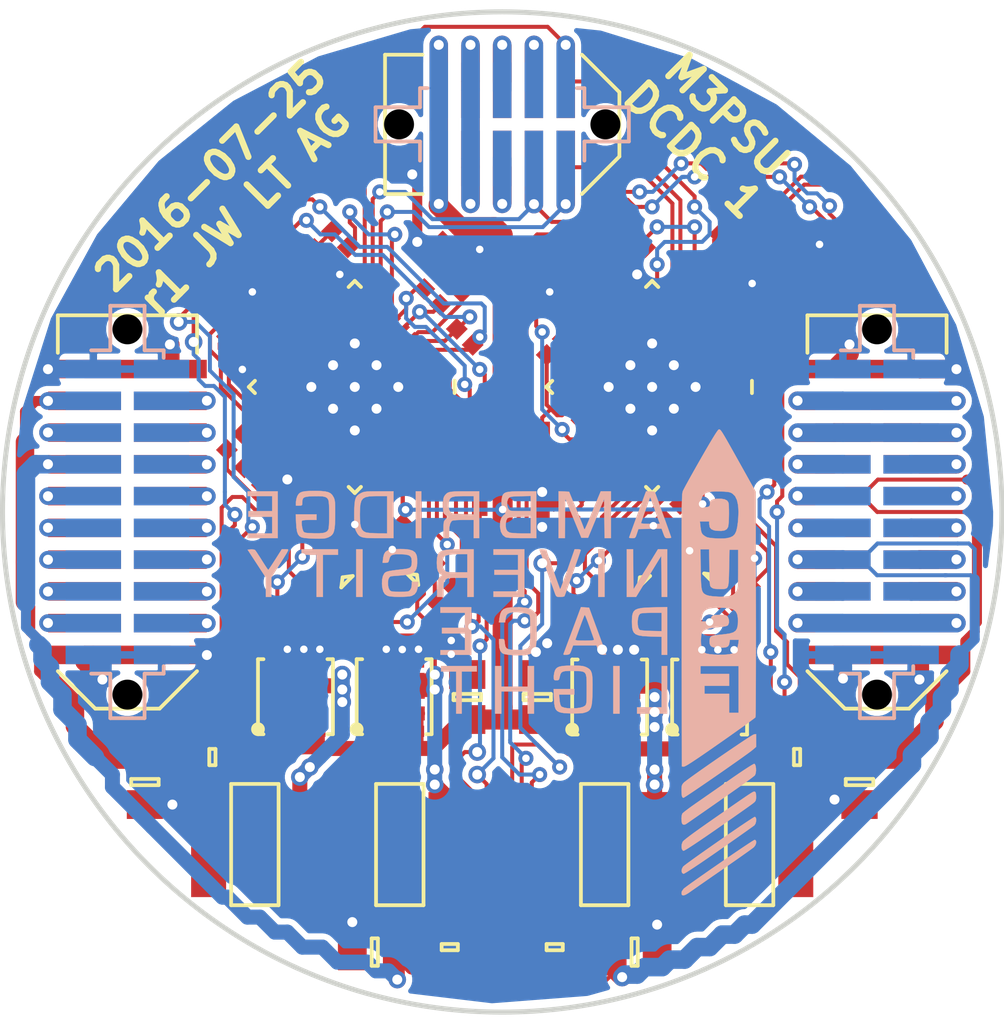
<source format=kicad_pcb>
(kicad_pcb (version 4) (host pcbnew 4.1.0-alpha+201605071002+6776~44~ubuntu14.04.1-product)
  (title_block (title "M3PSU - DC/DC Converter Board 2") (date 2016-06-28) (rev 1) (company "CU Spaceflight") (comment 1 "Drawn by: Levin Tan, Jamie Wood"))
  (layers (0 F.Cu signal) (31 B.Cu signal) (34 B.Paste user hide) (35 F.Paste user hide) (36 B.SilkS user) (37 F.SilkS user) (38 B.Mask user) (39 F.Mask user) (44 Edge.Cuts user))
  (net 0 "")
  (net 1 GND)
  (net 2 "Net-(C2-Pad1)")
  (net 3 "Net-(C2-Pad2)")
  (net 4 "Net-(C3-Pad1)")
  (net 5 "Net-(C3-Pad2)")
  (net 6 "Net-(C13-Pad1)")
  (net 7 "Net-(C6-Pad1)")
  (net 8 "Net-(C6-Pad2)")
  (net 9 VCC)
  (net 10 "Net-(C8-Pad1)")
  (net 11 "Net-(C8-Pad2)")
  (net 12 "Net-(C12-Pad1)")
  (net 13 "Net-(C10-Pad1)")
  (net 14 "Net-(C11-Pad1)")
  (net 15 "Net-(C11-Pad2)")
  (net 16 "Net-(C12-Pad2)")
  (net 17 "Net-(C14-Pad1)")
  (net 18 "Net-(C17-Pad1)")
  (net 19 "Net-(C17-Pad2)")
  (net 20 "Net-(C18-Pad1)")
  (net 21 "Net-(C18-Pad2)")
  (net 22 "Net-(C19-Pad1)")
  (net 23 "Net-(C21-Pad1)")
  (net 24 "Net-(C21-Pad2)")
  (net 25 "Net-(C23-Pad1)")
  (net 26 "Net-(C23-Pad2)")
  (net 27 "Net-(C24-Pad1)")
  (net 28 "Net-(C25-Pad1)")
  (net 29 "Net-(C26-Pad1)")
  (net 30 "Net-(C26-Pad2)")
  (net 31 "Net-(C27-Pad2)")
  (net 32 "Net-(C29-Pad1)")
  (net 33 "Net-(IC1-Pad8)")
  (net 34 "Net-(IC1-Pad12)")
  (net 35 "Net-(IC1-Pad14)")
  (net 36 "Net-(IC1-Pad16)")
  (net 37 "Net-(IC1-Pad30)")
  (net 38 "Net-(IC1-Pad32)")
  (net 39 "Net-(IC1-Pad36)")
  (net 40 "Net-(IC1-Pad38)")
  (net 41 "Net-(IC2-Pad8)")
  (net 42 "Net-(IC2-Pad12)")
  (net 43 "Net-(IC2-Pad14)")
  (net 44 "Net-(IC2-Pad16)")
  (net 45 "Net-(IC2-Pad30)")
  (net 46 "Net-(IC2-Pad32)")
  (net 47 "Net-(IC2-Pad36)")
  (net 48 "Net-(IC2-Pad38)")
  (net 49 /JTMS)
  (net 50 /3v3_RADIO)
  (net 51 /JTCK)
  (net 52 /3v3_FC)
  (net 53 /3v3_PYRO)
  (net 54 /JTDR)
  (net 55 /3v3_DL)
  (net 56 /RSVD1)
  (net 57 /3v3_AUX1)
  (net 58 /3v3_AUX2)
  (net 59 /CAN-)
  (net 60 /RSVD2)
  (net 61 /CAN+)
  (net 62 /JTDI)
  (net 63 /VBATT)
  (net 64 3v3)
  (net 65 /BATT1)
  (net 66 /BATT2)
  (net 67 /PYRO_SO)
  (net 68 /PYRO_SI)
  (net 69 /5v_RADIO)
  (net 70 /PYRO1)
  (net 71 /PYRO2)
  (net 72 /PYRO3)
  (net 73 /5v_AUX2)
  (net 74 /PYRO4)
  (net 75 /5v_CAM)
  (net 76 /PWR)
  (net 77 /CHARGE)
  (net 78 "Net-(L1-Pad1)")
  (net 79 "Net-(L2-Pad2)")
  (net 80 "Net-(L3-Pad1)")
  (net 81 "Net-(L4-Pad2)")
  (net 82 /5v_IMU)
  (net 83 /5v_AUX1)
  (net 84 /3v3_IMU)
  (net 85 /5v_CAN)
  (net 86 /SDA)
  (net 87 /SCL)
  (net 88 /~ALERT)
  (net 89 "Net-(IC1-Pad17)")
  (net 90 "Net-(IC1-Pad18)")
  (net 91 "Net-(IC1-Pad19)")
  (net 92 "Net-(IC1-Pad20)")
  (net 93 "Net-(IC1-Pad21)")
  (net 94 "Net-(IC1-Pad24)")
  (net 95 "Net-(IC2-Pad17)")
  (net 96 "Net-(IC2-Pad18)")
  (net 97 "Net-(IC2-Pad19)")
  (net 98 "Net-(IC2-Pad20)")
  (net 99 "Net-(IC2-Pad21)")
  (net 100 "Net-(IC2-Pad24)")
  (module agg:PowerPair3x3 (layer F.Cu) (at 104.3 107.4)
    (fp_text reference Q2)
    (fp_text value SiZ340DT)
    (pad D1 smd rect (at 0.975 1.386) (size 0.45 0.45) (layers F.Cu F.Paste F.Mask) (net 9 VCC))
    (pad D1 smd rect (at 0.325 1.386) (size 0.45 0.45) (layers F.Cu F.Paste F.Mask) (net 9 VCC))
    (pad G1 smd rect (at -0.975 1.386) (size 0.45 0.45) (layers F.Cu F.Paste F.Mask) (net 37 "Net-(IC1-Pad30)"))
    (pad D1 smd rect (at -0.325 1.386) (size 0.45 0.45) (layers F.Cu F.Paste F.Mask) (net 9 VCC))
    (pad G2 smd rect (at -0.975 -1.386) (size 0.45 0.45) (layers F.Cu F.Paste F.Mask) (net 38 "Net-(IC1-Pad32)"))
    (pad S2 smd rect (at -0.325 -1.386) (size 0.45 0.45) (layers F.Cu F.Paste F.Mask) (net 1 GND))
    (pad S2 smd rect (at 0.325 -1.386) (size 0.45 0.45) (layers F.Cu F.Paste F.Mask) (net 1 GND))
    (pad S2 smd rect (at 0.975 -1.386) (size 0.45 0.45) (layers F.Cu F.Paste F.Mask) (net 1 GND))
    (pad S1D2 smd rect (at 0 -0.434) (size 2.45 1.036) (layers F.Cu F.Paste F.Mask) (net 15 "Net-(C11-Pad2)"))
    (pad D1 smd rect (at 0 0.671) (size 2.45 0.562) (layers F.Cu F.Paste F.Mask) (net 9 VCC))
  )
  (module agg:PowerPair3x3 (layer F.Cu) (at 95.675 107.386)
    (fp_text reference Q3)
    (fp_text value SiZ340DT)
    (pad D1 smd rect (at 0.975 1.386) (size 0.45 0.45) (layers F.Cu F.Paste F.Mask) (net 9 VCC))
    (pad D1 smd rect (at 0.325 1.386) (size 0.45 0.45) (layers F.Cu F.Paste F.Mask) (net 9 VCC))
    (pad G1 smd rect (at -0.975 1.386) (size 0.45 0.45) (layers F.Cu F.Paste F.Mask) (net 48 "Net-(IC2-Pad38)"))
    (pad D1 smd rect (at -0.325 1.386) (size 0.45 0.45) (layers F.Cu F.Paste F.Mask) (net 9 VCC))
    (pad G2 smd rect (at -0.975 -1.386) (size 0.45 0.45) (layers F.Cu F.Paste F.Mask) (net 47 "Net-(IC2-Pad36)"))
    (pad S2 smd rect (at -0.325 -1.386) (size 0.45 0.45) (layers F.Cu F.Paste F.Mask) (net 1 GND))
    (pad S2 smd rect (at 0.325 -1.386) (size 0.45 0.45) (layers F.Cu F.Paste F.Mask) (net 1 GND))
    (pad S2 smd rect (at 0.975 -1.386) (size 0.45 0.45) (layers F.Cu F.Paste F.Mask) (net 1 GND))
    (pad S1D2 smd rect (at 0 -0.434) (size 2.45 1.036) (layers F.Cu F.Paste F.Mask) (net 18 "Net-(C17-Pad1)"))
    (pad D1 smd rect (at 0 0.671) (size 2.45 0.562) (layers F.Cu F.Paste F.Mask) (net 9 VCC))
  )
  (module agg:PowerPair3x3 (layer F.Cu) (at 108.3 107.4)
    (fp_text reference Q1)
    (fp_text value SiZ340DT)
    (pad D1 smd rect (at 0.975 1.386) (size 0.45 0.45) (layers F.Cu F.Paste F.Mask) (net 9 VCC))
    (pad D1 smd rect (at 0.325 1.386) (size 0.45 0.45) (layers F.Cu F.Paste F.Mask) (net 9 VCC))
    (pad G1 smd rect (at -0.975 1.386) (size 0.45 0.45) (layers F.Cu F.Paste F.Mask) (net 40 "Net-(IC1-Pad38)"))
    (pad D1 smd rect (at -0.325 1.386) (size 0.45 0.45) (layers F.Cu F.Paste F.Mask) (net 9 VCC))
    (pad G2 smd rect (at -0.975 -1.386) (size 0.45 0.45) (layers F.Cu F.Paste F.Mask) (net 39 "Net-(IC1-Pad36)"))
    (pad S2 smd rect (at -0.325 -1.386) (size 0.45 0.45) (layers F.Cu F.Paste F.Mask) (net 1 GND))
    (pad S2 smd rect (at 0.325 -1.386) (size 0.45 0.45) (layers F.Cu F.Paste F.Mask) (net 1 GND))
    (pad S2 smd rect (at 0.975 -1.386) (size 0.45 0.45) (layers F.Cu F.Paste F.Mask) (net 1 GND))
    (pad S1D2 smd rect (at 0 -0.434) (size 2.45 1.036) (layers F.Cu F.Paste F.Mask) (net 2 "Net-(C2-Pad1)"))
    (pad D1 smd rect (at 0 0.671) (size 2.45 0.562) (layers F.Cu F.Paste F.Mask) (net 9 VCC))
  )
  (module agg:PowerPair3x3 (layer F.Cu) (at 91.725 107.386)
    (fp_text reference Q4)
    (fp_text value SiZ340DT)
    (pad D1 smd rect (at 0.975 1.386) (size 0.45 0.45) (layers F.Cu F.Paste F.Mask) (net 9 VCC))
    (pad D1 smd rect (at 0.325 1.386) (size 0.45 0.45) (layers F.Cu F.Paste F.Mask) (net 9 VCC))
    (pad G1 smd rect (at -0.975 1.386) (size 0.45 0.45) (layers F.Cu F.Paste F.Mask) (net 45 "Net-(IC2-Pad30)"))
    (pad D1 smd rect (at -0.325 1.386) (size 0.45 0.45) (layers F.Cu F.Paste F.Mask) (net 9 VCC))
    (pad G2 smd rect (at -0.975 -1.386) (size 0.45 0.45) (layers F.Cu F.Paste F.Mask) (net 46 "Net-(IC2-Pad32)"))
    (pad S2 smd rect (at -0.325 -1.386) (size 0.45 0.45) (layers F.Cu F.Paste F.Mask) (net 1 GND))
    (pad S2 smd rect (at 0.325 -1.386) (size 0.45 0.45) (layers F.Cu F.Paste F.Mask) (net 1 GND))
    (pad S2 smd rect (at 0.975 -1.386) (size 0.45 0.45) (layers F.Cu F.Paste F.Mask) (net 1 GND))
    (pad S1D2 smd rect (at 0 -0.434) (size 2.45 1.036) (layers F.Cu F.Paste F.Mask) (net 30 "Net-(C26-Pad2)"))
    (pad D1 smd rect (at 0 0.671) (size 2.45 0.562) (layers F.Cu F.Paste F.Mask) (net 9 VCC))
  )
  (module m3psu:cusf_logo_full (layer B.Cu) (at 100 106 180)
    (fp_text reference G*** hide)
    (fp_text value LOGO hide)
  )
  (module agg:0402 (layer F.Cu) (at 92.1 90.5 135)
    (fp_text reference R20)
    (fp_text value 10k)
    (pad 1 smd rect (at -0.45 0 135) (size 0.62 0.62) (layers F.Cu F.Paste F.Mask) (net 42 "Net-(IC2-Pad12)"))
    (pad 2 smd rect (at 0.45 0 135) (size 0.62 0.62) (layers F.Cu F.Paste F.Mask) (net 32 "Net-(C29-Pad1)"))
  )
  (module agg:0402 (layer F.Cu) (at 104 90.5 135)
    (fp_text reference R18)
    (fp_text value 10k)
    (pad 1 smd rect (at -0.45 0 135) (size 0.62 0.62) (layers F.Cu F.Paste F.Mask) (net 34 "Net-(IC1-Pad12)"))
    (pad 2 smd rect (at 0.45 0 135) (size 0.62 0.62) (layers F.Cu F.Paste F.Mask) (net 17 "Net-(C14-Pad1)"))
  )
  (module agg:0402 (layer F.Cu) (at 107.6 100.8 225)
    (fp_text reference C32)
    (fp_text value 100n)
    (pad 1 smd rect (at -0.45 0 225) (size 0.62 0.62) (layers F.Cu F.Paste F.Mask) (net 9 VCC))
    (pad 2 smd rect (at 0.45 0 225) (size 0.62 0.62) (layers F.Cu F.Paste F.Mask) (net 1 GND))
  )
  (module agg:0402 (layer F.Cu) (at 95.7 100.8 225)
    (fp_text reference C31)
    (fp_text value 100n)
    (pad 1 smd rect (at -0.45 0 225) (size 0.62 0.62) (layers F.Cu F.Paste F.Mask) (net 9 VCC))
    (pad 2 smd rect (at 0.45 0 225) (size 0.62 0.62) (layers F.Cu F.Paste F.Mask) (net 1 GND))
  )
  (module agg:0402 (layer F.Cu) (at 93.5 89.1 315)
    (fp_text reference R7)
    (fp_text value 4k99)
    (pad 1 smd rect (at -0.45 0 315) (size 0.62 0.62) (layers F.Cu F.Paste F.Mask) (net 32 "Net-(C29-Pad1)"))
    (pad 2 smd rect (at 0.45 0 315) (size 0.62 0.62) (layers F.Cu F.Paste F.Mask) (net 41 "Net-(IC2-Pad8)"))
  )
  (module agg:TFML-105-02-L-D (layer F.Cu) (at 100 84.5)
    (fp_text reference J3)
    (fp_text value "NORTH TOP")
    (pad 1 smd rect (at -2.54 1.715) (size 0.74 2.92) (layers F.Cu F.Paste F.Mask) (net 9 VCC))
    (pad 2 smd rect (at -2.54 -1.715) (size 0.74 2.92) (layers F.Cu F.Paste F.Mask) (net 9 VCC))
    (pad 3 smd rect (at -1.27 1.715) (size 0.74 2.92) (layers F.Cu F.Paste F.Mask) (net 63 /VBATT))
    (pad 4 smd rect (at -1.27 -1.715) (size 0.74 2.92) (layers F.Cu F.Paste F.Mask) (net 63 /VBATT))
    (pad 5 smd rect (at 0 1.715) (size 0.74 2.92) (layers F.Cu F.Paste F.Mask) (net 64 3v3))
    (pad 6 smd rect (at 0 -1.715) (size 0.74 2.92) (layers F.Cu F.Paste F.Mask) (net 65 /BATT1))
    (pad 7 smd rect (at 1.27 1.715) (size 0.74 2.92) (layers F.Cu F.Paste F.Mask) (net 86 /SDA))
    (pad 8 smd rect (at 1.27 -1.715) (size 0.74 2.92) (layers F.Cu F.Paste F.Mask) (net 66 /BATT2))
    (pad 9 smd rect (at 2.54 1.715) (size 0.74 2.92) (layers F.Cu F.Paste F.Mask) (net 87 /SCL))
    (pad 10 smd rect (at 2.54 -1.715) (size 0.74 2.92) (layers F.Cu F.Paste F.Mask) (net 88 /~ALERT))
  )
  (module agg:0402 (layer F.Cu) (at 105.4 89.1 315)
    (fp_text reference R5)
    (fp_text value 4k99)
    (pad 1 smd rect (at -0.45 0 315) (size 0.62 0.62) (layers F.Cu F.Paste F.Mask) (net 17 "Net-(C14-Pad1)"))
    (pad 2 smd rect (at 0.45 0 315) (size 0.62 0.62) (layers F.Cu F.Paste F.Mask) (net 33 "Net-(IC1-Pad8)"))
  )
  (module agg:0603 (layer F.Cu) (at 88.4 109.8 180)
    (fp_text reference R26)
    (fp_text value 50m)
    (pad 1 smd rect (at -0.8 0 180) (size 0.95 1) (layers F.Cu F.Paste F.Mask) (net 81 "Net-(L4-Pad2)"))
    (pad 2 smd rect (at 0.8 0 180) (size 0.95 1) (layers F.Cu F.Paste F.Mask) (net 84 /3v3_IMU))
  )
  (module agg:0402 (layer F.Cu) (at 90.7 98.6 45)
    (fp_text reference R25)
    (fp_text value 4k99)
    (pad 1 smd rect (at -0.45 0 45) (size 0.62 0.62) (layers F.Cu F.Paste F.Mask) (net 31 "Net-(C27-Pad2)"))
    (pad 2 smd rect (at 0.45 0 45) (size 0.62 0.62) (layers F.Cu F.Paste F.Mask) (net 1 GND))
  )
  (module agg:0402 (layer F.Cu) (at 91 89.3 225)
    (fp_text reference R24)
    (fp_text value 100)
    (pad 1 smd rect (at -0.45 0 225) (size 0.62 0.62) (layers F.Cu F.Paste F.Mask) (net 26 "Net-(C23-Pad2)"))
    (pad 2 smd rect (at 0.45 0 225) (size 0.62 0.62) (layers F.Cu F.Paste F.Mask) (net 84 /3v3_IMU))
  )
  (module agg:0402 (layer F.Cu) (at 90.7 91.9 135)
    (fp_text reference R23)
    (fp_text value 4k32)
    (pad 1 smd rect (at -0.45 0 135) (size 0.62 0.62) (layers F.Cu F.Paste F.Mask) (net 44 "Net-(IC2-Pad16)"))
    (pad 2 smd rect (at 0.45 0 135) (size 0.62 0.62) (layers F.Cu F.Paste F.Mask) (net 1 GND))
  )
  (module agg:0402 (layer F.Cu) (at 90.3 88.6 225)
    (fp_text reference R22)
    (fp_text value 100)
    (pad 1 smd rect (at -0.45 0 225) (size 0.62 0.62) (layers F.Cu F.Paste F.Mask) (net 25 "Net-(C23-Pad1)"))
    (pad 2 smd rect (at 0.45 0 225) (size 0.62 0.62) (layers F.Cu F.Paste F.Mask) (net 81 "Net-(L4-Pad2)"))
  )
  (module agg:0402 (layer F.Cu) (at 90 92.6 135)
    (fp_text reference R21)
    (fp_text value 24k9)
    (pad 1 smd rect (at -0.45 0 135) (size 0.62 0.62) (layers F.Cu F.Paste F.Mask) (net 44 "Net-(IC2-Pad16)"))
    (pad 2 smd rect (at 0.45 0 135) (size 0.62 0.62) (layers F.Cu F.Paste F.Mask) (net 28 "Net-(C25-Pad1)"))
  )
  (module agg:0402 (layer F.Cu) (at 99.1 99.4 90)
    (fp_text reference R19)
    (fp_text value 100)
    (pad 1 smd rect (at -0.45 0 90) (size 0.62 0.62) (layers F.Cu F.Paste F.Mask) (net 80 "Net-(L3-Pad1)"))
    (pad 2 smd rect (at 0.45 0 90) (size 0.62 0.62) (layers F.Cu F.Paste F.Mask) (net 23 "Net-(C21-Pad1)"))
  )
  (module agg:0402 (layer F.Cu) (at 97.3 89.5 45)
    (fp_text reference R17)
    (fp_text value 4k99)
    (pad 1 smd rect (at -0.45 0 45) (size 0.62 0.62) (layers F.Cu F.Paste F.Mask) (net 1 GND))
    (pad 2 smd rect (at 0.45 0 45) (size 0.62 0.62) (layers F.Cu F.Paste F.Mask) (net 20 "Net-(C18-Pad1)"))
  )
  (module agg:0402 (layer F.Cu) (at 98.7 97.5 90)
    (fp_text reference R16)
    (fp_text value 100)
    (pad 1 smd rect (at -0.45 0 90) (size 0.62 0.62) (layers F.Cu F.Paste F.Mask) (net 52 /3v3_FC))
    (pad 2 smd rect (at 0.45 0 90) (size 0.62 0.62) (layers F.Cu F.Paste F.Mask) (net 24 "Net-(C21-Pad2)"))
  )
  (module agg:0402 (layer F.Cu) (at 91.4 91.2 315)
    (fp_text reference R15)
    (fp_text value 10k)
    (pad 1 smd rect (at -0.45 0 315) (size 0.62 0.62) (layers F.Cu F.Paste F.Mask) (net 32 "Net-(C29-Pad1)"))
    (pad 2 smd rect (at 0.45 0 315) (size 0.62 0.62) (layers F.Cu F.Paste F.Mask) (net 43 "Net-(IC2-Pad14)"))
  )
  (module agg:0603 (layer F.Cu) (at 97.9 117.4 90)
    (fp_text reference R14)
    (fp_text value 50m)
    (pad 1 smd rect (at -0.8 0 90) (size 0.95 1) (layers F.Cu F.Paste F.Mask) (net 52 /3v3_FC))
    (pad 2 smd rect (at 0.8 0 90) (size 0.95 1) (layers F.Cu F.Paste F.Mask) (net 80 "Net-(L3-Pad1)"))
  )
  (module agg:0603 (layer F.Cu) (at 102.1 117.4 270)
    (fp_text reference R13)
    (fp_text value 50m)
    (pad 1 smd rect (at -0.8 0 270) (size 0.95 1) (layers F.Cu F.Paste F.Mask) (net 79 "Net-(L2-Pad2)"))
    (pad 2 smd rect (at 0.8 0 270) (size 0.95 1) (layers F.Cu F.Paste F.Mask) (net 73 /5v_AUX2))
  )
  (module agg:0402 (layer F.Cu) (at 102.381802 99.881802 135)
    (fp_text reference R12)
    (fp_text value 4k99)
    (pad 1 smd rect (at -0.45 0 135) (size 0.62 0.62) (layers F.Cu F.Paste F.Mask) (net 16 "Net-(C12-Pad2)"))
    (pad 2 smd rect (at 0.45 0 135) (size 0.62 0.62) (layers F.Cu F.Paste F.Mask) (net 1 GND))
  )
  (module agg:0402 (layer F.Cu) (at 113.4 90 45)
    (fp_text reference R11)
    (fp_text value 100)
    (pad 1 smd rect (at -0.45 0 45) (size 0.62 0.62) (layers F.Cu F.Paste F.Mask) (net 11 "Net-(C8-Pad2)"))
    (pad 2 smd rect (at 0.45 0 45) (size 0.62 0.62) (layers F.Cu F.Paste F.Mask) (net 73 /5v_AUX2))
  )
  (module agg:0402 (layer F.Cu) (at 102.6 91.9 135)
    (fp_text reference R10)
    (fp_text value 3k57)
    (pad 1 smd rect (at -0.45 0 135) (size 0.62 0.62) (layers F.Cu F.Paste F.Mask) (net 36 "Net-(IC1-Pad16)"))
    (pad 2 smd rect (at 0.45 0 135) (size 0.62 0.62) (layers F.Cu F.Paste F.Mask) (net 1 GND))
  )
  (module agg:0402 (layer F.Cu) (at 114.1 90.7 45)
    (fp_text reference R9)
    (fp_text value 100)
    (pad 1 smd rect (at -0.45 0 45) (size 0.62 0.62) (layers F.Cu F.Paste F.Mask) (net 10 "Net-(C8-Pad1)"))
    (pad 2 smd rect (at 0.45 0 45) (size 0.62 0.62) (layers F.Cu F.Paste F.Mask) (net 79 "Net-(L2-Pad2)"))
  )
  (module agg:0402 (layer F.Cu) (at 102.1 93.4 225)
    (fp_text reference R8)
    (fp_text value 30k1)
    (pad 1 smd rect (at -0.45 0 225) (size 0.62 0.62) (layers F.Cu F.Paste F.Mask) (net 36 "Net-(IC1-Pad16)"))
    (pad 2 smd rect (at 0.45 0 225) (size 0.62 0.62) (layers F.Cu F.Paste F.Mask) (net 13 "Net-(C10-Pad1)"))
  )
  (module agg:0402 (layer F.Cu) (at 109.718198 89.281802 225)
    (fp_text reference R6)
    (fp_text value 100)
    (pad 1 smd rect (at -0.45 0 225) (size 0.62 0.62) (layers F.Cu F.Paste F.Mask) (net 78 "Net-(L1-Pad1)"))
    (pad 2 smd rect (at 0.45 0 225) (size 0.62 0.62) (layers F.Cu F.Paste F.Mask) (net 7 "Net-(C6-Pad1)"))
  )
  (module agg:0402 (layer F.Cu) (at 112 89.4 135)
    (fp_text reference R4)
    (fp_text value 4k99)
    (pad 1 smd rect (at -0.45 0 135) (size 0.62 0.62) (layers F.Cu F.Paste F.Mask) (net 1 GND))
    (pad 2 smd rect (at 0.45 0 135) (size 0.62 0.62) (layers F.Cu F.Paste F.Mask) (net 4 "Net-(C3-Pad1)"))
  )
  (module agg:0402 (layer F.Cu) (at 109.018198 88.581802 225)
    (fp_text reference R3)
    (fp_text value 100)
    (pad 1 smd rect (at -0.45 0 225) (size 0.62 0.62) (layers F.Cu F.Paste F.Mask) (net 82 /5v_IMU))
    (pad 2 smd rect (at 0.45 0 225) (size 0.62 0.62) (layers F.Cu F.Paste F.Mask) (net 8 "Net-(C6-Pad2)"))
  )
  (module agg:TYS5040 (layer F.Cu) (at 90.1 113.3 180)
    (fp_text reference L4)
    (fp_text value 10µ)
    (pad 1 smd rect (at -1.85 0 180) (size 1.4 4.2) (layers F.Cu F.Paste F.Mask) (net 30 "Net-(C26-Pad2)"))
    (pad 2 smd rect (at 1.85 0 180) (size 1.4 4.2) (layers F.Cu F.Paste F.Mask) (net 81 "Net-(L4-Pad2)"))
  )
  (module agg:TYS5040 (layer F.Cu) (at 95.9 113.3)
    (fp_text reference L3)
    (fp_text value 10µ)
    (pad 1 smd rect (at -1.85 0) (size 1.4 4.2) (layers F.Cu F.Paste F.Mask) (net 80 "Net-(L3-Pad1)"))
    (pad 2 smd rect (at 1.85 0) (size 1.4 4.2) (layers F.Cu F.Paste F.Mask) (net 18 "Net-(C17-Pad1)"))
  )
  (module agg:TYS5040 (layer F.Cu) (at 109.9 113.3 180)
    (fp_text reference L1)
    (fp_text value 10µ)
    (pad 1 smd rect (at -1.85 0 180) (size 1.4 4.2) (layers F.Cu F.Paste F.Mask) (net 78 "Net-(L1-Pad1)"))
    (pad 2 smd rect (at 1.85 0 180) (size 1.4 4.2) (layers F.Cu F.Paste F.Mask) (net 2 "Net-(C2-Pad1)"))
  )
  (module agg:SFML-110-02-L-D-LC (layer B.Cu) (at 115 100 270)
    (fp_text reference J5)
    (fp_text value "EAST BOT")
    (pad 1 smd rect (at -5.715 1.365 270) (size 0.74 2.22) (layers B.Cu B.Paste B.Mask) (net 1 GND))
    (pad 2 smd rect (at -5.715 -1.365 270) (size 0.74 2.22) (layers B.Cu B.Paste B.Mask) (net 1 GND))
    (pad 3 smd rect (at -4.445 1.365 270) (size 0.74 2.22) (layers B.Cu B.Paste B.Mask) (net 67 /PYRO_SO))
    (pad 4 smd rect (at -4.445 -1.365 270) (size 0.74 2.22) (layers B.Cu B.Paste B.Mask) (net 67 /PYRO_SO))
    (pad 5 smd rect (at -3.175 1.365 270) (size 0.74 2.22) (layers B.Cu B.Paste B.Mask) (net 68 /PYRO_SI))
    (pad 6 smd rect (at -3.175 -1.365 270) (size 0.74 2.22) (layers B.Cu B.Paste B.Mask) (net 68 /PYRO_SI))
    (pad 7 smd rect (at -1.905 1.365 270) (size 0.74 2.22) (layers B.Cu B.Paste B.Mask) (net 69 /5v_RADIO))
    (pad 8 smd rect (at -1.905 -1.365 270) (size 0.74 2.22) (layers B.Cu B.Paste B.Mask) (net 70 /PYRO1))
    (pad 9 smd rect (at -0.635 1.365 270) (size 0.74 2.22) (layers B.Cu B.Paste B.Mask) (net 82 /5v_IMU))
    (pad 10 smd rect (at -0.635 -1.365 270) (size 0.74 2.22) (layers B.Cu B.Paste B.Mask) (net 71 /PYRO2))
    (pad 11 smd rect (at 0.635 1.365 270) (size 0.74 2.22) (layers B.Cu B.Paste B.Mask) (net 83 /5v_AUX1))
    (pad 12 smd rect (at 0.635 -1.365 270) (size 0.74 2.22) (layers B.Cu B.Paste B.Mask) (net 72 /PYRO3))
    (pad 13 smd rect (at 1.905 1.365 270) (size 0.74 2.22) (layers B.Cu B.Paste B.Mask) (net 73 /5v_AUX2))
    (pad 14 smd rect (at 1.905 -1.365 270) (size 0.74 2.22) (layers B.Cu B.Paste B.Mask) (net 74 /PYRO4))
    (pad 15 smd rect (at 3.175 1.365 270) (size 0.74 2.22) (layers B.Cu B.Paste B.Mask) (net 75 /5v_CAM))
    (pad 16 smd rect (at 3.175 -1.365 270) (size 0.74 2.22) (layers B.Cu B.Paste B.Mask) (net 76 /PWR))
    (pad 17 smd rect (at 4.445 1.365 270) (size 0.74 2.22) (layers B.Cu B.Paste B.Mask) (net 77 /CHARGE))
    (pad 18 smd rect (at 4.445 -1.365 270) (size 0.74 2.22) (layers B.Cu B.Paste B.Mask) (net 77 /CHARGE))
    (pad 19 smd rect (at 5.715 1.365 270) (size 0.74 2.22) (layers B.Cu B.Paste B.Mask) (net 1 GND))
    (pad 20 smd rect (at 5.715 -1.365 270) (size 0.74 2.22) (layers B.Cu B.Paste B.Mask) (net 1 GND))
    (pad "" np_thru_hole circle (at 7.305 0 270) (size 1.2 1.2) (drill 1.2) (layers *.Mask))
    (pad "" np_thru_hole circle (at -7.305 0 270) (size 1.2 1.2) (drill 1.2) (layers *.Mask))
  )
  (module agg:TFML-110-02-L-D (layer F.Cu) (at 115 100 270)
    (fp_text reference J4)
    (fp_text value "EAST TOP")
    (pad 1 smd rect (at -5.715 1.715 270) (size 0.74 2.92) (layers F.Cu F.Paste F.Mask) (net 1 GND))
    (pad 2 smd rect (at -5.715 -1.715 270) (size 0.74 2.92) (layers F.Cu F.Paste F.Mask) (net 1 GND))
    (pad 3 smd rect (at -4.445 1.715 270) (size 0.74 2.92) (layers F.Cu F.Paste F.Mask) (net 67 /PYRO_SO))
    (pad 4 smd rect (at -4.445 -1.715 270) (size 0.74 2.92) (layers F.Cu F.Paste F.Mask) (net 67 /PYRO_SO))
    (pad 5 smd rect (at -3.175 1.715 270) (size 0.74 2.92) (layers F.Cu F.Paste F.Mask) (net 68 /PYRO_SI))
    (pad 6 smd rect (at -3.175 -1.715 270) (size 0.74 2.92) (layers F.Cu F.Paste F.Mask) (net 68 /PYRO_SI))
    (pad 7 smd rect (at -1.905 1.715 270) (size 0.74 2.92) (layers F.Cu F.Paste F.Mask) (net 69 /5v_RADIO))
    (pad 8 smd rect (at -1.905 -1.715 270) (size 0.74 2.92) (layers F.Cu F.Paste F.Mask) (net 70 /PYRO1))
    (pad 9 smd rect (at -0.635 1.715 270) (size 0.74 2.92) (layers F.Cu F.Paste F.Mask) (net 82 /5v_IMU))
    (pad 10 smd rect (at -0.635 -1.715 270) (size 0.74 2.92) (layers F.Cu F.Paste F.Mask) (net 71 /PYRO2))
    (pad 11 smd rect (at 0.635 1.715 270) (size 0.74 2.92) (layers F.Cu F.Paste F.Mask) (net 83 /5v_AUX1))
    (pad 12 smd rect (at 0.635 -1.715 270) (size 0.74 2.92) (layers F.Cu F.Paste F.Mask) (net 72 /PYRO3))
    (pad 13 smd rect (at 1.905 1.715 270) (size 0.74 2.92) (layers F.Cu F.Paste F.Mask) (net 73 /5v_AUX2))
    (pad 14 smd rect (at 1.905 -1.715 270) (size 0.74 2.92) (layers F.Cu F.Paste F.Mask) (net 74 /PYRO4))
    (pad 15 smd rect (at 3.175 1.715 270) (size 0.74 2.92) (layers F.Cu F.Paste F.Mask) (net 75 /5v_CAM))
    (pad 16 smd rect (at 3.175 -1.715 270) (size 0.74 2.92) (layers F.Cu F.Paste F.Mask) (net 76 /PWR))
    (pad 17 smd rect (at 4.445 1.715 270) (size 0.74 2.92) (layers F.Cu F.Paste F.Mask) (net 77 /CHARGE))
    (pad 18 smd rect (at 4.445 -1.715 270) (size 0.74 2.92) (layers F.Cu F.Paste F.Mask) (net 77 /CHARGE))
    (pad 19 smd rect (at 5.715 1.715 270) (size 0.74 2.92) (layers F.Cu F.Paste F.Mask) (net 1 GND))
    (pad 20 smd rect (at 5.715 -1.715 270) (size 0.74 2.92) (layers F.Cu F.Paste F.Mask) (net 1 GND))
  )
  (module agg:SFML-110-02-L-D-LC (layer B.Cu) (at 85 100 270)
    (fp_text reference J2)
    (fp_text value "WEST BOT")
    (pad 1 smd rect (at -5.715 1.365 270) (size 0.74 2.22) (layers B.Cu B.Paste B.Mask) (net 1 GND))
    (pad 2 smd rect (at -5.715 -1.365 270) (size 0.74 2.22) (layers B.Cu B.Paste B.Mask) (net 1 GND))
    (pad 3 smd rect (at -4.445 1.365 270) (size 0.74 2.22) (layers B.Cu B.Paste B.Mask) (net 84 /3v3_IMU))
    (pad 4 smd rect (at -4.445 -1.365 270) (size 0.74 2.22) (layers B.Cu B.Paste B.Mask) (net 49 /JTMS))
    (pad 5 smd rect (at -3.175 1.365 270) (size 0.74 2.22) (layers B.Cu B.Paste B.Mask) (net 50 /3v3_RADIO))
    (pad 6 smd rect (at -3.175 -1.365 270) (size 0.74 2.22) (layers B.Cu B.Paste B.Mask) (net 51 /JTCK))
    (pad 7 smd rect (at -1.905 1.365 270) (size 0.74 2.22) (layers B.Cu B.Paste B.Mask) (net 52 /3v3_FC))
    (pad 8 smd rect (at -1.905 -1.365 270) (size 0.74 2.22) (layers B.Cu B.Paste B.Mask) (net 62 /JTDI))
    (pad 9 smd rect (at -0.635 1.365 270) (size 0.74 2.22) (layers B.Cu B.Paste B.Mask) (net 53 /3v3_PYRO))
    (pad 10 smd rect (at -0.635 -1.365 270) (size 0.74 2.22) (layers B.Cu B.Paste B.Mask) (net 54 /JTDR))
    (pad 11 smd rect (at 0.635 1.365 270) (size 0.74 2.22) (layers B.Cu B.Paste B.Mask) (net 55 /3v3_DL))
    (pad 12 smd rect (at 0.635 -1.365 270) (size 0.74 2.22) (layers B.Cu B.Paste B.Mask) (net 56 /RSVD1))
    (pad 13 smd rect (at 1.905 1.365 270) (size 0.74 2.22) (layers B.Cu B.Paste B.Mask) (net 57 /3v3_AUX1))
    (pad 14 smd rect (at 1.905 -1.365 270) (size 0.74 2.22) (layers B.Cu B.Paste B.Mask) (net 85 /5v_CAN))
    (pad 15 smd rect (at 3.175 1.365 270) (size 0.74 2.22) (layers B.Cu B.Paste B.Mask) (net 58 /3v3_AUX2))
    (pad 16 smd rect (at 3.175 -1.365 270) (size 0.74 2.22) (layers B.Cu B.Paste B.Mask) (net 59 /CAN-))
    (pad 17 smd rect (at 4.445 1.365 270) (size 0.74 2.22) (layers B.Cu B.Paste B.Mask) (net 60 /RSVD2))
    (pad 18 smd rect (at 4.445 -1.365 270) (size 0.74 2.22) (layers B.Cu B.Paste B.Mask) (net 61 /CAN+))
    (pad 19 smd rect (at 5.715 1.365 270) (size 0.74 2.22) (layers B.Cu B.Paste B.Mask) (net 1 GND))
    (pad 20 smd rect (at 5.715 -1.365 270) (size 0.74 2.22) (layers B.Cu B.Paste B.Mask) (net 1 GND))
    (pad "" np_thru_hole circle (at 7.305 0 270) (size 1.2 1.2) (drill 1.2) (layers *.Mask))
    (pad "" np_thru_hole circle (at -7.305 0 270) (size 1.2 1.2) (drill 1.2) (layers *.Mask))
  )
  (module agg:TFML-110-02-L-D (layer F.Cu) (at 85 100 270)
    (fp_text reference J1)
    (fp_text value "WEST TOP")
    (pad 1 smd rect (at -5.715 1.715 270) (size 0.74 2.92) (layers F.Cu F.Paste F.Mask) (net 1 GND))
    (pad 2 smd rect (at -5.715 -1.715 270) (size 0.74 2.92) (layers F.Cu F.Paste F.Mask) (net 1 GND))
    (pad 3 smd rect (at -4.445 1.715 270) (size 0.74 2.92) (layers F.Cu F.Paste F.Mask) (net 84 /3v3_IMU))
    (pad 4 smd rect (at -4.445 -1.715 270) (size 0.74 2.92) (layers F.Cu F.Paste F.Mask) (net 49 /JTMS))
    (pad 5 smd rect (at -3.175 1.715 270) (size 0.74 2.92) (layers F.Cu F.Paste F.Mask) (net 50 /3v3_RADIO))
    (pad 6 smd rect (at -3.175 -1.715 270) (size 0.74 2.92) (layers F.Cu F.Paste F.Mask) (net 51 /JTCK))
    (pad 7 smd rect (at -1.905 1.715 270) (size 0.74 2.92) (layers F.Cu F.Paste F.Mask) (net 52 /3v3_FC))
    (pad 8 smd rect (at -1.905 -1.715 270) (size 0.74 2.92) (layers F.Cu F.Paste F.Mask) (net 62 /JTDI))
    (pad 9 smd rect (at -0.635 1.715 270) (size 0.74 2.92) (layers F.Cu F.Paste F.Mask) (net 53 /3v3_PYRO))
    (pad 10 smd rect (at -0.635 -1.715 270) (size 0.74 2.92) (layers F.Cu F.Paste F.Mask) (net 54 /JTDR))
    (pad 11 smd rect (at 0.635 1.715 270) (size 0.74 2.92) (layers F.Cu F.Paste F.Mask) (net 55 /3v3_DL))
    (pad 12 smd rect (at 0.635 -1.715 270) (size 0.74 2.92) (layers F.Cu F.Paste F.Mask) (net 56 /RSVD1))
    (pad 13 smd rect (at 1.905 1.715 270) (size 0.74 2.92) (layers F.Cu F.Paste F.Mask) (net 57 /3v3_AUX1))
    (pad 14 smd rect (at 1.905 -1.715 270) (size 0.74 2.92) (layers F.Cu F.Paste F.Mask) (net 85 /5v_CAN))
    (pad 15 smd rect (at 3.175 1.715 270) (size 0.74 2.92) (layers F.Cu F.Paste F.Mask) (net 58 /3v3_AUX2))
    (pad 16 smd rect (at 3.175 -1.715 270) (size 0.74 2.92) (layers F.Cu F.Paste F.Mask) (net 59 /CAN-))
    (pad 17 smd rect (at 4.445 1.715 270) (size 0.74 2.92) (layers F.Cu F.Paste F.Mask) (net 60 /RSVD2))
    (pad 18 smd rect (at 4.445 -1.715 270) (size 0.74 2.92) (layers F.Cu F.Paste F.Mask) (net 61 /CAN+))
    (pad 19 smd rect (at 5.715 1.715 270) (size 0.74 2.92) (layers F.Cu F.Paste F.Mask) (net 1 GND))
    (pad 20 smd rect (at 5.715 -1.715 270) (size 0.74 2.92) (layers F.Cu F.Paste F.Mask) (net 1 GND))
  )
  (module agg:QFN-40-EP-LTC-UJ (layer F.Cu) (at 94.1 95 225)
    (fp_text reference IC2)
    (fp_text value LTC3887)
    (pad 1 smd rect (at -2.9 -2.25 225) (size 0.7 0.25) (layers F.Cu F.Paste F.Mask) (net 52 /3v3_FC))
    (pad 2 smd rect (at -2.9 -1.75 225) (size 0.7 0.25) (layers F.Cu F.Paste F.Mask) (net 1 GND))
    (pad 3 smd rect (at -2.9 -1.25 225) (size 0.7 0.25) (layers F.Cu F.Paste F.Mask) (net 25 "Net-(C23-Pad1)"))
    (pad 4 smd rect (at -2.9 -0.75 225) (size 0.7 0.25) (layers F.Cu F.Paste F.Mask) (net 26 "Net-(C23-Pad2)"))
    (pad 5 smd rect (at -2.9 -0.25 225) (size 0.7 0.25) (layers F.Cu F.Paste F.Mask) (net 21 "Net-(C18-Pad2)"))
    (pad 6 smd rect (at -2.9 0.25 225) (size 0.7 0.25) (layers F.Cu F.Paste F.Mask) (net 23 "Net-(C21-Pad1)"))
    (pad 7 smd rect (at -2.9 0.75 225) (size 0.7 0.25) (layers F.Cu F.Paste F.Mask) (net 24 "Net-(C21-Pad2)"))
    (pad 8 smd rect (at -2.9 1.25 225) (size 0.7 0.25) (layers F.Cu F.Paste F.Mask) (net 41 "Net-(IC2-Pad8)"))
    (pad 9 smd rect (at -2.9 1.75 225) (size 0.7 0.25) (layers F.Cu F.Paste F.Mask) (net 87 /SCL))
    (pad 10 smd rect (at -2.9 2.25 225) (size 0.7 0.25) (layers F.Cu F.Paste F.Mask) (net 86 /SDA))
    (pad 11 smd rect (at -2.25 2.9 225) (size 0.25 0.7) (layers F.Cu F.Paste F.Mask) (net 88 /~ALERT))
    (pad 12 smd rect (at -1.75 2.9 225) (size 0.25 0.7) (layers F.Cu F.Paste F.Mask) (net 42 "Net-(IC2-Pad12)"))
    (pad 13 smd rect (at -1.25 2.9 225) (size 0.25 0.7) (layers F.Cu F.Paste F.Mask) (net 42 "Net-(IC2-Pad12)"))
    (pad 14 smd rect (at -0.75 2.9 225) (size 0.25 0.7) (layers F.Cu F.Paste F.Mask) (net 43 "Net-(IC2-Pad14)"))
    (pad 15 smd rect (at -0.25 2.9 225) (size 0.25 0.7) (layers F.Cu F.Paste F.Mask) (net 43 "Net-(IC2-Pad14)"))
    (pad 16 smd rect (at 0.25 2.9 225) (size 0.25 0.7) (layers F.Cu F.Paste F.Mask) (net 44 "Net-(IC2-Pad16)"))
    (pad 17 smd rect (at 0.75 2.9 225) (size 0.25 0.7) (layers F.Cu F.Paste F.Mask) (net 95 "Net-(IC2-Pad17)"))
    (pad 18 smd rect (at 1.25 2.9 225) (size 0.25 0.7) (layers F.Cu F.Paste F.Mask) (net 96 "Net-(IC2-Pad18)"))
    (pad 19 smd rect (at 1.75 2.9 225) (size 0.25 0.7) (layers F.Cu F.Paste F.Mask) (net 97 "Net-(IC2-Pad19)"))
    (pad 20 smd rect (at 2.25 2.9 225) (size 0.25 0.7) (layers F.Cu F.Paste F.Mask) (net 98 "Net-(IC2-Pad20)"))
    (pad 21 smd rect (at 2.9 2.25 225) (size 0.7 0.25) (layers F.Cu F.Paste F.Mask) (net 99 "Net-(IC2-Pad21)"))
    (pad 22 smd rect (at 2.9 1.75 225) (size 0.7 0.25) (layers F.Cu F.Paste F.Mask) (net 28 "Net-(C25-Pad1)"))
    (pad 23 smd rect (at 2.9 1.25 225) (size 0.7 0.25) (layers F.Cu F.Paste F.Mask) (net 1 GND))
    (pad 24 smd rect (at 2.9 0.75 225) (size 0.7 0.25) (layers F.Cu F.Paste F.Mask) (net 100 "Net-(IC2-Pad24)"))
    (pad 25 smd rect (at 2.9 0.25 225) (size 0.7 0.25) (layers F.Cu F.Paste F.Mask) (net 32 "Net-(C29-Pad1)"))
    (pad 26 smd rect (at 2.9 -0.25 225) (size 0.7 0.25) (layers F.Cu F.Paste F.Mask) (net 27 "Net-(C24-Pad1)"))
    (pad 27 smd rect (at 2.9 -0.75 225) (size 0.7 0.25) (layers F.Cu F.Paste F.Mask) (net 84 /3v3_IMU))
    (pad 28 smd rect (at 2.9 -1.25 225) (size 0.7 0.25) (layers F.Cu F.Paste F.Mask) (net 1 GND))
    (pad 29 smd rect (at 2.9 -1.75 225) (size 0.7 0.25) (layers F.Cu F.Paste F.Mask) (net 30 "Net-(C26-Pad2)"))
    (pad 30 smd rect (at 2.9 -2.25 225) (size 0.7 0.25) (layers F.Cu F.Paste F.Mask) (net 45 "Net-(IC2-Pad30)"))
    (pad 31 smd rect (at 2.25 -2.9 225) (size 0.25 0.7) (layers F.Cu F.Paste F.Mask) (net 29 "Net-(C26-Pad1)"))
    (pad 32 smd rect (at 1.75 -2.9 225) (size 0.25 0.7) (layers F.Cu F.Paste F.Mask) (net 46 "Net-(IC2-Pad32)"))
    (pad 33 smd rect (at 1.25 -2.9 225) (size 0.25 0.7) (layers F.Cu F.Paste F.Mask) (net 22 "Net-(C19-Pad1)"))
    (pad 34 smd rect (at 0.75 -2.9 225) (size 0.25 0.7) (layers F.Cu F.Paste F.Mask) (net 1 GND))
    (pad 35 smd rect (at 0.25 -2.9 225) (size 0.25 0.7) (layers F.Cu F.Paste F.Mask) (net 9 VCC))
    (pad 36 smd rect (at -0.25 -2.9 225) (size 0.25 0.7) (layers F.Cu F.Paste F.Mask) (net 47 "Net-(IC2-Pad36)"))
    (pad 37 smd rect (at -0.75 -2.9 225) (size 0.25 0.7) (layers F.Cu F.Paste F.Mask) (net 19 "Net-(C17-Pad2)"))
    (pad 38 smd rect (at -1.25 -2.9 225) (size 0.25 0.7) (layers F.Cu F.Paste F.Mask) (net 48 "Net-(IC2-Pad38)"))
    (pad 39 smd rect (at -1.75 -2.9 225) (size 0.25 0.7) (layers F.Cu F.Paste F.Mask) (net 18 "Net-(C17-Pad1)"))
    (pad 40 smd rect (at -2.25 -2.9 225) (size 0.25 0.7) (layers F.Cu F.Paste F.Mask) (net 1 GND))
    (pad EP thru_hole circle (at -1.23 -1.23 225) (size 0.8 0.8) (drill 0.4) (layers *.Cu) (net 1 GND))
    (pad EP thru_hole circle (at -1.23 0 225) (size 0.8 0.8) (drill 0.4) (layers *.Cu) (net 1 GND))
    (pad EP thru_hole circle (at -1.23 1.23 225) (size 0.8 0.8) (drill 0.4) (layers *.Cu) (net 1 GND))
    (pad EP thru_hole circle (at 0 -1.23 225) (size 0.8 0.8) (drill 0.4) (layers *.Cu) (net 1 GND))
    (pad EP thru_hole circle (at 0 0 225) (size 0.8 0.8) (drill 0.4) (layers *.Cu) (net 1 GND))
    (pad EP thru_hole circle (at 0 1.23 225) (size 0.8 0.8) (drill 0.4) (layers *.Cu) (net 1 GND))
    (pad EP thru_hole circle (at 1.23 -1.23 225) (size 0.8 0.8) (drill 0.4) (layers *.Cu) (net 1 GND))
    (pad EP thru_hole circle (at 1.23 0 225) (size 0.8 0.8) (drill 0.4) (layers *.Cu) (net 1 GND))
    (pad EP thru_hole circle (at 1.23 1.23 225) (size 0.8 0.8) (drill 0.4) (layers *.Cu) (net 1 GND))
    (pad EP smd rect (at 0 0 225) (size 4.42 4.42) (layers F.Cu) (net 1 GND))
  )
  (module agg:0603-LED (layer F.Cu) (at 93.7 102.7 315)
    (fp_text reference D4)
    (fp_text value SCHOTTKY)
    (pad 1 smd rect (at -0.8 0 315) (size 0.95 1) (layers F.Cu F.Paste F.Mask) (net 29 "Net-(C26-Pad1)"))
    (pad 2 smd rect (at 0.8 0 315) (size 0.95 1) (layers F.Cu F.Paste F.Mask) (net 22 "Net-(C19-Pad1)"))
  )
  (module agg:0603-LED (layer F.Cu) (at 96.5 102.6 225)
    (fp_text reference D3)
    (fp_text value SCHOTTKY)
    (pad 1 smd rect (at -0.8 0 225) (size 0.95 1) (layers F.Cu F.Paste F.Mask) (net 19 "Net-(C17-Pad2)"))
    (pad 2 smd rect (at 0.8 0 225) (size 0.95 1) (layers F.Cu F.Paste F.Mask) (net 22 "Net-(C19-Pad1)"))
  )
  (module agg:0603-LED (layer F.Cu) (at 105.6 102.7 315)
    (fp_text reference D2)
    (fp_text value SCHOTTKY)
    (pad 1 smd rect (at -0.8 0 315) (size 0.95 1) (layers F.Cu F.Paste F.Mask) (net 14 "Net-(C11-Pad1)"))
    (pad 2 smd rect (at 0.8 0 315) (size 0.95 1) (layers F.Cu F.Paste F.Mask) (net 6 "Net-(C13-Pad1)"))
  )
  (module agg:0603-LED (layer F.Cu) (at 108.4 102.6 225)
    (fp_text reference D1)
    (fp_text value SCHOTTKY)
    (pad 1 smd rect (at -0.8 0 225) (size 0.95 1) (layers F.Cu F.Paste F.Mask) (net 3 "Net-(C2-Pad2)"))
    (pad 2 smd rect (at 0.8 0 225) (size 0.95 1) (layers F.Cu F.Paste F.Mask) (net 6 "Net-(C13-Pad1)"))
  )
  (module agg:0805 (layer F.Cu) (at 85.7 110.8 270)
    (fp_text reference C30)
    (fp_text value 22µ)
    (pad 1 smd rect (at -0.9 0 270) (size 1.15 1.45) (layers F.Cu F.Paste F.Mask) (net 84 /3v3_IMU))
    (pad 2 smd rect (at 0.9 0 270) (size 1.15 1.45) (layers F.Cu F.Paste F.Mask) (net 1 GND))
  )
  (module agg:0402 (layer F.Cu) (at 92.8 89.8 315)
    (fp_text reference C29)
    (fp_text value 1µ)
    (pad 1 smd rect (at -0.45 0 315) (size 0.62 0.62) (layers F.Cu F.Paste F.Mask) (net 32 "Net-(C29-Pad1)"))
    (pad 2 smd rect (at 0.45 0 315) (size 0.62 0.62) (layers F.Cu F.Paste F.Mask) (net 1 GND))
  )
  (module agg:0402 (layer F.Cu) (at 94.9 100 225)
    (fp_text reference C28)
    (fp_text value 100n)
    (pad 1 smd rect (at -0.45 0 225) (size 0.62 0.62) (layers F.Cu F.Paste F.Mask) (net 22 "Net-(C19-Pad1)"))
    (pad 2 smd rect (at 0.45 0 225) (size 0.62 0.62) (layers F.Cu F.Paste F.Mask) (net 1 GND))
  )
  (module agg:0402 (layer F.Cu) (at 92.4 103.3 135)
    (fp_text reference C26)
    (fp_text value 100n)
    (pad 1 smd rect (at -0.45 0 135) (size 0.62 0.62) (layers F.Cu F.Paste F.Mask) (net 29 "Net-(C26-Pad1)"))
    (pad 2 smd rect (at 0.45 0 135) (size 0.62 0.62) (layers F.Cu F.Paste F.Mask) (net 30 "Net-(C26-Pad2)"))
  )
  (module agg:0402 (layer F.Cu) (at 89.3 93.3 315)
    (fp_text reference C25)
    (fp_text value 1µ)
    (pad 1 smd rect (at -0.45 0 315) (size 0.62 0.62) (layers F.Cu F.Paste F.Mask) (net 28 "Net-(C25-Pad1)"))
    (pad 2 smd rect (at 0.45 0 315) (size 0.62 0.62) (layers F.Cu F.Paste F.Mask) (net 1 GND))
  )
  (module agg:0402 (layer F.Cu) (at 89.3 97.2 225)
    (fp_text reference C24)
    (fp_text value 220p)
    (pad 1 smd rect (at -0.45 0 225) (size 0.62 0.62) (layers F.Cu F.Paste F.Mask) (net 27 "Net-(C24-Pad1)"))
    (pad 2 smd rect (at 0.45 0 225) (size 0.62 0.62) (layers F.Cu F.Paste F.Mask) (net 1 GND))
  )
  (module agg:0402 (layer F.Cu) (at 98.5 93 135)
    (fp_text reference C23)
    (fp_text value 47p)
    (pad 1 smd rect (at -0.45 0 135) (size 0.62 0.62) (layers F.Cu F.Paste F.Mask) (net 25 "Net-(C23-Pad1)"))
    (pad 2 smd rect (at 0.45 0 135) (size 0.62 0.62) (layers F.Cu F.Paste F.Mask) (net 26 "Net-(C23-Pad2)"))
  )
  (module agg:0805 (layer F.Cu) (at 98.6 107.4 90)
    (fp_text reference C22)
    (fp_text value 22µ)
    (pad 1 smd rect (at -0.9 0 90) (size 1.15 1.45) (layers F.Cu F.Paste F.Mask) (net 9 VCC))
    (pad 2 smd rect (at 0.9 0 90) (size 1.15 1.45) (layers F.Cu F.Paste F.Mask) (net 1 GND))
  )
  (module agg:0402 (layer F.Cu) (at 97.2 91.4 135)
    (fp_text reference C21)
    (fp_text value 47p)
    (pad 1 smd rect (at -0.45 0 135) (size 0.62 0.62) (layers F.Cu F.Paste F.Mask) (net 23 "Net-(C21-Pad1)"))
    (pad 2 smd rect (at 0.45 0 135) (size 0.62 0.62) (layers F.Cu F.Paste F.Mask) (net 24 "Net-(C21-Pad2)"))
  )
  (module agg:0402 (layer F.Cu) (at 98.7 90.9 225)
    (fp_text reference C20)
    (fp_text value 220p)
    (pad 1 smd rect (at -0.45 0 225) (size 0.62 0.62) (layers F.Cu F.Paste F.Mask) (net 1 GND))
    (pad 2 smd rect (at 0.45 0 225) (size 0.62 0.62) (layers F.Cu F.Paste F.Mask) (net 21 "Net-(C18-Pad2)"))
  )
  (module agg:0402 (layer F.Cu) (at 98 90.2 225)
    (fp_text reference C18)
    (fp_text value 4n7)
    (pad 1 smd rect (at -0.45 0 225) (size 0.62 0.62) (layers F.Cu F.Paste F.Mask) (net 20 "Net-(C18-Pad1)"))
    (pad 2 smd rect (at 0.45 0 225) (size 0.62 0.62) (layers F.Cu F.Paste F.Mask) (net 21 "Net-(C18-Pad2)"))
  )
  (module agg:0402 (layer F.Cu) (at 97.7 103.3 225)
    (fp_text reference C17)
    (fp_text value 100n)
    (pad 1 smd rect (at -0.45 0 225) (size 0.62 0.62) (layers F.Cu F.Paste F.Mask) (net 18 "Net-(C17-Pad1)"))
    (pad 2 smd rect (at 0.45 0 225) (size 0.62 0.62) (layers F.Cu F.Paste F.Mask) (net 19 "Net-(C17-Pad2)"))
  )
  (module agg:0805 (layer F.Cu) (at 94.9 117.6 180)
    (fp_text reference C16)
    (fp_text value 22µ)
    (pad 1 smd rect (at -0.9 0 180) (size 1.15 1.45) (layers F.Cu F.Paste F.Mask) (net 52 /3v3_FC))
    (pad 2 smd rect (at 0.9 0 180) (size 1.15 1.45) (layers F.Cu F.Paste F.Mask) (net 1 GND))
  )
  (module agg:0402 (layer F.Cu) (at 104.7 89.8 315)
    (fp_text reference C14)
    (fp_text value 1µ)
    (pad 1 smd rect (at -0.45 0 315) (size 0.62 0.62) (layers F.Cu F.Paste F.Mask) (net 17 "Net-(C14-Pad1)"))
    (pad 2 smd rect (at 0.45 0 315) (size 0.62 0.62) (layers F.Cu F.Paste F.Mask) (net 1 GND))
  )
  (module agg:0402 (layer F.Cu) (at 106.8 100 225)
    (fp_text reference C13)
    (fp_text value 100n)
    (pad 1 smd rect (at -0.45 0 225) (size 0.62 0.62) (layers F.Cu F.Paste F.Mask) (net 6 "Net-(C13-Pad1)"))
    (pad 2 smd rect (at 0.45 0 225) (size 0.62 0.62) (layers F.Cu F.Paste F.Mask) (net 1 GND))
  )
  (module agg:0402 (layer F.Cu) (at 103.5 98.95 225)
    (fp_text reference C12)
    (fp_text value 4n7)
    (pad 1 smd rect (at -0.45 0 225) (size 0.62 0.62) (layers F.Cu F.Paste F.Mask) (net 12 "Net-(C12-Pad1)"))
    (pad 2 smd rect (at 0.45 0 225) (size 0.62 0.62) (layers F.Cu F.Paste F.Mask) (net 16 "Net-(C12-Pad2)"))
  )
  (module agg:0402 (layer F.Cu) (at 104.3 103.3 135)
    (fp_text reference C11)
    (fp_text value 100n)
    (pad 1 smd rect (at -0.45 0 135) (size 0.62 0.62) (layers F.Cu F.Paste F.Mask) (net 14 "Net-(C11-Pad1)"))
    (pad 2 smd rect (at 0.45 0 135) (size 0.62 0.62) (layers F.Cu F.Paste F.Mask) (net 15 "Net-(C11-Pad2)"))
  )
  (module agg:0402 (layer F.Cu) (at 101.6 97.15 270)
    (fp_text reference C10)
    (fp_text value 1µ)
    (pad 1 smd rect (at -0.45 0 270) (size 0.62 0.62) (layers F.Cu F.Paste F.Mask) (net 13 "Net-(C10-Pad1)"))
    (pad 2 smd rect (at 0.45 0 270) (size 0.62 0.62) (layers F.Cu F.Paste F.Mask) (net 1 GND))
  )
  (module agg:0402 (layer F.Cu) (at 102.65 98.1 225)
    (fp_text reference C9)
    (fp_text value 220p)
    (pad 1 smd rect (at -0.45 0 225) (size 0.62 0.62) (layers F.Cu F.Paste F.Mask) (net 12 "Net-(C12-Pad1)"))
    (pad 2 smd rect (at 0.45 0 225) (size 0.62 0.62) (layers F.Cu F.Paste F.Mask) (net 1 GND))
  )
  (module agg:0402 (layer F.Cu) (at 110.25 92.55 135)
    (fp_text reference C8)
    (fp_text value 47p)
    (pad 1 smd rect (at -0.45 0 135) (size 0.62 0.62) (layers F.Cu F.Paste F.Mask) (net 10 "Net-(C8-Pad1)"))
    (pad 2 smd rect (at 0.45 0 135) (size 0.62 0.62) (layers F.Cu F.Paste F.Mask) (net 11 "Net-(C8-Pad2)"))
  )
  (module agg:0805 (layer F.Cu) (at 101.4 107.4 90)
    (fp_text reference C7)
    (fp_text value 22µ)
    (pad 1 smd rect (at -0.9 0 90) (size 1.15 1.45) (layers F.Cu F.Paste F.Mask) (net 9 VCC))
    (pad 2 smd rect (at 0.9 0 90) (size 1.15 1.45) (layers F.Cu F.Paste F.Mask) (net 1 GND))
  )
  (module agg:0402 (layer F.Cu) (at 108.8 91.1 135)
    (fp_text reference C6)
    (fp_text value 47p)
    (pad 1 smd rect (at -0.45 0 135) (size 0.62 0.62) (layers F.Cu F.Paste F.Mask) (net 7 "Net-(C6-Pad1)"))
    (pad 2 smd rect (at 0.45 0 135) (size 0.62 0.62) (layers F.Cu F.Paste F.Mask) (net 8 "Net-(C6-Pad2)"))
  )
  (module agg:0402 (layer F.Cu) (at 111.3 90.1 315)
    (fp_text reference C3)
    (fp_text value 4n7)
    (pad 1 smd rect (at -0.45 0 315) (size 0.62 0.62) (layers F.Cu F.Paste F.Mask) (net 4 "Net-(C3-Pad1)"))
    (pad 2 smd rect (at 0.45 0 315) (size 0.62 0.62) (layers F.Cu F.Paste F.Mask) (net 5 "Net-(C3-Pad2)"))
  )
  (module agg:0805 (layer F.Cu) (at 114.3 110.8 270)
    (fp_text reference C1)
    (fp_text value 22µ)
    (pad 1 smd rect (at -0.9 0 270) (size 1.15 1.45) (layers F.Cu F.Paste F.Mask) (net 82 /5v_IMU))
    (pad 2 smd rect (at 0.9 0 270) (size 1.15 1.45) (layers F.Cu F.Paste F.Mask) (net 1 GND))
  )
  (module agg:QFN-40-EP-LTC-UJ (layer F.Cu) (at 106 95 225)
    (fp_text reference IC1)
    (fp_text value LTC3887)
    (pad 1 smd rect (at -2.9 -2.25 225) (size 0.7 0.25) (layers F.Cu F.Paste F.Mask) (net 82 /5v_IMU))
    (pad 2 smd rect (at -2.9 -1.75 225) (size 0.7 0.25) (layers F.Cu F.Paste F.Mask) (net 1 GND))
    (pad 3 smd rect (at -2.9 -1.25 225) (size 0.7 0.25) (layers F.Cu F.Paste F.Mask) (net 10 "Net-(C8-Pad1)"))
    (pad 4 smd rect (at -2.9 -0.75 225) (size 0.7 0.25) (layers F.Cu F.Paste F.Mask) (net 11 "Net-(C8-Pad2)"))
    (pad 5 smd rect (at -2.9 -0.25 225) (size 0.7 0.25) (layers F.Cu F.Paste F.Mask) (net 5 "Net-(C3-Pad2)"))
    (pad 6 smd rect (at -2.9 0.25 225) (size 0.7 0.25) (layers F.Cu F.Paste F.Mask) (net 7 "Net-(C6-Pad1)"))
    (pad 7 smd rect (at -2.9 0.75 225) (size 0.7 0.25) (layers F.Cu F.Paste F.Mask) (net 8 "Net-(C6-Pad2)"))
    (pad 8 smd rect (at -2.9 1.25 225) (size 0.7 0.25) (layers F.Cu F.Paste F.Mask) (net 33 "Net-(IC1-Pad8)"))
    (pad 9 smd rect (at -2.9 1.75 225) (size 0.7 0.25) (layers F.Cu F.Paste F.Mask) (net 87 /SCL))
    (pad 10 smd rect (at -2.9 2.25 225) (size 0.7 0.25) (layers F.Cu F.Paste F.Mask) (net 86 /SDA))
    (pad 11 smd rect (at -2.25 2.9 225) (size 0.25 0.7) (layers F.Cu F.Paste F.Mask) (net 88 /~ALERT))
    (pad 12 smd rect (at -1.75 2.9 225) (size 0.25 0.7) (layers F.Cu F.Paste F.Mask) (net 34 "Net-(IC1-Pad12)"))
    (pad 13 smd rect (at -1.25 2.9 225) (size 0.25 0.7) (layers F.Cu F.Paste F.Mask) (net 34 "Net-(IC1-Pad12)"))
    (pad 14 smd rect (at -0.75 2.9 225) (size 0.25 0.7) (layers F.Cu F.Paste F.Mask) (net 35 "Net-(IC1-Pad14)"))
    (pad 15 smd rect (at -0.25 2.9 225) (size 0.25 0.7) (layers F.Cu F.Paste F.Mask) (net 35 "Net-(IC1-Pad14)"))
    (pad 16 smd rect (at 0.25 2.9 225) (size 0.25 0.7) (layers F.Cu F.Paste F.Mask) (net 36 "Net-(IC1-Pad16)"))
    (pad 17 smd rect (at 0.75 2.9 225) (size 0.25 0.7) (layers F.Cu F.Paste F.Mask) (net 89 "Net-(IC1-Pad17)"))
    (pad 18 smd rect (at 1.25 2.9 225) (size 0.25 0.7) (layers F.Cu F.Paste F.Mask) (net 90 "Net-(IC1-Pad18)"))
    (pad 19 smd rect (at 1.75 2.9 225) (size 0.25 0.7) (layers F.Cu F.Paste F.Mask) (net 91 "Net-(IC1-Pad19)"))
    (pad 20 smd rect (at 2.25 2.9 225) (size 0.25 0.7) (layers F.Cu F.Paste F.Mask) (net 92 "Net-(IC1-Pad20)"))
    (pad 21 smd rect (at 2.9 2.25 225) (size 0.7 0.25) (layers F.Cu F.Paste F.Mask) (net 93 "Net-(IC1-Pad21)"))
    (pad 22 smd rect (at 2.9 1.75 225) (size 0.7 0.25) (layers F.Cu F.Paste F.Mask) (net 13 "Net-(C10-Pad1)"))
    (pad 23 smd rect (at 2.9 1.25 225) (size 0.7 0.25) (layers F.Cu F.Paste F.Mask) (net 1 GND))
    (pad 24 smd rect (at 2.9 0.75 225) (size 0.7 0.25) (layers F.Cu F.Paste F.Mask) (net 94 "Net-(IC1-Pad24)"))
    (pad 25 smd rect (at 2.9 0.25 225) (size 0.7 0.25) (layers F.Cu F.Paste F.Mask) (net 17 "Net-(C14-Pad1)"))
    (pad 26 smd rect (at 2.9 -0.25 225) (size 0.7 0.25) (layers F.Cu F.Paste F.Mask) (net 12 "Net-(C12-Pad1)"))
    (pad 27 smd rect (at 2.9 -0.75 225) (size 0.7 0.25) (layers F.Cu F.Paste F.Mask) (net 73 /5v_AUX2))
    (pad 28 smd rect (at 2.9 -1.25 225) (size 0.7 0.25) (layers F.Cu F.Paste F.Mask) (net 1 GND))
    (pad 29 smd rect (at 2.9 -1.75 225) (size 0.7 0.25) (layers F.Cu F.Paste F.Mask) (net 15 "Net-(C11-Pad2)"))
    (pad 30 smd rect (at 2.9 -2.25 225) (size 0.7 0.25) (layers F.Cu F.Paste F.Mask) (net 37 "Net-(IC1-Pad30)"))
    (pad 31 smd rect (at 2.25 -2.9 225) (size 0.25 0.7) (layers F.Cu F.Paste F.Mask) (net 14 "Net-(C11-Pad1)"))
    (pad 32 smd rect (at 1.75 -2.9 225) (size 0.25 0.7) (layers F.Cu F.Paste F.Mask) (net 38 "Net-(IC1-Pad32)"))
    (pad 33 smd rect (at 1.25 -2.9 225) (size 0.25 0.7) (layers F.Cu F.Paste F.Mask) (net 6 "Net-(C13-Pad1)"))
    (pad 34 smd rect (at 0.75 -2.9 225) (size 0.25 0.7) (layers F.Cu F.Paste F.Mask) (net 1 GND))
    (pad 35 smd rect (at 0.25 -2.9 225) (size 0.25 0.7) (layers F.Cu F.Paste F.Mask) (net 9 VCC))
    (pad 36 smd rect (at -0.25 -2.9 225) (size 0.25 0.7) (layers F.Cu F.Paste F.Mask) (net 39 "Net-(IC1-Pad36)"))
    (pad 37 smd rect (at -0.75 -2.9 225) (size 0.25 0.7) (layers F.Cu F.Paste F.Mask) (net 3 "Net-(C2-Pad2)"))
    (pad 38 smd rect (at -1.25 -2.9 225) (size 0.25 0.7) (layers F.Cu F.Paste F.Mask) (net 40 "Net-(IC1-Pad38)"))
    (pad 39 smd rect (at -1.75 -2.9 225) (size 0.25 0.7) (layers F.Cu F.Paste F.Mask) (net 2 "Net-(C2-Pad1)"))
    (pad 40 smd rect (at -2.25 -2.9 225) (size 0.25 0.7) (layers F.Cu F.Paste F.Mask) (net 1 GND))
    (pad EP thru_hole circle (at -1.23 -1.23 225) (size 0.8 0.8) (drill 0.4) (layers *.Cu) (net 1 GND))
    (pad EP thru_hole circle (at -1.23 0 225) (size 0.8 0.8) (drill 0.4) (layers *.Cu) (net 1 GND))
    (pad EP thru_hole circle (at -1.23 1.23 225) (size 0.8 0.8) (drill 0.4) (layers *.Cu) (net 1 GND))
    (pad EP thru_hole circle (at 0 -1.23 225) (size 0.8 0.8) (drill 0.4) (layers *.Cu) (net 1 GND))
    (pad EP thru_hole circle (at 0 0 225) (size 0.8 0.8) (drill 0.4) (layers *.Cu) (net 1 GND))
    (pad EP thru_hole circle (at 0 1.23 225) (size 0.8 0.8) (drill 0.4) (layers *.Cu) (net 1 GND))
    (pad EP thru_hole circle (at 1.23 -1.23 225) (size 0.8 0.8) (drill 0.4) (layers *.Cu) (net 1 GND))
    (pad EP thru_hole circle (at 1.23 0 225) (size 0.8 0.8) (drill 0.4) (layers *.Cu) (net 1 GND))
    (pad EP thru_hole circle (at 1.23 1.23 225) (size 0.8 0.8) (drill 0.4) (layers *.Cu) (net 1 GND))
    (pad EP smd rect (at 0 0 225) (size 4.42 4.42) (layers F.Cu) (net 1 GND))
  )
  (module agg:0603 (layer F.Cu) (at 111.8 109.8 180)
    (fp_text reference R1)
    (fp_text value 50m)
    (pad 1 smd rect (at -0.8 0 180) (size 0.95 1) (layers F.Cu F.Paste F.Mask) (net 82 /5v_IMU))
    (pad 2 smd rect (at 0.8 0 180) (size 0.95 1) (layers F.Cu F.Paste F.Mask) (net 78 "Net-(L1-Pad1)"))
  )
  (module agg:0402 (layer F.Cu) (at 103.3 91.2 315)
    (fp_text reference R2)
    (fp_text value 10k)
    (pad 1 smd rect (at -0.45 0 315) (size 0.62 0.62) (layers F.Cu F.Paste F.Mask) (net 17 "Net-(C14-Pad1)"))
    (pad 2 smd rect (at 0.45 0 315) (size 0.62 0.62) (layers F.Cu F.Paste F.Mask) (net 35 "Net-(IC1-Pad14)"))
  )
  (module agg:TYS5040 (layer F.Cu) (at 104.1 113.3 180)
    (fp_text reference L2)
    (fp_text value 10µ)
    (pad 1 smd rect (at -1.85 0 180) (size 1.4 4.2) (layers F.Cu F.Paste F.Mask) (net 15 "Net-(C11-Pad2)"))
    (pad 2 smd rect (at 1.85 0 180) (size 1.4 4.2) (layers F.Cu F.Paste F.Mask) (net 79 "Net-(L2-Pad2)"))
  )
  (module agg:0402 (layer F.Cu) (at 109.6 103.3 225)
    (fp_text reference C2)
    (fp_text value 100n)
    (pad 1 smd rect (at -0.45 0 225) (size 0.62 0.62) (layers F.Cu F.Paste F.Mask) (net 2 "Net-(C2-Pad1)"))
    (pad 2 smd rect (at 0.45 0 225) (size 0.62 0.62) (layers F.Cu F.Paste F.Mask) (net 3 "Net-(C2-Pad2)"))
  )
  (module agg:0402 (layer F.Cu) (at 110.6 90.8 315)
    (fp_text reference C5)
    (fp_text value 220p)
    (pad 1 smd rect (at -0.45 0 315) (size 0.62 0.62) (layers F.Cu F.Paste F.Mask) (net 1 GND))
    (pad 2 smd rect (at 0.45 0 315) (size 0.62 0.62) (layers F.Cu F.Paste F.Mask) (net 5 "Net-(C3-Pad2)"))
  )
  (module agg:0805 (layer F.Cu) (at 105.3 117.6)
    (fp_text reference C15)
    (fp_text value 22µ)
    (pad 1 smd rect (at -0.9 0) (size 1.15 1.45) (layers F.Cu F.Paste F.Mask) (net 73 /5v_AUX2))
    (pad 2 smd rect (at 0.9 0) (size 1.15 1.45) (layers F.Cu F.Paste F.Mask) (net 1 GND))
  )
  (module agg:0402 (layer F.Cu) (at 90 97.9 225)
    (fp_text reference C27)
    (fp_text value 4n7)
    (pad 1 smd rect (at -0.45 0 225) (size 0.62 0.62) (layers F.Cu F.Paste F.Mask) (net 27 "Net-(C24-Pad1)"))
    (pad 2 smd rect (at 0.45 0 225) (size 0.62 0.62) (layers F.Cu F.Paste F.Mask) (net 31 "Net-(C27-Pad2)"))
  )
  (module agg:SFML-105-02-L-D-LC (layer B.Cu) (at 100 84.5)
    (fp_text reference J6)
    (fp_text value "NORTH BOT")
    (pad 1 smd rect (at -2.54 1.365) (size 0.74 2.22) (layers B.Cu B.Paste B.Mask) (net 9 VCC))
    (pad 2 smd rect (at -2.54 -1.365) (size 0.74 2.22) (layers B.Cu B.Paste B.Mask) (net 9 VCC))
    (pad 3 smd rect (at -1.27 1.365) (size 0.74 2.22) (layers B.Cu B.Paste B.Mask) (net 63 /VBATT))
    (pad 4 smd rect (at -1.27 -1.365) (size 0.74 2.22) (layers B.Cu B.Paste B.Mask) (net 63 /VBATT))
    (pad 5 smd rect (at 0 1.365) (size 0.74 2.22) (layers B.Cu B.Paste B.Mask) (net 64 3v3))
    (pad 6 smd rect (at 0 -1.365) (size 0.74 2.22) (layers B.Cu B.Paste B.Mask) (net 65 /BATT1))
    (pad 7 smd rect (at 1.27 1.365) (size 0.74 2.22) (layers B.Cu B.Paste B.Mask) (net 86 /SDA))
    (pad 8 smd rect (at 1.27 -1.365) (size 0.74 2.22) (layers B.Cu B.Paste B.Mask) (net 66 /BATT2))
    (pad 9 smd rect (at 2.54 1.365) (size 0.74 2.22) (layers B.Cu B.Paste B.Mask) (net 87 /SCL))
    (pad 10 smd rect (at 2.54 -1.365) (size 0.74 2.22) (layers B.Cu B.Paste B.Mask) (net 88 /~ALERT))
    (pad "" np_thru_hole circle (at 4.13 0) (size 1.2 1.2) (drill 1.2) (layers *.Mask))
    (pad "" np_thru_hole circle (at -4.13 0) (size 1.2 1.2) (drill 1.2) (layers *.Mask))
  )
  (module agg:0402 (layer F.Cu) (at 94.3 101.4 135)
    (fp_text reference C19)
    (fp_text value 4µ7)
    (pad 1 smd rect (at -0.45 0 135) (size 0.62 0.62) (layers F.Cu F.Paste F.Mask) (net 22 "Net-(C19-Pad1)"))
    (pad 2 smd rect (at 0.45 0 135) (size 0.62 0.62) (layers F.Cu F.Paste F.Mask) (net 1 GND))
  )
  (module agg:0402 (layer F.Cu) (at 106.2 101.4 135)
    (fp_text reference C4)
    (fp_text value 4µ7)
    (pad 1 smd rect (at -0.45 0 135) (size 0.62 0.62) (layers F.Cu F.Paste F.Mask) (net 6 "Net-(C13-Pad1)"))
    (pad 2 smd rect (at 0.45 0 135) (size 0.62 0.62) (layers F.Cu F.Paste F.Mask) (net 1 GND))
  )
  (gr_text "2016-07-25\nr1 JW LT AG" (at 89.01 87.23 45) (layer F.SilkS) (effects (font (size 1.2 1.2) (thickness 0.25))))
  (gr_text "M3PSU\nDCDC 1" (at 108.31 84.83 315) (layer F.SilkS) (effects (font (size 1.2 1.2) (thickness 0.25))))
  (gr_circle (center 100 100) (end 120 100) (layer Edge.Cuts) (width 0.2))
  (segment (start 116.715 105.715) (end 116.715 106.685) (width 0.74) (layer F.Cu) (net 1))
  (segment (start 116.715 106.685) (end 116.7 106.7) (width 0.74) (layer F.Cu) (net 1))
  (via (at 116.7 106.7) (size 0.7) (drill 0.4) (layers F.Cu B.Cu) (net 1))
  (segment (start 84 106.7) (end 84 106.08) (width 0.74) (layer B.Cu) (net 1))
  (segment (start 84 106.08) (end 83.635 105.715) (width 0.74) (layer B.Cu) (net 1))
  (segment (start 83.285 105.715) (end 83.285 105.985) (width 0.74) (layer F.Cu) (net 1))
  (via (at 84 106.7) (size 0.7) (drill 0.4) (layers F.Cu B.Cu) (net 1))
  (segment (start 83.285 105.985) (end 84 106.7) (width 0.74) (layer F.Cu) (net 1))
  (segment (start 101.6 97.6) (end 101.6 97.686396) (width 0.16) (layer F.Cu) (net 1))
  (segment (start 101.6 97.686396) (end 102.331802 98.418198) (width 0.16) (layer F.Cu) (net 1))
  (segment (start 101.6 99.2) (end 101.6 100.6) (width 0.6) (layer F.Cu) (net 1))
  (via (at 101.6 100.6) (size 0.7) (drill 0.4) (layers F.Cu B.Cu) (net 1))
  (segment (start 102.063604 98.686396) (end 102.063604 98.736396) (width 0.6) (layer F.Cu) (net 1))
  (segment (start 102.063604 98.736396) (end 101.6 99.2) (width 0.6) (layer F.Cu) (net 1))
  (via (at 101.6 99.2) (size 0.7) (drill 0.4) (layers F.Cu B.Cu) (net 1))
  (segment (start 102.331802 98.418198) (end 102.063604 98.686396) (width 0.6) (layer F.Cu) (net 1))
  (segment (start 102.063604 98.686396) (end 102.063604 99.563604) (width 0.6) (layer F.Cu) (net 1))
  (segment (start 101.8 105.25) (end 101.8 106.1) (width 0.6) (layer F.Cu) (net 1))
  (segment (start 101.8 106.1) (end 101.4 106.5) (width 0.6) (layer F.Cu) (net 1))
  (segment (start 101.4 105.65) (end 101.8 105.25) (width 0.6) (layer F.Cu) (net 1))
  (via (at 101.8 105.25) (size 0.7) (drill 0.4) (layers F.Cu B.Cu) (net 1))
  (segment (start 101.4 106.5) (end 101.4 105.65) (width 0.6) (layer F.Cu) (net 1))
  (segment (start 101.4 105.65) (end 101.35 105.6) (width 0.6) (layer F.Cu) (net 1))
  (via (at 101.35 105.6) (size 0.7) (drill 0.4) (layers F.Cu B.Cu) (net 1))
  (segment (start 83.285 105.715) (end 86.715 105.715) (width 0.74) (layer F.Cu) (net 1))
  (segment (start 83.285 94.285) (end 86.715 94.285) (width 0.74) (layer F.Cu) (net 1))
  (segment (start 113.285 94.285) (end 116.715 94.285) (width 0.74) (layer F.Cu) (net 1))
  (segment (start 113.285 105.715) (end 116.715 105.715) (width 0.74) (layer F.Cu) (net 1))
  (segment (start 113.64 106.66) (end 113.64 106.07) (width 0.6) (layer F.Cu) (net 1))
  (segment (start 113.64 106.07) (end 113.285 105.715) (width 0.6) (layer F.Cu) (net 1))
  (segment (start 113.9 93.3) (end 113.9 93.67) (width 0.74) (layer F.Cu) (net 1))
  (segment (start 113.9 93.67) (end 113.285 94.285) (width 0.74) (layer F.Cu) (net 1))
  (via (at 113.9 93.3) (size 0.7) (drill 0.4) (layers F.Cu B.Cu) (net 1))
  (segment (start 105.018198 90.118198) (end 105.4 90.5) (width 0.16) (layer F.Cu) (net 1))
  (via (at 105.4 90.5) (size 0.7) (drill 0.4) (layers F.Cu B.Cu) (net 1))
  (segment (start 114.3 111.7) (end 113.5 111.7) (width 0.6) (layer F.Cu) (net 1))
  (segment (start 113.5 111.7) (end 113.3 111.5) (width 0.6) (layer F.Cu) (net 1))
  (via (at 113.3 111.5) (size 0.7) (drill 0.4) (layers F.Cu B.Cu) (net 1))
  (segment (start 106.2 117.6) (end 106.2 116.5) (width 0.6) (layer F.Cu) (net 1))
  (via (at 106.2 116.5) (size 0.7) (drill 0.4) (layers F.Cu B.Cu) (net 1))
  (segment (start 105.275 106.014) (end 105.275 105.515) (width 0.4) (layer F.Cu) (net 1))
  (via (at 105.28 105.51) (size 0.7) (drill 0.4) (layers F.Cu B.Cu) (net 1))
  (segment (start 105.275 105.515) (end 105.28 105.51) (width 0.4) (layer F.Cu) (net 1))
  (segment (start 104.625 106.014) (end 104.625 105.515) (width 0.4) (layer F.Cu) (net 1))
  (segment (start 104.625 105.515) (end 104.63 105.51) (width 0.4) (layer F.Cu) (net 1))
  (via (at 104.63 105.51) (size 0.7) (drill 0.4) (layers F.Cu B.Cu) (net 1))
  (segment (start 103.975 106.014) (end 103.975 105.525) (width 0.4) (layer F.Cu) (net 1))
  (segment (start 103.975 105.525) (end 104 105.5) (width 0.4) (layer F.Cu) (net 1))
  (via (at 104 105.5) (size 0.7) (drill 0.4) (layers F.Cu B.Cu) (net 1))
  (segment (start 107.975 106.014) (end 107.975 105.525) (width 0.4) (layer F.Cu) (net 1))
  (segment (start 107.975 105.525) (end 107.99 105.51) (width 0.4) (layer F.Cu) (net 1))
  (via (at 107.99 105.51) (size 0.6) (drill 0.3) (layers F.Cu B.Cu) (net 1))
  (segment (start 108.625 106.014) (end 108.625 105.515) (width 0.4) (layer F.Cu) (net 1))
  (segment (start 108.625 105.515) (end 108.63 105.51) (width 0.4) (layer F.Cu) (net 1))
  (via (at 108.63 105.51) (size 0.6) (drill 0.3) (layers F.Cu B.Cu) (net 1))
  (segment (start 109.275 106.014) (end 109.275 105.515) (width 0.4) (layer F.Cu) (net 1))
  (segment (start 109.275 105.515) (end 109.28 105.51) (width 0.4) (layer F.Cu) (net 1))
  (via (at 109.28 105.51) (size 0.6) (drill 0.3) (layers F.Cu B.Cu) (net 1))
  (segment (start 107.281802 101.118198) (end 107.281802 101.331802) (width 0.16) (layer F.Cu) (net 1))
  (segment (start 107.281802 101.331802) (end 107.5 101.55) (width 0.16) (layer F.Cu) (net 1))
  (via (at 107.5 101.55) (size 0.6) (drill 0.3) (layers F.Cu B.Cu) (net 1))
  (segment (start 106.1 100.7) (end 106.481802 100.318198) (width 0.16) (layer F.Cu) (net 1))
  (segment (start 105.881802 100.918198) (end 106.1 100.7) (width 0.16) (layer F.Cu) (net 1))
  (segment (start 106.1 100.7) (end 106.1 100.6) (width 0.16) (layer F.Cu) (net 1))
  (segment (start 106.1 100.6) (end 106.05 100.55) (width 0.16) (layer F.Cu) (net 1))
  (via (at 106.05 100.55) (size 0.6) (drill 0.3) (layers F.Cu B.Cu) (net 1))
  (segment (start 105.881802 101.081802) (end 105.881802 100.918198) (width 0.16) (layer F.Cu) (net 1))
  (segment (start 112.318198 89.718198) (end 112.318198 89.681802) (width 0.16) (layer F.Cu) (net 1))
  (segment (start 112.318198 89.681802) (end 112.7 89.3) (width 0.16) (layer F.Cu) (net 1))
  (via (at 112.7 89.3) (size 0.6) (drill 0.3) (layers F.Cu B.Cu) (net 1))
  (segment (start 110.281802 90.481802) (end 110.281802 90.584012) (width 0.16) (layer F.Cu) (net 1))
  (segment (start 110.281802 90.584012) (end 110.0035 90.862314) (width 0.16) (layer F.Cu) (net 1))
  (via (at 110.0035 90.862314) (size 0.6) (drill 0.3) (layers F.Cu B.Cu) (net 1))
  (segment (start 109.288047 94.186827) (end 108.474874 95) (width 0.16) (layer F.Cu) (net 1))
  (segment (start 108.474874 95) (end 106 95) (width 0.16) (layer F.Cu) (net 1))
  (segment (start 109.6416 95.459619) (end 109.181981 95) (width 0.16) (layer F.Cu) (net 1))
  (segment (start 109.181981 95) (end 106 95) (width 0.16) (layer F.Cu) (net 1))
  (segment (start 107.52028 97.58094) (end 106.678823 96.739483) (width 0.16) (layer F.Cu) (net 1))
  (segment (start 106.678823 96.739483) (end 106 96.739483) (width 0.16) (layer F.Cu) (net 1))
  (segment (start 104.833274 97.934493) (end 106 96.767767) (width 0.16) (layer F.Cu) (net 1))
  (segment (start 106 96.767767) (end 106 95) (width 0.16) (layer F.Cu) (net 1))
  (segment (start 103.065507 96.166726) (end 104.232233 95) (width 0.16) (layer F.Cu) (net 1))
  (segment (start 104.232233 95) (end 106 95) (width 0.16) (layer F.Cu) (net 1))
  (segment (start 102.281802 91.581802) (end 101.9 91.2) (width 0.16) (layer F.Cu) (net 1))
  (via (at 101.9 91.2) (size 0.6) (drill 0.3) (layers F.Cu B.Cu) (net 1))
  (segment (start 113.635 105.715) (end 113.635 106.655) (width 0.74) (layer B.Cu) (net 1))
  (segment (start 113.635 106.655) (end 113.64 106.66) (width 0.74) (layer B.Cu) (net 1))
  (via (at 113.64 106.66) (size 0.7) (drill 0.4) (layers F.Cu B.Cu) (net 1))
  (segment (start 116.37 105.72) (end 116.365 105.715) (width 0.74) (layer B.Cu) (net 1))
  (segment (start 118.18 94.29) (end 116.72 94.29) (width 0.74) (layer F.Cu) (net 1))
  (segment (start 116.72 94.29) (end 116.715 94.285) (width 0.74) (layer F.Cu) (net 1))
  (segment (start 116.365 94.285) (end 118.175 94.285) (width 0.74) (layer B.Cu) (net 1))
  (segment (start 118.175 94.285) (end 118.18 94.29) (width 0.74) (layer B.Cu) (net 1))
  (via (at 118.18 94.29) (size 0.7) (drill 0.4) (layers F.Cu B.Cu) (net 1))
  (segment (start 94 117.6) (end 94 116.4) (width 0.6) (layer F.Cu) (net 1))
  (via (at 94 116.4) (size 0.7) (drill 0.4) (layers F.Cu B.Cu) (net 1))
  (segment (start 85.7 111.7) (end 86.8 111.7) (width 0.6) (layer F.Cu) (net 1))
  (via (at 86.8 111.7) (size 0.7) (drill 0.4) (layers F.Cu B.Cu) (net 1))
  (segment (start 97.96 105.69) (end 97.96 105.14) (width 0.4) (layer F.Cu) (net 1))
  (via (at 97.96 105.14) (size 0.6) (drill 0.3) (layers F.Cu B.Cu) (net 1))
  (segment (start 98.6 106.5) (end 98.6 106.33) (width 0.4) (layer F.Cu) (net 1))
  (segment (start 98.6 106.33) (end 97.96 105.69) (width 0.4) (layer F.Cu) (net 1))
  (via (at 97.96 105.69) (size 0.6) (drill 0.3) (layers F.Cu B.Cu) (net 1))
  (segment (start 91.4 106) (end 91.4 105.49) (width 0.4) (layer F.Cu) (net 1))
  (via (at 91.4 105.49) (size 0.6) (drill 0.3) (layers F.Cu B.Cu) (net 1))
  (segment (start 92.05 106) (end 92.05 105.5) (width 0.4) (layer F.Cu) (net 1))
  (segment (start 92.05 105.5) (end 92.06 105.49) (width 0.4) (layer F.Cu) (net 1))
  (via (at 92.06 105.49) (size 0.6) (drill 0.3) (layers F.Cu B.Cu) (net 1))
  (segment (start 92.7 106) (end 92.7 105.49) (width 0.4) (layer F.Cu) (net 1))
  (via (at 92.7 105.49) (size 0.6) (drill 0.3) (layers F.Cu B.Cu) (net 1))
  (segment (start 96.65 106) (end 96.65 105.49) (width 0.4) (layer F.Cu) (net 1))
  (via (at 96.65 105.49) (size 0.6) (drill 0.3) (layers F.Cu B.Cu) (net 1))
  (segment (start 96 106) (end 96 105.5) (width 0.4) (layer F.Cu) (net 1))
  (via (at 96 105.5) (size 0.6) (drill 0.3) (layers F.Cu B.Cu) (net 1))
  (segment (start 95.35 106) (end 95.35 105.5) (width 0.4) (layer F.Cu) (net 1))
  (segment (start 95.35 105.5) (end 95.36 105.49) (width 0.4) (layer F.Cu) (net 1))
  (via (at 95.36 105.49) (size 0.6) (drill 0.3) (layers F.Cu B.Cu) (net 1))
  (segment (start 94.363604 100.7) (end 93.981802 101.081802) (width 0.16) (layer F.Cu) (net 1))
  (segment (start 94.581802 100.481802) (end 94.363604 100.7) (width 0.16) (layer F.Cu) (net 1))
  (segment (start 94.3 100.7) (end 94.1 100.5) (width 0.16) (layer F.Cu) (net 1))
  (segment (start 94.363604 100.7) (end 94.3 100.7) (width 0.16) (layer F.Cu) (net 1))
  (via (at 94.1 100.5) (size 0.6) (drill 0.3) (layers F.Cu B.Cu) (net 1))
  (segment (start 95.381802 101.118198) (end 95.381802 101.281802) (width 0.16) (layer F.Cu) (net 1))
  (segment (start 95.381802 101.281802) (end 95.6 101.5) (width 0.16) (layer F.Cu) (net 1))
  (via (at 95.6 101.5) (size 0.6) (drill 0.3) (layers F.Cu B.Cu) (net 1))
  (segment (start 95.381802 101.118198) (end 95.418198 101.118198) (width 0.16) (layer F.Cu) (net 1))
  (segment (start 92.933274 97.934493) (end 94.1 96.767767) (width 0.16) (layer F.Cu) (net 1))
  (segment (start 94.1 96.767767) (end 94.1 95) (width 0.16) (layer F.Cu) (net 1))
  (segment (start 88.981802 97.518198) (end 88.981802 98.29603) (width 0.16) (layer F.Cu) (net 1))
  (segment (start 88.981802 98.29603) (end 90.282386 99.596614) (width 0.16) (layer F.Cu) (net 1))
  (segment (start 90.282386 99.596614) (end 90.503386 99.596614) (width 0.16) (layer F.Cu) (net 1))
  (segment (start 90.503386 99.596614) (end 91.050001 99.049999) (width 0.16) (layer F.Cu) (net 1))
  (segment (start 91.050001 99.049999) (end 91.4 98.7) (width 0.16) (layer F.Cu) (net 1))
  (segment (start 91.018198 98.281802) (end 91.018198 98.318198) (width 0.16) (layer F.Cu) (net 1))
  (segment (start 91.018198 98.318198) (end 91.4 98.7) (width 0.16) (layer F.Cu) (net 1))
  (via (at 91.4 98.7) (size 0.7) (drill 0.4) (layers F.Cu B.Cu) (net 1))
  (segment (start 96.6 89.2) (end 96.6 86.7) (width 0.4) (layer F.Cu) (net 1))
  (via (at 96.4 86.5) (size 0.7) (drill 0.4) (layers F.Cu B.Cu) (net 1))
  (segment (start 96.6 86.7) (end 96.4 86.5) (width 0.4) (layer F.Cu) (net 1))
  (segment (start 96.981802 89.818198) (end 96.981802 89.581802) (width 0.4) (layer F.Cu) (net 1))
  (segment (start 96.981802 89.581802) (end 96.6 89.2) (width 0.4) (layer F.Cu) (net 1))
  (via (at 96.6 89.2) (size 0.7) (drill 0.4) (layers F.Cu B.Cu) (net 1))
  (segment (start 99.018198 90.581802) (end 99.018198 89.581802) (width 0.16) (layer F.Cu) (net 1))
  (segment (start 99.018198 89.581802) (end 99.1 89.5) (width 0.16) (layer F.Cu) (net 1))
  (via (at 99.1 89.5) (size 0.6) (drill 0.3) (layers F.Cu B.Cu) (net 1))
  (segment (start 96.981802 89.818198) (end 96.881802 89.818198) (width 0.16) (layer F.Cu) (net 1))
  (segment (start 93.981802 101.081802) (end 93.981802 101.118198) (width 0.16) (layer F.Cu) (net 1))
  (segment (start 86.715 94.285) (end 86.715 93.315) (width 0.74) (layer F.Cu) (net 1))
  (segment (start 86.715 93.315) (end 86.7 93.3) (width 0.74) (layer F.Cu) (net 1))
  (via (at 86.7 93.3) (size 0.7) (drill 0.4) (layers F.Cu B.Cu) (net 1))
  (segment (start 96.881802 90.018198) (end 96.85646 90.018198) (width 0.16) (layer F.Cu) (net 1))
  (segment (start 89.618198 93.618198) (end 89.618198 94.281802) (width 0.16) (layer F.Cu) (net 1))
  (segment (start 89.618198 94.281802) (end 89.6 94.3) (width 0.16) (layer F.Cu) (net 1))
  (via (at 89.6 94.3) (size 0.6) (drill 0.3) (layers F.Cu B.Cu) (net 1))
  (segment (start 93.118198 90.118198) (end 93.5 90.5) (width 0.16) (layer F.Cu) (net 1))
  (via (at 93.5 90.5) (size 0.6) (drill 0.3) (layers F.Cu B.Cu) (net 1))
  (segment (start 97.388047 94.186827) (end 96.574874 95) (width 0.16) (layer F.Cu) (net 1))
  (segment (start 96.574874 95) (end 94.1 95) (width 0.16) (layer F.Cu) (net 1))
  (segment (start 97.7416 95.459619) (end 97.281981 95) (width 0.16) (layer F.Cu) (net 1))
  (segment (start 97.281981 95) (end 94.1 95) (width 0.16) (layer F.Cu) (net 1))
  (segment (start 95.62028 97.58094) (end 94.1 96.06066) (width 0.16) (layer F.Cu) (net 1))
  (segment (start 94.1 96.06066) (end 94.1 95) (width 0.16) (layer F.Cu) (net 1))
  (segment (start 91.165507 96.166726) (end 92.332233 95) (width 0.16) (layer F.Cu) (net 1))
  (segment (start 92.332233 95) (end 94.1 95) (width 0.16) (layer F.Cu) (net 1))
  (segment (start 93.118198 90.118198) (end 93.118198 90.081802) (width 0.16) (layer F.Cu) (net 1))
  (segment (start 90.381802 91.581802) (end 90 91.2) (width 0.16) (layer F.Cu) (net 1))
  (via (at 90 91.2) (size 0.6) (drill 0.3) (layers F.Cu B.Cu) (net 1))
  (segment (start 89.618198 93.618198) (end 89.618198 93.881802) (width 0.16) (layer F.Cu) (net 1))
  (segment (start 88.18 105.72) (end 86.37 105.72) (width 0.7) (layer B.Cu) (net 1))
  (segment (start 86.37 105.72) (end 86.365 105.715) (width 0.4) (layer B.Cu) (net 1))
  (segment (start 86.715 105.715) (end 88.175 105.715) (width 0.4) (layer F.Cu) (net 1))
  (segment (start 88.175 105.715) (end 88.18 105.72) (width 0.4) (layer F.Cu) (net 1))
  (via (at 88.18 105.72) (size 0.7) (drill 0.4) (layers F.Cu B.Cu) (net 1))
  (segment (start 81.82 94.29) (end 83.28 94.29) (width 0.4) (layer F.Cu) (net 1))
  (segment (start 83.28 94.29) (end 83.285 94.285) (width 0.4) (layer F.Cu) (net 1))
  (segment (start 83.635 94.285) (end 81.825 94.285) (width 0.7) (layer B.Cu) (net 1))
  (segment (start 81.825 94.285) (end 81.82 94.29) (width 0.4) (layer B.Cu) (net 1))
  (via (at 81.82 94.29) (size 0.7) (drill 0.4) (layers F.Cu B.Cu) (net 1))
  (segment (start 83.63 105.72) (end 83.635 105.715) (width 0.4) (layer B.Cu) (net 1))
  (segment (start 108.3 106.966) (end 109.685 106.966) (width 0.16) (layer F.Cu) (net 2))
  (segment (start 109.685 106.966) (end 110 106.651) (width 0.16) (layer F.Cu) (net 2))
  (segment (start 110 106.651) (end 110 103.063604) (width 0.16) (layer F.Cu) (net 2))
  (segment (start 110 103.063604) (end 109.918198 102.981802) (width 0.16) (layer F.Cu) (net 2))
  (segment (start 108.3 106.966) (end 109.529002 106.966) (width 0.6) (layer F.Cu) (net 2))
  (segment (start 109.529002 106.966) (end 110.064999 107.501997) (width 0.6) (layer F.Cu) (net 2))
  (segment (start 108.05 111.9) (end 108.05 113.3) (width 0.6) (layer F.Cu) (net 2))
  (segment (start 110.064999 107.501997) (end 110.064999 109.885001) (width 0.6) (layer F.Cu) (net 2))
  (segment (start 110.064999 109.885001) (end 108.05 111.9) (width 0.6) (layer F.Cu) (net 2))
  (segment (start 109.605705 99.944295) (end 109.605705 100.556503) (width 0.16) (layer F.Cu) (net 2))
  (segment (start 109.605705 100.556503) (end 110.640001 101.590799) (width 0.16) (layer F.Cu) (net 2))
  (segment (start 110.640001 101.590799) (end 110.640001 102.259999) (width 0.16) (layer F.Cu) (net 2))
  (segment (start 110.208111 102.691889) (end 109.918198 102.981802) (width 0.16) (layer F.Cu) (net 2))
  (segment (start 110.640001 102.259999) (end 110.208111 102.691889) (width 0.16) (layer F.Cu) (net 2))
  (segment (start 109.288047 95.813173) (end 109.606244 96.13137) (width 0.16) (layer F.Cu) (net 2))
  (segment (start 109.606244 96.13137) (end 109.606244 99.943756) (width 0.16) (layer F.Cu) (net 2))
  (segment (start 109.606244 99.943756) (end 109.605705 99.944295) (width 0.16) (layer F.Cu) (net 2))
  (segment (start 108.965685 102.034315) (end 109.239782 102.308412) (width 0.16) (layer F.Cu) (net 3))
  (segment (start 109.239782 102.308412) (end 109.239782 103.576178) (width 0.16) (layer F.Cu) (net 3))
  (segment (start 109.239782 103.576178) (end 109.281802 103.618198) (width 0.16) (layer F.Cu) (net 3))
  (segment (start 108.58094 96.52028) (end 108.965685 96.905025) (width 0.16) (layer F.Cu) (net 3))
  (segment (start 108.965685 96.905025) (end 108.965685 102.034315) (width 0.16) (layer F.Cu) (net 3))
  (segment (start 111.681802 89.081802) (end 110.981802 89.781802) (width 0.16) (layer F.Cu) (net 4))
  (segment (start 110.918198 91.118198) (end 111.618198 90.418198) (width 0.16) (layer F.Cu) (net 5))
  (segment (start 109.953553 91.4) (end 109.961664 91.408111) (width 0.16) (layer F.Cu) (net 5))
  (segment (start 109.961664 91.408111) (end 110.628285 91.408111) (width 0.16) (layer F.Cu) (net 5))
  (segment (start 110.628285 91.408111) (end 110.918198 91.118198) (width 0.16) (layer F.Cu) (net 5))
  (segment (start 108.227386 93.126167) (end 109.953553 91.4) (width 0.16) (layer F.Cu) (net 5))
  (segment (start 107.1 102.3) (end 107.834315 103.034315) (width 0.4) (layer F.Cu) (net 6))
  (segment (start 106.518198 101.718198) (end 107.1 102.3) (width 0.4) (layer F.Cu) (net 6))
  (segment (start 107.1 102.3) (end 107.1 102.33137) (width 0.16) (layer F.Cu) (net 6))
  (segment (start 107.1 102.33137) (end 106.165685 103.265685) (width 0.4) (layer F.Cu) (net 6))
  (segment (start 107.834315 103.034315) (end 107.834315 103.165685) (width 0.16) (layer F.Cu) (net 6))
  (segment (start 106.603386 101.018782) (end 106.581218 101.018782) (width 0.16) (layer F.Cu) (net 6))
  (segment (start 106.581218 101.018782) (end 106.560218 101.039782) (width 0.16) (layer F.Cu) (net 6))
  (segment (start 106.560218 101.039782) (end 106.560218 101.676178) (width 0.16) (layer F.Cu) (net 6))
  (segment (start 106.560218 101.676178) (end 106.518198 101.718198) (width 0.16) (layer F.Cu) (net 6))
  (segment (start 107.118198 99.681802) (end 107.408111 99.971715) (width 0.16) (layer F.Cu) (net 6))
  (segment (start 107.408111 100.214057) (end 106.603386 101.018782) (width 0.16) (layer F.Cu) (net 6))
  (segment (start 107.408111 99.971715) (end 107.408111 100.214057) (width 0.16) (layer F.Cu) (net 6))
  (segment (start 107.166726 97.934493) (end 107.7 98.467767) (width 0.16) (layer F.Cu) (net 6))
  (segment (start 107.7 98.467767) (end 107.7 99.1) (width 0.16) (layer F.Cu) (net 6))
  (segment (start 107.7 99.1) (end 107.408111 99.391889) (width 0.16) (layer F.Cu) (net 6))
  (segment (start 107.408111 99.391889) (end 107.118198 99.681802) (width 0.16) (layer F.Cu) (net 6))
  (segment (start 109.118198 91.418198) (end 109.408111 91.128285) (width 0.16) (layer F.Cu) (net 7))
  (segment (start 109.408111 91.128285) (end 109.408111 89.608111) (width 0.16) (layer F.Cu) (net 7))
  (segment (start 109.408111 89.608111) (end 109.4 89.6) (width 0.16) (layer F.Cu) (net 7))
  (segment (start 107.873833 92.772614) (end 109.118198 91.528249) (width 0.16) (layer F.Cu) (net 7))
  (segment (start 109.118198 91.528249) (end 109.118198 91.418198) (width 0.16) (layer F.Cu) (net 7))
  (segment (start 108.481802 90.781802) (end 108.481802 89.118198) (width 0.16) (layer F.Cu) (net 8))
  (segment (start 108.481802 89.118198) (end 108.7 88.9) (width 0.16) (layer F.Cu) (net 8))
  (segment (start 107.52028 92.41906) (end 108.4 91.53934) (width 0.16) (layer F.Cu) (net 8))
  (segment (start 108.4 91.53934) (end 108.4 90.863604) (width 0.16) (layer F.Cu) (net 8))
  (segment (start 108.4 90.863604) (end 108.481802 90.781802) (width 0.16) (layer F.Cu) (net 8))
  (segment (start 100.016614 99.9) (end 107.80001 99.9) (width 0.16) (layer B.Cu) (net 9))
  (segment (start 107.80001 99.9) (end 108.02001 99.68) (width 0.16) (layer B.Cu) (net 9))
  (segment (start 100.016614 100.6) (end 100.016614 101.15) (width 0.8) (layer F.Cu) (net 9))
  (segment (start 100.016614 101.15) (end 100.016614 107.8) (width 0.8) (layer F.Cu) (net 9))
  (segment (start 92.7 108.772) (end 92.7 109.3788) (width 0.4) (layer F.Cu) (net 9))
  (segment (start 92.7 109.3788) (end 92.688801 109.389999) (width 0.4) (layer F.Cu) (net 9))
  (segment (start 92.688801 109.389999) (end 92 109.389999) (width 0.6) (layer F.Cu) (net 9))
  (segment (start 92 109.389999) (end 91.510001 109.389999) (width 0.6) (layer F.Cu) (net 9))
  (segment (start 92.05 108.772) (end 92.05 109.339999) (width 0.4) (layer F.Cu) (net 9))
  (segment (start 92.05 109.339999) (end 92 109.389999) (width 0.4) (layer F.Cu) (net 9))
  (segment (start 95.4 109.457001) (end 92.755803 109.457001) (width 0.6) (layer F.Cu) (net 9))
  (segment (start 92.755803 109.457001) (end 92.688801 109.389999) (width 0.6) (layer F.Cu) (net 9))
  (segment (start 91.510001 109.389999) (end 91.435001 109.314999) (width 0.6) (layer F.Cu) (net 9))
  (segment (start 91.435001 109.314999) (end 91.435001 108.772) (width 0.6) (layer F.Cu) (net 9))
  (segment (start 100.12 100.496614) (end 100.016614 100.6) (width 0.16) (layer F.Cu) (net 9))
  (segment (start 100.016614 99.9) (end 100.016614 100.6) (width 0.8) (layer F.Cu) (net 9))
  (segment (start 108.02001 99.68) (end 108.02001 100.37999) (width 0.16) (layer F.Cu) (net 9))
  (segment (start 108.02001 98.37999) (end 108.02001 99.68) (width 0.16) (layer F.Cu) (net 9))
  (via (at 108.02001 99.68) (size 0.6) (drill 0.3) (layers F.Cu B.Cu) (net 9))
  (segment (start 96 109.457001) (end 96.6 109.457001) (width 0.6) (layer F.Cu) (net 9))
  (segment (start 96.6 109.457001) (end 97.242999 109.457001) (width 0.6) (layer F.Cu) (net 9))
  (segment (start 96.65 108.772) (end 96.65 109.407001) (width 0.4) (layer F.Cu) (net 9))
  (segment (start 96.65 109.407001) (end 96.6 109.457001) (width 0.4) (layer F.Cu) (net 9))
  (segment (start 95.4 109.457001) (end 96 109.457001) (width 0.6) (layer F.Cu) (net 9))
  (segment (start 96 108.772) (end 96 109.457001) (width 0.4) (layer F.Cu) (net 9))
  (segment (start 95.35 108.772) (end 95.35 109.407001) (width 0.4) (layer F.Cu) (net 9))
  (segment (start 95.35 109.407001) (end 95.4 109.457001) (width 0.4) (layer F.Cu) (net 9))
  (segment (start 107.8 109.475) (end 108.6 109.475) (width 0.6) (layer F.Cu) (net 9))
  (segment (start 108.6 109.475) (end 109.025 109.475) (width 0.6) (layer F.Cu) (net 9))
  (segment (start 108.625 109.411) (end 108.6 109.436) (width 0.4) (layer F.Cu) (net 9))
  (segment (start 108.6 109.436) (end 108.6 109.475) (width 0.4) (layer F.Cu) (net 9))
  (segment (start 108.625 108.786) (end 108.625 109.411) (width 0.4) (layer F.Cu) (net 9))
  (segment (start 105.3 109.475) (end 107.8 109.475) (width 0.6) (layer F.Cu) (net 9))
  (segment (start 107.975 108.786) (end 107.975 109.3) (width 0.4) (layer F.Cu) (net 9))
  (segment (start 107.975 109.3) (end 107.8 109.475) (width 0.4) (layer F.Cu) (net 9))
  (segment (start 104.5 109.475) (end 105.3 109.475) (width 0.6) (layer F.Cu) (net 9))
  (segment (start 105.275 108.786) (end 105.275 109.411) (width 0.4) (layer F.Cu) (net 9))
  (segment (start 105.275 109.411) (end 105.3 109.436) (width 0.4) (layer F.Cu) (net 9))
  (segment (start 105.3 109.436) (end 105.3 109.475) (width 0.4) (layer F.Cu) (net 9))
  (segment (start 103.9 109.475) (end 104.5 109.475) (width 0.6) (layer F.Cu) (net 9))
  (segment (start 104.625 108.786) (end 104.625 109.411) (width 0.4) (layer F.Cu) (net 9))
  (segment (start 104.625 109.411) (end 104.561 109.475) (width 0.4) (layer F.Cu) (net 9))
  (segment (start 104.561 109.475) (end 104.5 109.475) (width 0.4) (layer F.Cu) (net 9))
  (segment (start 102.725 109.475) (end 103.9 109.475) (width 0.6) (layer F.Cu) (net 9))
  (segment (start 103.975 108.786) (end 103.975 109.411) (width 0.4) (layer F.Cu) (net 9))
  (segment (start 103.975 109.411) (end 103.911 109.475) (width 0.4) (layer F.Cu) (net 9))
  (segment (start 103.911 109.475) (end 103.9 109.475) (width 0.4) (layer F.Cu) (net 9))
  (segment (start 109.025 109.475) (end 109.275 109.225) (width 0.6) (layer F.Cu) (net 9))
  (segment (start 109.275 109.225) (end 109.275 108.786) (width 0.6) (layer F.Cu) (net 9))
  (segment (start 101.4 108.3) (end 101.55 108.3) (width 0.6) (layer F.Cu) (net 9))
  (segment (start 101.55 108.3) (end 102.725 109.475) (width 0.6) (layer F.Cu) (net 9))
  (segment (start 109.275 108.425) (end 108.921 108.071) (width 0.4) (layer F.Cu) (net 9))
  (segment (start 108.921 108.071) (end 108.3 108.071) (width 0.4) (layer F.Cu) (net 9))
  (segment (start 109.275 108.786) (end 109.275 108.425) (width 0.4) (layer F.Cu) (net 9))
  (segment (start 108.625 108.786) (end 108.625 108.396) (width 0.4) (layer F.Cu) (net 9))
  (segment (start 108.625 108.396) (end 108.3 108.071) (width 0.4) (layer F.Cu) (net 9))
  (segment (start 107.975 108.786) (end 107.975 108.396) (width 0.4) (layer F.Cu) (net 9))
  (segment (start 107.975 108.396) (end 108.3 108.071) (width 0.4) (layer F.Cu) (net 9))
  (segment (start 105.275 108.425) (end 104.921 108.071) (width 0.4) (layer F.Cu) (net 9))
  (segment (start 104.921 108.071) (end 104.3 108.071) (width 0.4) (layer F.Cu) (net 9))
  (segment (start 105.275 108.786) (end 105.275 108.425) (width 0.4) (layer F.Cu) (net 9))
  (segment (start 104.625 108.786) (end 104.625 108.396) (width 0.4) (layer F.Cu) (net 9))
  (segment (start 104.625 108.396) (end 104.3 108.071) (width 0.4) (layer F.Cu) (net 9))
  (segment (start 103.975 108.786) (end 103.975 108.396) (width 0.4) (layer F.Cu) (net 9))
  (segment (start 103.975 108.396) (end 104.3 108.071) (width 0.4) (layer F.Cu) (net 9))
  (segment (start 100.016614 107.8) (end 100.016614 108.3) (width 0.8) (layer F.Cu) (net 9))
  (segment (start 101.4 108.3) (end 100.016614 108.3) (width 0.8) (layer F.Cu) (net 9))
  (segment (start 107.873833 97.227386) (end 108.19203 97.545583) (width 0.16) (layer F.Cu) (net 9))
  (segment (start 108.19203 97.545583) (end 108.19203 98.20797) (width 0.16) (layer F.Cu) (net 9))
  (segment (start 108.19203 98.20797) (end 108.02001 98.37999) (width 0.16) (layer F.Cu) (net 9))
  (segment (start 108.02001 100.37999) (end 107.918198 100.481802) (width 0.16) (layer F.Cu) (net 9))
  (segment (start 100.016614 96.4) (end 100.016614 98.483386) (width 0.8) (layer F.Cu) (net 9))
  (segment (start 100.016614 98.483386) (end 100.016614 99.9) (width 0.8) (layer F.Cu) (net 9))
  (segment (start 100.016614 88.916614) (end 100.016614 93.5) (width 0.8) (layer F.Cu) (net 9))
  (segment (start 100.016614 93.5) (end 100.016614 96.4) (width 0.8) (layer F.Cu) (net 9))
  (segment (start 97.242999 109.457001) (end 98.4 108.3) (width 0.6) (layer F.Cu) (net 9))
  (segment (start 98.4 108.3) (end 98.6 108.3) (width 0.6) (layer F.Cu) (net 9))
  (segment (start 91.4 108.772) (end 91.4 108.382) (width 0.4) (layer F.Cu) (net 9))
  (segment (start 91.4 108.382) (end 91.725 108.057) (width 0.4) (layer F.Cu) (net 9))
  (segment (start 95.35 108.35) (end 95.382 108.35) (width 0.4) (layer F.Cu) (net 9))
  (segment (start 95.382 108.35) (end 95.675 108.057) (width 0.4) (layer F.Cu) (net 9))
  (segment (start 95.35 108.772) (end 95.35 108.35) (width 0.4) (layer F.Cu) (net 9))
  (segment (start 92.7 108.772) (end 92.7 108.147) (width 0.4) (layer F.Cu) (net 9))
  (segment (start 92.73 108.117) (end 92.73 108.057) (width 0.4) (layer F.Cu) (net 9))
  (segment (start 92.7 108.147) (end 92.73 108.117) (width 0.4) (layer F.Cu) (net 9))
  (segment (start 91.725 108.057) (end 92.09 108.057) (width 0.6) (layer F.Cu) (net 9))
  (segment (start 92.05 108.772) (end 92.05 108.097) (width 0.4) (layer F.Cu) (net 9))
  (segment (start 92.05 108.097) (end 92.09 108.057) (width 0.4) (layer F.Cu) (net 9))
  (segment (start 95.675 108.057) (end 96.01 108.057) (width 0.6) (layer F.Cu) (net 9))
  (segment (start 96 108.772) (end 96 108.067) (width 0.4) (layer F.Cu) (net 9))
  (segment (start 96 108.067) (end 96.01 108.057) (width 0.4) (layer F.Cu) (net 9))
  (segment (start 96.65 108.772) (end 96.65 108.117) (width 0.4) (layer F.Cu) (net 9))
  (segment (start 96.65 108.117) (end 96.71 108.057) (width 0.4) (layer F.Cu) (net 9))
  (segment (start 98.357 108.057) (end 98.6 108.3) (width 0.6) (layer F.Cu) (net 9))
  (segment (start 98.6 108.3) (end 99.916614 108.3) (width 0.8) (layer F.Cu) (net 9))
  (segment (start 99.916614 108.3) (end 100.016614 108.2) (width 0.8) (layer F.Cu) (net 9))
  (segment (start 96.018198 100.481802) (end 96.018198 100.021802) (width 0.16) (layer F.Cu) (net 9))
  (segment (start 96.018198 100.021802) (end 96.13 99.91) (width 0.16) (layer F.Cu) (net 9))
  (segment (start 96.13 99.91) (end 100.006614 99.91) (width 0.16) (layer B.Cu) (net 9))
  (segment (start 100.006614 99.91) (end 100.016614 99.9) (width 0.16) (layer B.Cu) (net 9))
  (via (at 100.016614 99.9) (size 0.6) (drill 0.3) (layers F.Cu B.Cu) (net 9))
  (segment (start 96.018198 98.9) (end 96.018198 98.017424) (width 0.16) (layer F.Cu) (net 9))
  (segment (start 96.018198 100.481802) (end 96.018198 98.9) (width 0.16) (layer F.Cu) (net 9))
  (segment (start 96.018198 98.9) (end 96.018198 99.798198) (width 0.16) (layer F.Cu) (net 9))
  (segment (start 96.018198 99.798198) (end 96.13 99.91) (width 0.16) (layer F.Cu) (net 9))
  (via (at 96.13 99.91) (size 0.6) (drill 0.3) (layers F.Cu B.Cu) (net 9))
  (segment (start 96.018198 98.017424) (end 96.29203 97.743592) (width 0.16) (layer F.Cu) (net 9))
  (segment (start 96.29203 97.743592) (end 96.29203 97.545583) (width 0.16) (layer F.Cu) (net 9))
  (segment (start 96.29203 97.545583) (end 95.973833 97.227386) (width 0.16) (layer F.Cu) (net 9))
  (segment (start 100 88.9) (end 100.016614 88.916614) (width 0.8) (layer F.Cu) (net 9))
  (segment (start 99.71001 88.61001) (end 100 88.9) (width 0.8) (layer F.Cu) (net 9))
  (segment (start 99.614778 88.61001) (end 99.71001 88.61001) (width 0.8) (layer F.Cu) (net 9))
  (segment (start 98.313208 88.61001) (end 99.614778 88.61001) (width 0.8) (layer F.Cu) (net 9))
  (segment (start 97.46 87.756802) (end 98.313208 88.61001) (width 0.8) (layer F.Cu) (net 9))
  (segment (start 97.46 87.68) (end 97.46 87.756802) (width 0.8) (layer F.Cu) (net 9))
  (segment (start 97.46 83.135) (end 97.46 85.865) (width 0.74) (layer B.Cu) (net 9))
  (segment (start 97.46 82.785) (end 97.46 86.215) (width 0.74) (layer F.Cu) (net 9))
  (segment (start 97.46 81.32) (end 97.46 82.785) (width 0.74) (layer F.Cu) (net 9))
  (segment (start 97.46 83.135) (end 97.46 81.32) (width 0.74) (layer B.Cu) (net 9))
  (via (at 97.46 81.32) (size 0.7) (drill 0.4) (layers F.Cu B.Cu) (net 9))
  (segment (start 97.46 87.68) (end 97.46 86.215) (width 0.74) (layer F.Cu) (net 9))
  (segment (start 97.46 85.865) (end 97.46 87.68) (width 0.74) (layer B.Cu) (net 9))
  (via (at 97.46 87.68) (size 0.7) (drill 0.4) (layers F.Cu B.Cu) (net 9))
  (segment (start 110.568198 92.868198) (end 111.931802 92.868198) (width 0.16) (layer F.Cu) (net 10))
  (segment (start 111.931802 92.868198) (end 113.781802 91.018198) (width 0.16) (layer F.Cu) (net 10))
  (segment (start 108.934493 93.833274) (end 109.857549 92.910218) (width 0.16) (layer F.Cu) (net 10))
  (segment (start 109.857549 92.910218) (end 110.526178 92.910218) (width 0.16) (layer F.Cu) (net 10))
  (segment (start 110.526178 92.910218) (end 110.568198 92.868198) (width 0.16) (layer F.Cu) (net 10))
  (segment (start 110.221715 91.941889) (end 111.458111 91.941889) (width 0.16) (layer F.Cu) (net 11))
  (segment (start 111.458111 91.941889) (end 113.081802 90.318198) (width 0.16) (layer F.Cu) (net 11))
  (segment (start 109.931802 92.231802) (end 110.221715 91.941889) (width 0.16) (layer F.Cu) (net 11))
  (segment (start 108.58094 93.47972) (end 109.828858 92.231802) (width 0.16) (layer F.Cu) (net 11))
  (segment (start 109.828858 92.231802) (end 109.931802 92.231802) (width 0.16) (layer F.Cu) (net 11))
  (segment (start 104.126167 97.227386) (end 103.571751 97.781802) (width 0.16) (layer F.Cu) (net 12))
  (segment (start 103.571751 97.781802) (end 102.968198 97.781802) (width 0.16) (layer F.Cu) (net 12))
  (segment (start 103.818198 98.631802) (end 102.968198 97.781802) (width 0.16) (layer F.Cu) (net 12))
  (segment (start 101.781802 93.718198) (end 101.781802 95.717423) (width 0.16) (layer F.Cu) (net 13))
  (segment (start 101.781802 95.717423) (end 101.782514 95.718135) (width 0.16) (layer F.Cu) (net 13))
  (segment (start 102.064379 96) (end 101.964379 95.9) (width 0.16) (layer F.Cu) (net 13))
  (segment (start 101.964379 95.9) (end 101.782514 95.718135) (width 0.16) (layer F.Cu) (net 13))
  (segment (start 101.6 96.7) (end 101.6 96.23) (width 0.16) (layer F.Cu) (net 13))
  (segment (start 101.6 96.23) (end 101.93 95.9) (width 0.16) (layer F.Cu) (net 13))
  (segment (start 101.93 95.9) (end 101.964379 95.9) (width 0.16) (layer F.Cu) (net 13))
  (segment (start 102.195749 96.13137) (end 102.064379 96) (width 0.16) (layer F.Cu) (net 13))
  (segment (start 102.393756 96.13137) (end 102.195749 96.13137) (width 0.16) (layer F.Cu) (net 13))
  (segment (start 102.711953 95.813173) (end 102.393756 96.13137) (width 0.16) (layer F.Cu) (net 13))
  (segment (start 105.034315 102.134315) (end 104.660218 102.508412) (width 0.16) (layer F.Cu) (net 14))
  (segment (start 104.660218 103.576178) (end 104.618198 103.618198) (width 0.16) (layer F.Cu) (net 14))
  (segment (start 104.660218 102.508412) (end 104.660218 103.576178) (width 0.16) (layer F.Cu) (net 14))
  (segment (start 104.83 102.33863) (end 105.034315 102.134315) (width 0.16) (layer F.Cu) (net 14))
  (segment (start 106.459619 98.6416) (end 104.62773 100.473489) (width 0.16) (layer F.Cu) (net 14))
  (segment (start 104.62773 100.473489) (end 104.62773 101.72773) (width 0.16) (layer F.Cu) (net 14))
  (segment (start 104.62773 101.72773) (end 105.034315 102.134315) (width 0.16) (layer F.Cu) (net 14))
  (segment (start 106.1 110.9) (end 106.1 110.3) (width 0.6) (layer F.Cu) (net 15))
  (segment (start 106.1 110.9) (end 106.1 113.15) (width 0.6) (layer F.Cu) (net 15))
  (segment (start 106.1 113.15) (end 105.95 113.3) (width 0.6) (layer F.Cu) (net 15))
  (via (at 106.1 110.9) (size 0.7) (drill 0.4) (layers F.Cu B.Cu) (net 15))
  (segment (start 106.1 108.6) (end 106.1 110.3) (width 0.6) (layer B.Cu) (net 15))
  (via (at 106.1 110.3) (size 0.7) (drill 0.4) (layers F.Cu B.Cu) (net 15))
  (segment (start 106.1 108.6) (end 106.1 107.4) (width 0.6) (layer B.Cu) (net 15))
  (segment (start 106.1 107) (end 106.1 107.4) (width 0.6) (layer F.Cu) (net 15))
  (segment (start 106.1 108) (end 106.1 107.4) (width 0.6) (layer F.Cu) (net 15))
  (via (at 106.1 107.4) (size 0.7) (drill 0.4) (layers F.Cu B.Cu) (net 15))
  (segment (start 106.1 108) (end 106.1 108.6) (width 0.6) (layer F.Cu) (net 15))
  (segment (start 106.1 108.6) (end 106.1 108) (width 0.6) (layer B.Cu) (net 15))
  (via (at 106.1 108) (size 0.7) (drill 0.4) (layers F.Cu B.Cu) (net 15))
  (segment (start 106.066 106.966) (end 106.1 107) (width 0.6) (layer F.Cu) (net 15))
  (via (at 106.1 108.6) (size 0.7) (drill 0.4) (layers F.Cu B.Cu) (net 15))
  (segment (start 104.3 106.966) (end 106.066 106.966) (width 0.6) (layer F.Cu) (net 15))
  (segment (start 103.691889 104.355549) (end 102.859999 105.187439) (width 0.16) (layer F.Cu) (net 15))
  (segment (start 102.859999 105.187439) (end 102.859999 106.910999) (width 0.16) (layer F.Cu) (net 15))
  (segment (start 102.859999 106.910999) (end 102.915 106.966) (width 0.16) (layer F.Cu) (net 15))
  (segment (start 102.915 106.966) (end 104.3 106.966) (width 0.16) (layer F.Cu) (net 15))
  (segment (start 103.981802 102.981802) (end 103.691889 103.271715) (width 0.16) (layer F.Cu) (net 15))
  (segment (start 103.691889 103.271715) (end 103.691889 104.355549) (width 0.16) (layer F.Cu) (net 15))
  (segment (start 103.98771 100.208385) (end 103.98771 101.013088) (width 0.16) (layer F.Cu) (net 15))
  (segment (start 103.309999 102.309999) (end 103.691889 102.691889) (width 0.16) (layer F.Cu) (net 15))
  (segment (start 103.98771 101.013088) (end 103.309999 101.690799) (width 0.16) (layer F.Cu) (net 15))
  (segment (start 103.309999 101.690799) (end 103.309999 102.309999) (width 0.16) (layer F.Cu) (net 15))
  (segment (start 103.691889 102.691889) (end 103.981802 102.981802) (width 0.16) (layer F.Cu) (net 15))
  (segment (start 104.86863 99.327465) (end 103.98771 100.208385) (width 0.16) (layer F.Cu) (net 15))
  (segment (start 105.186827 98.288047) (end 104.86863 98.606244) (width 0.16) (layer F.Cu) (net 15))
  (segment (start 104.86863 98.606244) (end 104.86863 99.327465) (width 0.16) (layer F.Cu) (net 15))
  (segment (start 103.181802 99.268198) (end 103.181802 99.718198) (width 0.16) (layer F.Cu) (net 16))
  (segment (start 103.181802 99.718198) (end 102.7 100.2) (width 0.16) (layer F.Cu) (net 16))
  (segment (start 101.6 92.8) (end 101.6 95.9) (width 0.16) (layer B.Cu) (net 17))
  (segment (start 101.6 95.9) (end 102.4 96.7) (width 0.16) (layer B.Cu) (net 17))
  (segment (start 101.359999 91.725773) (end 101.359999 92.559999) (width 0.16) (layer F.Cu) (net 17))
  (segment (start 101.359999 92.559999) (end 101.6 92.8) (width 0.16) (layer F.Cu) (net 17))
  (via (at 101.6 92.8) (size 0.6) (drill 0.3) (layers F.Cu B.Cu) (net 17))
  (segment (start 102.5 96.9) (end 102.5 96.8) (width 0.16) (layer F.Cu) (net 17))
  (segment (start 102.5 96.8) (end 102.4 96.7) (width 0.16) (layer F.Cu) (net 17))
  (via (at 102.4 96.7) (size 0.6) (drill 0.3) (layers F.Cu B.Cu) (net 17))
  (segment (start 103.772614 96.873833) (end 103.550281 97.096166) (width 0.16) (layer F.Cu) (net 17))
  (segment (start 103.550281 97.096166) (end 102.696166 97.096166) (width 0.16) (layer F.Cu) (net 17))
  (segment (start 102.696166 97.096166) (end 102.5 96.9) (width 0.16) (layer F.Cu) (net 17))
  (segment (start 102.691889 90.591889) (end 102.981802 90.881802) (width 0.16) (layer F.Cu) (net 17))
  (segment (start 101.708909 90.591889) (end 102.691889 90.591889) (width 0.16) (layer F.Cu) (net 17))
  (segment (start 101.359999 90.940799) (end 101.400798 90.9) (width 0.16) (layer F.Cu) (net 17))
  (segment (start 101.400798 90.9) (end 101.708909 90.591889) (width 0.16) (layer F.Cu) (net 17))
  (segment (start 101.359999 91.725773) (end 101.359999 90.940799) (width 0.16) (layer F.Cu) (net 17))
  (segment (start 104.381802 89.481802) (end 105.081802 88.781802) (width 0.16) (layer F.Cu) (net 17))
  (segment (start 103.681802 90.181802) (end 104.381802 89.481802) (width 0.16) (layer F.Cu) (net 17))
  (segment (start 102.981802 90.881802) (end 103.681802 90.181802) (width 0.16) (layer F.Cu) (net 17))
  (segment (start 98.018198 102.981802) (end 98.08 103.043604) (width 0.16) (layer F.Cu) (net 18))
  (segment (start 98.08 103.043604) (end 98.08 104.03) (width 0.16) (layer F.Cu) (net 18))
  (segment (start 98.08 104.03) (end 97.303182 104.806818) (width 0.16) (layer F.Cu) (net 18))
  (segment (start 97.303182 104.806818) (end 97.303182 106.502059) (width 0.16) (layer F.Cu) (net 18))
  (segment (start 97.3 110.3) (end 97.3 110.9) (width 0.6) (layer B.Cu) (net 18))
  (segment (start 97.75 113.3) (end 97.75 111.35) (width 0.6) (layer F.Cu) (net 18))
  (segment (start 97.75 111.35) (end 97.3 110.9) (width 0.6) (layer F.Cu) (net 18))
  (via (at 97.3 110.9) (size 0.7) (drill 0.4) (layers F.Cu B.Cu) (net 18))
  (segment (start 97.3 107.1) (end 97.3 110.3) (width 0.6) (layer B.Cu) (net 18))
  (via (at 97.3 110.3) (size 0.7) (drill 0.4) (layers F.Cu B.Cu) (net 18))
  (segment (start 97.3 107.1) (end 95.823 107.1) (width 0.6) (layer F.Cu) (net 18))
  (segment (start 95.823 107.1) (end 95.675 106.952) (width 0.6) (layer F.Cu) (net 18))
  (segment (start 97.303182 106.502059) (end 97.303182 107.096818) (width 0.6) (layer B.Cu) (net 18))
  (segment (start 97.303182 107.096818) (end 97.3 107.1) (width 0.6) (layer B.Cu) (net 18))
  (via (at 97.3 107.1) (size 0.7) (drill 0.4) (layers F.Cu B.Cu) (net 18))
  (segment (start 95.675 106.952) (end 96.853241 106.952) (width 0.6) (layer F.Cu) (net 18))
  (segment (start 96.853241 106.952) (end 97.303182 106.502059) (width 0.6) (layer F.Cu) (net 18))
  (via (at 97.303182 106.502059) (size 0.7) (drill 0.4) (layers F.Cu B.Cu) (net 18))
  (segment (start 98.018198 102.981802) (end 98.060218 103.023822) (width 0.16) (layer F.Cu) (net 18))
  (segment (start 97.388047 95.813173) (end 97.705705 96.130831) (width 0.16) (layer F.Cu) (net 18))
  (segment (start 97.705705 96.130831) (end 97.705705 100.356265) (width 0.16) (layer F.Cu) (net 18))
  (segment (start 97.705705 100.356265) (end 98.37999 101.03055) (width 0.16) (layer F.Cu) (net 18))
  (segment (start 98.37999 101.03055) (end 98.37999 102.62001) (width 0.16) (layer F.Cu) (net 18))
  (segment (start 98.37999 102.62001) (end 98.018198 102.981802) (width 0.16) (layer F.Cu) (net 18))
  (segment (start 97.381802 103.618198) (end 97.3 103.536396) (width 0.16) (layer F.Cu) (net 19))
  (segment (start 97.3 103.536396) (end 97.3 102.26863) (width 0.16) (layer F.Cu) (net 19))
  (segment (start 97.3 102.26863) (end 97.065685 102.034315) (width 0.16) (layer F.Cu) (net 19))
  (segment (start 96.68094 96.52028) (end 97.065685 96.905025) (width 0.16) (layer F.Cu) (net 19))
  (segment (start 97.065685 96.905025) (end 97.065685 102.034315) (width 0.16) (layer F.Cu) (net 19))
  (segment (start 98.318198 89.881802) (end 97.618198 89.181802) (width 0.16) (layer F.Cu) (net 20))
  (segment (start 98.381802 91.218198) (end 97.681802 90.518198) (width 0.16) (layer F.Cu) (net 21))
  (segment (start 96.327386 93.126167) (end 96.645583 92.80797) (width 0.16) (layer F.Cu) (net 21))
  (segment (start 96.645583 92.80797) (end 97.206258 92.80797) (width 0.16) (layer F.Cu) (net 21))
  (segment (start 97.206258 92.80797) (end 98.381802 91.632426) (width 0.16) (layer F.Cu) (net 21))
  (segment (start 98.381802 91.632426) (end 98.381802 91.218198) (width 0.16) (layer F.Cu) (net 21))
  (segment (start 95.2 102.3) (end 95.934315 103.034315) (width 0.4) (layer F.Cu) (net 22))
  (segment (start 94.618198 101.718198) (end 95.2 102.3) (width 0.4) (layer F.Cu) (net 22))
  (segment (start 95.2 102.3) (end 95.2 102.33137) (width 0.16) (layer F.Cu) (net 22))
  (segment (start 95.2 102.33137) (end 94.265685 103.265685) (width 0.4) (layer F.Cu) (net 22))
  (segment (start 95.934315 103.034315) (end 95.934315 103.165685) (width 0.16) (layer F.Cu) (net 22))
  (segment (start 95.618198 99.281802) (end 95.218198 99.681802) (width 0.16) (layer F.Cu) (net 22))
  (segment (start 95.218198 99.681802) (end 95.508111 99.971715) (width 0.16) (layer F.Cu) (net 22))
  (segment (start 94.660218 101.06195) (end 94.660218 101.676178) (width 0.16) (layer F.Cu) (net 22))
  (segment (start 95.508111 100.214057) (end 94.660218 101.06195) (width 0.16) (layer F.Cu) (net 22))
  (segment (start 95.508111 99.971715) (end 95.508111 100.214057) (width 0.16) (layer F.Cu) (net 22))
  (segment (start 94.660218 101.676178) (end 94.618198 101.718198) (width 0.16) (layer F.Cu) (net 22))
  (segment (start 95.266726 97.934493) (end 95.618198 98.285965) (width 0.16) (layer F.Cu) (net 22))
  (segment (start 95.618198 98.285965) (end 95.618198 99.281802) (width 0.16) (layer F.Cu) (net 22))
  (segment (start 99.1 94.3) (end 96.794938 91.994938) (width 0.16) (layer B.Cu) (net 23))
  (segment (start 96.794938 91.994938) (end 96.694938 91.994938) (width 0.16) (layer B.Cu) (net 23))
  (segment (start 99.3 96) (end 99.3 94.5) (width 0.16) (layer F.Cu) (net 23))
  (segment (start 99.3 94.5) (end 99.1 94.3) (width 0.16) (layer F.Cu) (net 23))
  (via (at 99.1 94.3) (size 0.6) (drill 0.3) (layers F.Cu B.Cu) (net 23))
  (segment (start 99.3 98.8) (end 99.3 96) (width 0.16) (layer F.Cu) (net 23))
  (segment (start 99.1 98.95) (end 99.15 98.95) (width 0.16) (layer F.Cu) (net 23))
  (segment (start 99.15 98.95) (end 99.3 98.8) (width 0.16) (layer F.Cu) (net 23))
  (via (at 96.694938 91.994938) (size 0.6) (drill 0.3) (layers F.Cu B.Cu) (net 23))
  (segment (start 97.518198 91.718198) (end 97.241458 91.994938) (width 0.16) (layer F.Cu) (net 23))
  (segment (start 97.241458 91.994938) (end 96.694938 91.994938) (width 0.16) (layer F.Cu) (net 23))
  (segment (start 95.973833 92.772614) (end 95.973833 92.716043) (width 0.16) (layer F.Cu) (net 23))
  (segment (start 95.973833 92.716043) (end 96.694938 91.994938) (width 0.16) (layer F.Cu) (net 23))
  (segment (start 96.157536 91.457536) (end 96.157536 91.733138) (width 0.16) (layer B.Cu) (net 24))
  (segment (start 96.154937 91.735737) (end 96.154937 92.254139) (width 0.16) (layer B.Cu) (net 24))
  (segment (start 96.157536 91.733138) (end 96.154937 91.735737) (width 0.16) (layer B.Cu) (net 24))
  (segment (start 96.947438 92.6) (end 96.500798 92.6) (width 0.16) (layer B.Cu) (net 24))
  (segment (start 96.500798 92.6) (end 96.154937 92.254139) (width 0.16) (layer B.Cu) (net 24))
  (segment (start 98.5 94.152562) (end 96.947438 92.6) (width 0.16) (layer B.Cu) (net 24))
  (segment (start 98.5 94.9) (end 98.5 94.152562) (width 0.16) (layer B.Cu) (net 24))
  (segment (start 98.7 97.05) (end 98.7 95.1) (width 0.16) (layer F.Cu) (net 24))
  (segment (start 98.7 95.1) (end 98.5 94.9) (width 0.16) (layer F.Cu) (net 24))
  (via (at 98.5 94.9) (size 0.6) (drill 0.3) (layers F.Cu B.Cu) (net 24))
  (via (at 96.157536 91.457536) (size 0.6) (drill 0.3) (layers F.Cu B.Cu) (net 24))
  (segment (start 96.881802 91.081802) (end 96.53327 91.081802) (width 0.16) (layer F.Cu) (net 24))
  (segment (start 96.53327 91.081802) (end 96.157536 91.457536) (width 0.16) (layer F.Cu) (net 24))
  (segment (start 95.62028 92.41906) (end 96.157536 91.881804) (width 0.16) (layer F.Cu) (net 24))
  (segment (start 96.157536 91.881804) (end 96.157536 91.457536) (width 0.16) (layer F.Cu) (net 24))
  (segment (start 92.7 87.8) (end 94.3 89.4) (width 0.16) (layer B.Cu) (net 25))
  (segment (start 94.3 89.4) (end 95.400798 89.4) (width 0.16) (layer B.Cu) (net 25))
  (segment (start 95.400798 89.4) (end 97.660797 91.659999) (width 0.16) (layer B.Cu) (net 25))
  (segment (start 97.660797 91.659999) (end 99.159999 91.659999) (width 0.16) (layer B.Cu) (net 25))
  (segment (start 99.159999 91.659999) (end 99.3 91.8) (width 0.16) (layer B.Cu) (net 25))
  (segment (start 99.3 91.8) (end 99.3 92.8) (width 0.16) (layer B.Cu) (net 25))
  (segment (start 99.3 92.8) (end 99.1 93) (width 0.16) (layer B.Cu) (net 25))
  (segment (start 98.818198 93.318198) (end 98.818198 93.281802) (width 0.16) (layer F.Cu) (net 25))
  (segment (start 98.818198 93.281802) (end 99.1 93) (width 0.16) (layer F.Cu) (net 25))
  (via (at 99.1 93) (size 0.6) (drill 0.3) (layers F.Cu B.Cu) (net 25))
  (segment (start 97.034493 93.833274) (end 97.35269 93.515077) (width 0.16) (layer F.Cu) (net 25))
  (segment (start 97.35269 93.515077) (end 98.621319 93.515077) (width 0.16) (layer F.Cu) (net 25))
  (segment (start 98.621319 93.515077) (end 98.818198 93.318198) (width 0.16) (layer F.Cu) (net 25))
  (segment (start 90.618198 88.281802) (end 91.399999 87.500001) (width 0.16) (layer F.Cu) (net 25))
  (segment (start 91.399999 87.500001) (end 92.400001 87.500001) (width 0.16) (layer F.Cu) (net 25))
  (segment (start 92.400001 87.500001) (end 92.7 87.8) (width 0.16) (layer F.Cu) (net 25))
  (via (at 92.7 87.8) (size 0.6) (drill 0.3) (layers F.Cu B.Cu) (net 25))
  (segment (start 98.7 92.2) (end 97.699202 92.2) (width 0.16) (layer B.Cu) (net 26))
  (segment (start 97.699202 92.2) (end 97.599202 92.1) (width 0.16) (layer B.Cu) (net 26))
  (segment (start 98.181802 92.681802) (end 98.218198 92.681802) (width 0.16) (layer F.Cu) (net 26))
  (segment (start 98.218198 92.681802) (end 98.7 92.2) (width 0.16) (layer F.Cu) (net 26))
  (via (at 98.7 92.2) (size 0.6) (drill 0.3) (layers F.Cu B.Cu) (net 26))
  (segment (start 96.68094 93.47972) (end 96.999137 93.161523) (width 0.16) (layer F.Cu) (net 26))
  (segment (start 96.999137 93.161523) (end 97.702081 93.161523) (width 0.16) (layer F.Cu) (net 26))
  (segment (start 97.702081 93.161523) (end 97.891889 92.971715) (width 0.16) (layer F.Cu) (net 26))
  (segment (start 97.891889 92.971715) (end 98.181802 92.681802) (width 0.16) (layer F.Cu) (net 26))
  (segment (start 92.162597 88.337403) (end 92.725194 88.9) (width 0.16) (layer B.Cu) (net 26))
  (segment (start 92.725194 88.9) (end 93.3 88.9) (width 0.16) (layer B.Cu) (net 26))
  (segment (start 94.12001 89.72001) (end 95.219212 89.72001) (width 0.16) (layer B.Cu) (net 26))
  (segment (start 93.3 88.9) (end 94.12001 89.72001) (width 0.16) (layer B.Cu) (net 26))
  (segment (start 95.219212 89.72001) (end 97.599202 92.1) (width 0.16) (layer B.Cu) (net 26))
  (segment (start 97.599202 92.1) (end 97.6 92.1) (width 0.16) (layer B.Cu) (net 26))
  (segment (start 91.318198 88.981802) (end 91.962597 88.337403) (width 0.16) (layer F.Cu) (net 26))
  (segment (start 91.962597 88.337403) (end 92.162597 88.337403) (width 0.16) (layer F.Cu) (net 26))
  (segment (start 96.68094 93.47972) (end 96.737509 93.47972) (width 0.16) (layer F.Cu) (net 26))
  (via (at 92.162597 88.337403) (size 0.6) (drill 0.3) (layers F.Cu B.Cu) (net 26))
  (segment (start 90.318198 97.581802) (end 89.618198 96.881802) (width 0.16) (layer F.Cu) (net 27))
  (segment (start 92.226167 97.227386) (end 91.871751 97.581802) (width 0.16) (layer F.Cu) (net 27))
  (segment (start 91.871751 97.581802) (end 90.318198 97.581802) (width 0.16) (layer F.Cu) (net 27))
  (segment (start 90.811953 95.813173) (end 90.589621 96.035505) (width 0.16) (layer F.Cu) (net 28))
  (segment (start 90.589621 96.035505) (end 90.199884 96.035505) (width 0.16) (layer F.Cu) (net 28))
  (segment (start 90.199884 96.035505) (end 89.059999 94.89562) (width 0.16) (layer F.Cu) (net 28))
  (segment (start 88.691889 93.469721) (end 88.691889 93.271715) (width 0.16) (layer F.Cu) (net 28))
  (segment (start 89.059999 94.89562) (end 89.059999 93.837831) (width 0.16) (layer F.Cu) (net 28))
  (segment (start 89.059999 93.837831) (end 88.691889 93.469721) (width 0.16) (layer F.Cu) (net 28))
  (segment (start 88.691889 93.271715) (end 88.981802 92.981802) (width 0.16) (layer F.Cu) (net 28))
  (segment (start 89.681802 92.281802) (end 88.981802 92.981802) (width 0.16) (layer F.Cu) (net 28))
  (segment (start 92.49 100.711219) (end 92.49 101.49) (width 0.16) (layer F.Cu) (net 29))
  (segment (start 92.49 101.49) (end 93.134315 102.134315) (width 0.16) (layer F.Cu) (net 29))
  (segment (start 94.559619 98.6416) (end 92.49 100.711219) (width 0.16) (layer F.Cu) (net 29))
  (segment (start 93.134315 102.134315) (end 92.879991 102.388639) (width 0.16) (layer F.Cu) (net 29))
  (segment (start 92.879991 102.388639) (end 92.879991 103.456405) (width 0.16) (layer F.Cu) (net 29))
  (segment (start 92.879991 103.456405) (end 92.718198 103.618198) (width 0.16) (layer F.Cu) (net 29))
  (segment (start 92.983376 101.983376) (end 93.134315 102.134315) (width 0.16) (layer F.Cu) (net 29))
  (segment (start 93.6 107.6) (end 93.6 106.5) (width 0.6) (layer B.Cu) (net 30))
  (segment (start 91.725 106.952) (end 93.452 106.952) (width 0.6) (layer F.Cu) (net 30))
  (segment (start 93.452 106.952) (end 93.6 107.1) (width 0.6) (layer F.Cu) (net 30))
  (segment (start 92.7 109.8) (end 91.9 110.6) (width 0.6) (layer B.Cu) (net 30))
  (segment (start 91.9 110.6) (end 92.3 110.2) (width 0.6) (layer F.Cu) (net 30))
  (segment (start 91.9 110.6) (end 91.9 113.25) (width 0.6) (layer F.Cu) (net 30))
  (segment (start 91.9 113.25) (end 91.95 113.3) (width 0.6) (layer F.Cu) (net 30))
  (via (at 91.9 110.6) (size 0.7) (drill 0.4) (layers F.Cu B.Cu) (net 30))
  (via (at 92.3 110.2) (size 0.7) (drill 0.4) (layers F.Cu B.Cu) (net 30))
  (segment (start 93.6 107.6) (end 93.6 108.9) (width 0.6) (layer B.Cu) (net 30))
  (segment (start 93.6 108.9) (end 92.7 109.8) (width 0.6) (layer B.Cu) (net 30))
  (segment (start 93.6 107.6) (end 93.6 107.1) (width 0.6) (layer F.Cu) (net 30))
  (via (at 93.6 107.6) (size 0.7) (drill 0.4) (layers F.Cu B.Cu) (net 30))
  (via (at 93.6 107.1) (size 0.7) (drill 0.4) (layers F.Cu B.Cu) (net 30))
  (via (at 93.6 106.5) (size 0.7) (drill 0.4) (layers F.Cu B.Cu) (net 30))
  (segment (start 93 99.234896) (end 91.459999 100.774897) (width 0.16) (layer F.Cu) (net 30))
  (segment (start 91.459999 100.774897) (end 91.459999 102.359999) (width 0.16) (layer F.Cu) (net 30))
  (segment (start 91.459999 102.359999) (end 91.791889 102.691889) (width 0.16) (layer F.Cu) (net 30))
  (segment (start 91.791889 102.691889) (end 92.081802 102.981802) (width 0.16) (layer F.Cu) (net 30))
  (segment (start 93.286827 98.288047) (end 93 98.574874) (width 0.16) (layer F.Cu) (net 30))
  (segment (start 93 98.574874) (end 93 99.234896) (width 0.16) (layer F.Cu) (net 30))
  (segment (start 92.081802 102.981802) (end 91.791889 103.271715) (width 0.16) (layer F.Cu) (net 30))
  (segment (start 90.34 106.952) (end 91.725 106.952) (width 0.16) (layer F.Cu) (net 30))
  (segment (start 91.791889 103.271715) (end 91.791889 103.691889) (width 0.16) (layer F.Cu) (net 30))
  (segment (start 91.791889 103.691889) (end 90.25 105.233778) (width 0.16) (layer F.Cu) (net 30))
  (segment (start 90.25 105.233778) (end 90.25 106.862) (width 0.16) (layer F.Cu) (net 30))
  (segment (start 90.25 106.862) (end 90.34 106.952) (width 0.16) (layer F.Cu) (net 30))
  (segment (start 89.681802 98.218198) (end 90.381802 98.918198) (width 0.16) (layer F.Cu) (net 31))
  (segment (start 88.739989 93.970383) (end 88.303386 93.53378) (width 0.16) (layer F.Cu) (net 32))
  (segment (start 89.808909 90.591889) (end 90.791889 90.591889) (width 0.16) (layer F.Cu) (net 32))
  (segment (start 88.303386 93.53378) (end 88.303386 92.882386) (width 0.16) (layer F.Cu) (net 32))
  (segment (start 88.303386 92.882386) (end 89.459999 91.725773) (width 0.16) (layer F.Cu) (net 32))
  (segment (start 89.459999 91.725773) (end 89.459999 90.940799) (width 0.16) (layer F.Cu) (net 32))
  (segment (start 90.791889 90.591889) (end 91.081802 90.881802) (width 0.16) (layer F.Cu) (net 32))
  (segment (start 89.459999 90.940799) (end 89.808909 90.591889) (width 0.16) (layer F.Cu) (net 32))
  (segment (start 88.739989 95.028172) (end 88.739989 93.970383) (width 0.16) (layer F.Cu) (net 32))
  (segment (start 91.872614 96.873833) (end 91.554417 97.19203) (width 0.16) (layer F.Cu) (net 32))
  (segment (start 91.554417 97.19203) (end 90.903847 97.19203) (width 0.16) (layer F.Cu) (net 32))
  (segment (start 90.903847 97.19203) (end 88.739989 95.028172) (width 0.16) (layer F.Cu) (net 32))
  (segment (start 93.181802 88.781802) (end 92.481802 89.481802) (width 0.16) (layer F.Cu) (net 32))
  (segment (start 91.781802 90.181802) (end 92.481802 89.481802) (width 0.16) (layer F.Cu) (net 32))
  (segment (start 91.081802 90.881802) (end 91.781802 90.181802) (width 0.16) (layer F.Cu) (net 32))
  (segment (start 107.166726 92.065507) (end 107.7 91.532233) (width 0.16) (layer F.Cu) (net 33))
  (segment (start 107.7 91.532233) (end 107.7 88.6) (width 0.16) (layer F.Cu) (net 33))
  (segment (start 106.2 88.6) (end 107.7 88.6) (width 0.16) (layer B.Cu) (net 33))
  (via (at 107.7 88.6) (size 0.6) (drill 0.3) (layers F.Cu B.Cu) (net 33))
  (segment (start 105.718198 89.418198) (end 105.718198 89.081802) (width 0.16) (layer F.Cu) (net 33))
  (segment (start 105.718198 89.081802) (end 106.2 88.6) (width 0.16) (layer F.Cu) (net 33))
  (via (at 106.2 88.6) (size 0.6) (drill 0.3) (layers F.Cu B.Cu) (net 33))
  (segment (start 105.186827 91.686827) (end 104.8 91.3) (width 0.16) (layer F.Cu) (net 34))
  (segment (start 104.8 91.3) (end 104.318198 90.818198) (width 0.16) (layer F.Cu) (net 34))
  (segment (start 104.5 91.732233) (end 104.5 91.6) (width 0.16) (layer F.Cu) (net 34))
  (segment (start 104.5 91.6) (end 104.8 91.3) (width 0.16) (layer F.Cu) (net 34))
  (segment (start 104.833274 92.065507) (end 104.5 91.732233) (width 0.16) (layer F.Cu) (net 34))
  (segment (start 105.186827 91.711953) (end 105.186827 91.686827) (width 0.16) (layer F.Cu) (net 34))
  (segment (start 104.47972 92.37972) (end 104.1 92) (width 0.16) (layer F.Cu) (net 35))
  (segment (start 104.1 92) (end 103.618198 91.518198) (width 0.16) (layer F.Cu) (net 35))
  (segment (start 103.8 92.446447) (end 103.8 92.3) (width 0.16) (layer F.Cu) (net 35))
  (segment (start 103.8 92.3) (end 104.1 92) (width 0.16) (layer F.Cu) (net 35))
  (segment (start 104.126167 92.772614) (end 103.8 92.446447) (width 0.16) (layer F.Cu) (net 35))
  (segment (start 104.47972 92.41906) (end 104.47972 92.37972) (width 0.16) (layer F.Cu) (net 35))
  (segment (start 102.418198 93.081802) (end 102.418198 92.718198) (width 0.16) (layer F.Cu) (net 36))
  (segment (start 102.418198 92.718198) (end 102.918198 92.218198) (width 0.16) (layer F.Cu) (net 36))
  (segment (start 103.772614 93.126167) (end 103.772614 93.072614) (width 0.16) (layer F.Cu) (net 36))
  (segment (start 103.772614 93.072614) (end 102.918198 92.218198) (width 0.16) (layer F.Cu) (net 36))
  (segment (start 102.978627 102.742304) (end 102.85 102.85) (width 0.16) (layer B.Cu) (net 37))
  (segment (start 103.85 101.95) (end 103.770931 101.95) (width 0.16) (layer B.Cu) (net 37))
  (segment (start 103.770931 101.95) (end 102.978627 102.742304) (width 0.16) (layer B.Cu) (net 37))
  (via (at 102.978627 102.742304) (size 0.6) (drill 0.3) (layers F.Cu B.Cu) (net 37))
  (segment (start 102.539989 105.054887) (end 102.539989 108.385989) (width 0.16) (layer F.Cu) (net 37))
  (segment (start 102.539989 108.385989) (end 102.94 108.786) (width 0.16) (layer F.Cu) (net 37))
  (segment (start 102.94 108.786) (end 103.325 108.786) (width 0.16) (layer F.Cu) (net 37))
  (segment (start 103.371879 103.796143) (end 103.371879 104.222997) (width 0.16) (layer F.Cu) (net 37))
  (segment (start 103.371879 104.222997) (end 102.539989 105.054887) (width 0.16) (layer F.Cu) (net 37))
  (segment (start 102.85 102.85) (end 102.85 103.274264) (width 0.16) (layer F.Cu) (net 37))
  (segment (start 102.85 103.274264) (end 103.371879 103.796143) (width 0.16) (layer F.Cu) (net 37))
  (segment (start 104.30772 100.340937) (end 104.30772 101.49228) (width 0.16) (layer F.Cu) (net 37))
  (segment (start 104.30772 101.49228) (end 103.85 101.95) (width 0.16) (layer F.Cu) (net 37))
  (via (at 103.85 101.95) (size 0.6) (drill 0.3) (layers F.Cu B.Cu) (net 37))
  (segment (start 105.222184 99.426473) (end 104.30772 100.340937) (width 0.16) (layer F.Cu) (net 37))
  (segment (start 105.540381 98.6416) (end 105.222184 98.959797) (width 0.16) (layer F.Cu) (net 37))
  (segment (start 105.222184 98.959797) (end 105.222184 99.426473) (width 0.16) (layer F.Cu) (net 37))
  (segment (start 105.4 103.546534) (end 105.4 103.709999) (width 0.16) (layer F.Cu) (net 38))
  (segment (start 105.4 103.709999) (end 104.659999 104.45) (width 0.16) (layer F.Cu) (net 38))
  (segment (start 105.15 103.296534) (end 105.4 103.546534) (width 0.16) (layer F.Cu) (net 38))
  (segment (start 104.05 104.45) (end 103.325 105.175) (width 0.16) (layer F.Cu) (net 38))
  (segment (start 103.325 105.175) (end 103.325 106.014) (width 0.16) (layer F.Cu) (net 38))
  (segment (start 104.659999 104.45) (end 104.05 104.45) (width 0.16) (layer F.Cu) (net 38))
  (segment (start 105.15 103.1) (end 105.15 103.296534) (width 0.16) (layer F.Cu) (net 38))
  (segment (start 105.963754 102.286246) (end 105.15 103.1) (width 0.16) (layer F.Cu) (net 38))
  (segment (start 106.813173 98.288047) (end 107.13137 98.606244) (width 0.16) (layer F.Cu) (net 38))
  (segment (start 107.13137 98.804251) (end 105.925622 100.009999) (width 0.16) (layer F.Cu) (net 38))
  (segment (start 107.13137 98.606244) (end 107.13137 98.804251) (width 0.16) (layer F.Cu) (net 38))
  (segment (start 105.925622 100.009999) (end 105.790799 100.009999) (width 0.16) (layer F.Cu) (net 38))
  (segment (start 105.790799 100.009999) (end 104.95 100.850798) (width 0.16) (layer F.Cu) (net 38))
  (segment (start 104.95 100.850798) (end 104.95 101.003466) (width 0.16) (layer F.Cu) (net 38))
  (segment (start 104.95 101.003466) (end 105.963754 102.01722) (width 0.16) (layer F.Cu) (net 38))
  (segment (start 105.963754 102.01722) (end 105.963754 102.286246) (width 0.16) (layer F.Cu) (net 38))
  (segment (start 109.4 104.5) (end 109.196614 104.296614) (width 0.16) (layer F.Cu) (net 39))
  (segment (start 109.196614 104.296614) (end 109.182386 104.296614) (width 0.16) (layer F.Cu) (net 39))
  (segment (start 109.182386 104.296614) (end 108.603386 103.717614) (width 0.16) (layer F.Cu) (net 39))
  (segment (start 108.603386 103.717614) (end 108.603386 103.518782) (width 0.16) (layer F.Cu) (net 39))
  (segment (start 109.4 104.7) (end 109.4 104.5) (width 0.16) (layer F.Cu) (net 39))
  (segment (start 109.130001 104.969999) (end 109.4 104.7) (width 0.16) (layer F.Cu) (net 39))
  (segment (start 107.730001 104.969999) (end 109.130001 104.969999) (width 0.16) (layer F.Cu) (net 39))
  (segment (start 107.730001 104.969999) (end 107.325 105.375) (width 0.16) (layer F.Cu) (net 39))
  (segment (start 107.325 105.375) (end 107.325 106.014) (width 0.16) (layer F.Cu) (net 39))
  (segment (start 108.763754 103.358414) (end 108.603386 103.518782) (width 0.16) (layer F.Cu) (net 39))
  (segment (start 108.036246 102.186246) (end 108.763754 102.913754) (width 0.16) (layer F.Cu) (net 39))
  (segment (start 108.763754 102.913754) (end 108.763754 103.358414) (width 0.16) (layer F.Cu) (net 39))
  (segment (start 108.596614 101.253386) (end 108.036246 101.813754) (width 0.16) (layer F.Cu) (net 39))
  (segment (start 108.036246 101.813754) (end 108.036246 102.186246) (width 0.16) (layer F.Cu) (net 39))
  (segment (start 108.227386 96.873833) (end 108.596614 97.243061) (width 0.16) (layer F.Cu) (net 39))
  (segment (start 108.596614 97.243061) (end 108.596614 101.253386) (width 0.16) (layer F.Cu) (net 39))
  (segment (start 108.3 104.4) (end 107.847438 104.4) (width 0.16) (layer F.Cu) (net 40))
  (segment (start 107.847438 104.4) (end 106.834999 105.412439) (width 0.16) (layer F.Cu) (net 40))
  (segment (start 106.834999 108.680999) (end 106.94 108.786) (width 0.16) (layer F.Cu) (net 40))
  (segment (start 106.834999 105.412439) (end 106.834999 108.680999) (width 0.16) (layer F.Cu) (net 40))
  (segment (start 106.94 108.786) (end 107.325 108.786) (width 0.16) (layer F.Cu) (net 40))
  (segment (start 110.1 101.85) (end 110.1 102.6) (width 0.16) (layer B.Cu) (net 40))
  (segment (start 110.1 102.6) (end 108.3 104.4) (width 0.16) (layer B.Cu) (net 40))
  (via (at 108.3 104.4) (size 0.6) (drill 0.3) (layers F.Cu B.Cu) (net 40))
  (segment (start 109.285695 96.772473) (end 109.285695 101.035695) (width 0.16) (layer F.Cu) (net 40))
  (segment (start 109.285695 101.035695) (end 110.1 101.85) (width 0.16) (layer F.Cu) (net 40))
  (via (at 110.1 101.85) (size 0.6) (drill 0.3) (layers F.Cu B.Cu) (net 40))
  (segment (start 108.934493 96.166726) (end 109.285695 96.517928) (width 0.16) (layer F.Cu) (net 40))
  (segment (start 109.285695 96.517928) (end 109.285695 96.772473) (width 0.16) (layer F.Cu) (net 40))
  (segment (start 93.9 88) (end 93.9 88.424264) (width 0.16) (layer F.Cu) (net 41))
  (segment (start 93.9 88.424264) (end 94.108111 88.632375) (width 0.16) (layer F.Cu) (net 41))
  (segment (start 94.108111 88.632375) (end 94.108111 89.128285) (width 0.16) (layer F.Cu) (net 41))
  (segment (start 94.108111 89.128285) (end 93.818198 89.418198) (width 0.16) (layer F.Cu) (net 41))
  (segment (start 95.7 88.9) (end 94.656614 88.9) (width 0.16) (layer B.Cu) (net 41))
  (segment (start 94.656614 88.9) (end 93.9 88.143386) (width 0.16) (layer B.Cu) (net 41))
  (segment (start 93.9 88.143386) (end 93.9 88) (width 0.16) (layer B.Cu) (net 41))
  (via (at 93.9 88) (size 0.6) (drill 0.3) (layers F.Cu B.Cu) (net 41))
  (segment (start 95.266726 92.065507) (end 95.584923 91.74731) (width 0.16) (layer F.Cu) (net 41))
  (segment (start 95.584923 89.015077) (end 95.7 88.9) (width 0.16) (layer F.Cu) (net 41))
  (segment (start 95.584923 91.74731) (end 95.584923 89.015077) (width 0.16) (layer F.Cu) (net 41))
  (via (at 95.7 88.9) (size 0.6) (drill 0.3) (layers F.Cu B.Cu) (net 41))
  (segment (start 93.286827 91.686827) (end 92.8 91.2) (width 0.16) (layer F.Cu) (net 42))
  (segment (start 92.8 91.2) (end 92.418198 90.818198) (width 0.16) (layer F.Cu) (net 42))
  (segment (start 92.5 91.632233) (end 92.5 91.5) (width 0.16) (layer F.Cu) (net 42))
  (segment (start 92.5 91.5) (end 92.8 91.2) (width 0.16) (layer F.Cu) (net 42))
  (segment (start 92.933274 92.065507) (end 92.5 91.632233) (width 0.16) (layer F.Cu) (net 42))
  (segment (start 93.286827 91.711953) (end 93.286827 91.686827) (width 0.16) (layer F.Cu) (net 42))
  (segment (start 92.57972 92.37972) (end 92.1 91.9) (width 0.16) (layer F.Cu) (net 43))
  (segment (start 92.1 91.9) (end 91.718198 91.518198) (width 0.16) (layer F.Cu) (net 43))
  (segment (start 91.8 92.346447) (end 91.8 92.2) (width 0.16) (layer F.Cu) (net 43))
  (segment (start 91.8 92.2) (end 92.1 91.9) (width 0.16) (layer F.Cu) (net 43))
  (segment (start 92.226167 92.772614) (end 91.8 92.346447) (width 0.16) (layer F.Cu) (net 43))
  (segment (start 92.57972 92.41906) (end 92.57972 92.37972) (width 0.16) (layer F.Cu) (net 43))
  (segment (start 91.018198 92.218198) (end 90.318198 92.918198) (width 0.16) (layer F.Cu) (net 44))
  (segment (start 91.872614 93.126167) (end 91.872614 93.072614) (width 0.16) (layer F.Cu) (net 44))
  (segment (start 91.872614 93.072614) (end 91.018198 92.218198) (width 0.16) (layer F.Cu) (net 44))
  (segment (start 91 102.8) (end 91 104.031216) (width 0.16) (layer F.Cu) (net 45))
  (segment (start 91 104.031216) (end 89.929991 105.101225) (width 0.16) (layer F.Cu) (net 45))
  (segment (start 89.929991 105.101225) (end 89.929991 108.336991) (width 0.16) (layer F.Cu) (net 45))
  (segment (start 89.929991 108.336991) (end 90.365 108.772) (width 0.16) (layer F.Cu) (net 45))
  (segment (start 90.365 108.772) (end 90.75 108.772) (width 0.16) (layer F.Cu) (net 45))
  (segment (start 92 101.8) (end 91 102.8) (width 0.16) (layer B.Cu) (net 45))
  (via (at 91 102.8) (size 0.6) (drill 0.3) (layers F.Cu B.Cu) (net 45))
  (segment (start 93.640381 98.6416) (end 93.322184 98.959797) (width 0.16) (layer F.Cu) (net 45))
  (segment (start 93.322184 98.959797) (end 93.322184 99.365274) (width 0.16) (layer F.Cu) (net 45))
  (segment (start 93.322184 99.365274) (end 92 100.687458) (width 0.16) (layer F.Cu) (net 45))
  (segment (start 92 100.687458) (end 92 101.8) (width 0.16) (layer F.Cu) (net 45))
  (via (at 92 101.8) (size 0.6) (drill 0.3) (layers F.Cu B.Cu) (net 45))
  (segment (start 93.2 103.246534) (end 93.4 103.446534) (width 0.16) (layer F.Cu) (net 46))
  (segment (start 94.913173 98.288047) (end 95.135505 98.510379) (width 0.16) (layer F.Cu) (net 46))
  (segment (start 93.15 104.35) (end 91.740798 104.35) (width 0.16) (layer F.Cu) (net 46))
  (segment (start 90.75 105.340798) (end 90.75 105.615) (width 0.16) (layer F.Cu) (net 46))
  (segment (start 95.135505 98.510379) (end 95.135505 98.986663) (width 0.16) (layer F.Cu) (net 46))
  (segment (start 95.135505 98.986663) (end 94.162169 99.959999) (width 0.16) (layer F.Cu) (net 46))
  (segment (start 91.740798 104.35) (end 90.75 105.340798) (width 0.16) (layer F.Cu) (net 46))
  (segment (start 93.4 104.1) (end 93.15 104.35) (width 0.16) (layer F.Cu) (net 46))
  (segment (start 94.162169 99.959999) (end 93.840799 99.959999) (width 0.16) (layer F.Cu) (net 46))
  (segment (start 94.063754 102.216054) (end 93.2 103.079808) (width 0.16) (layer F.Cu) (net 46))
  (segment (start 93.840799 99.959999) (end 93.303386 100.497412) (width 0.16) (layer F.Cu) (net 46))
  (segment (start 93.303386 100.497412) (end 93.303386 101.256852) (width 0.16) (layer F.Cu) (net 46))
  (segment (start 93.2 103.079808) (end 93.2 103.246534) (width 0.16) (layer F.Cu) (net 46))
  (segment (start 93.4 103.446534) (end 93.4 104.1) (width 0.16) (layer F.Cu) (net 46))
  (segment (start 93.303386 101.256852) (end 94.063754 102.01722) (width 0.16) (layer F.Cu) (net 46))
  (segment (start 94.063754 102.01722) (end 94.063754 102.216054) (width 0.16) (layer F.Cu) (net 46))
  (segment (start 90.75 105.615) (end 90.75 106) (width 0.16) (layer F.Cu) (net 46))
  (segment (start 94.969999 104.940001) (end 94.7 105.21) (width 0.16) (layer F.Cu) (net 47))
  (segment (start 94.7 105.21) (end 94.7 106) (width 0.16) (layer F.Cu) (net 47))
  (segment (start 96.9 104.606998) (end 96.566997 104.940001) (width 0.16) (layer F.Cu) (net 47))
  (segment (start 96.566997 104.940001) (end 94.969999 104.940001) (width 0.16) (layer F.Cu) (net 47))
  (segment (start 96.9 104.300798) (end 96.9 104.606998) (width 0.16) (layer F.Cu) (net 47))
  (segment (start 96.6 103.546534) (end 96.6 104.000798) (width 0.16) (layer F.Cu) (net 47))
  (segment (start 96.6 104.000798) (end 96.9 104.300798) (width 0.16) (layer F.Cu) (net 47))
  (segment (start 96.863754 103.28278) (end 96.6 103.546534) (width 0.16) (layer F.Cu) (net 47))
  (segment (start 96.863754 102.963754) (end 96.863754 103.28278) (width 0.16) (layer F.Cu) (net 47))
  (segment (start 96.136246 102.236246) (end 96.863754 102.963754) (width 0.16) (layer F.Cu) (net 47))
  (segment (start 96.696614 97.243061) (end 96.696614 101.103386) (width 0.16) (layer F.Cu) (net 47))
  (segment (start 96.327386 96.873833) (end 96.696614 97.243061) (width 0.16) (layer F.Cu) (net 47))
  (segment (start 96.136246 101.663754) (end 96.136246 102.236246) (width 0.16) (layer F.Cu) (net 47))
  (segment (start 96.696614 101.103386) (end 96.136246 101.663754) (width 0.16) (layer F.Cu) (net 47))
  (segment (start 96.2 104.4) (end 95.057438 104.4) (width 0.16) (layer F.Cu) (net 48))
  (segment (start 95.057438 104.4) (end 94.209999 105.247439) (width 0.16) (layer F.Cu) (net 48))
  (segment (start 94.209999 105.247439) (end 94.209999 108.709999) (width 0.16) (layer F.Cu) (net 48))
  (segment (start 94.209999 108.709999) (end 94.272 108.772) (width 0.16) (layer F.Cu) (net 48))
  (segment (start 94.272 108.772) (end 94.315 108.772) (width 0.16) (layer F.Cu) (net 48))
  (segment (start 94.315 108.772) (end 94.7 108.772) (width 0.16) (layer F.Cu) (net 48))
  (segment (start 97.8 101.3) (end 97.8 102.8) (width 0.16) (layer B.Cu) (net 48))
  (segment (start 97.8 102.8) (end 96.2 104.4) (width 0.16) (layer B.Cu) (net 48))
  (via (at 96.2 104.4) (size 0.6) (drill 0.3) (layers F.Cu B.Cu) (net 48))
  (segment (start 97.385695 96.517928) (end 97.385695 100.885695) (width 0.16) (layer F.Cu) (net 48))
  (segment (start 97.385695 100.885695) (end 97.8 101.3) (width 0.16) (layer F.Cu) (net 48))
  (via (at 97.8 101.3) (size 0.6) (drill 0.3) (layers F.Cu B.Cu) (net 48))
  (segment (start 97.034493 96.166726) (end 97.385695 96.517928) (width 0.16) (layer F.Cu) (net 48))
  (segment (start 88.18 95.55) (end 86.72 95.55) (width 0.4) (layer F.Cu) (net 49))
  (segment (start 86.72 95.55) (end 86.715 95.555) (width 0.4) (layer F.Cu) (net 49))
  (segment (start 86.365 95.555) (end 88.175 95.555) (width 0.7) (layer B.Cu) (net 49))
  (segment (start 88.175 95.555) (end 88.18 95.55) (width 0.4) (layer B.Cu) (net 49))
  (via (at 88.18 95.55) (size 0.7) (drill 0.4) (layers F.Cu B.Cu) (net 49))
  (segment (start 81.82 96.82) (end 83.28 96.82) (width 0.4) (layer F.Cu) (net 50))
  (segment (start 83.28 96.82) (end 83.285 96.825) (width 0.4) (layer F.Cu) (net 50))
  (segment (start 83.635 96.825) (end 81.825 96.825) (width 0.7) (layer B.Cu) (net 50))
  (segment (start 81.825 96.825) (end 81.82 96.82) (width 0.4) (layer B.Cu) (net 50))
  (via (at 81.82 96.82) (size 0.7) (drill 0.4) (layers F.Cu B.Cu) (net 50))
  (segment (start 88.18 96.83) (end 86.37 96.83) (width 0.7) (layer B.Cu) (net 51))
  (segment (start 86.37 96.83) (end 86.365 96.825) (width 0.4) (layer B.Cu) (net 51))
  (segment (start 86.715 96.825) (end 88.175 96.825) (width 0.4) (layer F.Cu) (net 51))
  (segment (start 88.175 96.825) (end 88.18 96.83) (width 0.4) (layer F.Cu) (net 51))
  (via (at 88.18 96.83) (size 0.7) (drill 0.4) (layers F.Cu B.Cu) (net 51))
  (segment (start 80.939999 103.639999) (end 80.939999 104.610801) (width 0.4) (layer B.Cu) (net 52))
  (segment (start 80.939999 104.610801) (end 81.435478 105.10628) (width 0.4) (layer B.Cu) (net 52))
  (segment (start 81.435478 105.10628) (end 81.435478 105.3) (width 0.4) (layer B.Cu) (net 52))
  (segment (start 81.82 98.09) (end 81.325026 98.09) (width 0.74) (layer B.Cu) (net 52))
  (segment (start 81.325026 98.09) (end 80.939999 98.475027) (width 0.74) (layer B.Cu) (net 52))
  (segment (start 80.939999 98.475027) (end 80.939999 103.639999) (width 0.74) (layer B.Cu) (net 52))
  (segment (start 81.435478 105.3) (end 81.6 105.464522) (width 0.74) (layer B.Cu) (net 52))
  (segment (start 81.6 105.9) (end 81.6 105.464522) (width 0.74) (layer B.Cu) (net 52))
  (segment (start 81.9 106.2) (end 81.6 105.9) (width 0.74) (layer B.Cu) (net 52))
  (segment (start 81.9 106.8) (end 81.9 106.2) (width 0.74) (layer B.Cu) (net 52))
  (segment (start 82.4 107.3) (end 81.9 106.8) (width 0.74) (layer B.Cu) (net 52))
  (segment (start 82.4 107.9) (end 82.4 107.3) (width 0.74) (layer B.Cu) (net 52))
  (segment (start 83 108.5) (end 82.4 107.9) (width 0.74) (layer B.Cu) (net 52))
  (segment (start 83 109.1) (end 83 108.5) (width 0.74) (layer B.Cu) (net 52))
  (segment (start 83.1 109.2) (end 83 109.1) (width 0.74) (layer B.Cu) (net 52))
  (segment (start 83.7 109.8) (end 83.1 109.2) (width 0.74) (layer B.Cu) (net 52))
  (segment (start 81.82 98.09) (end 83.63 98.09) (width 0.7) (layer B.Cu) (net 52))
  (segment (start 83.63 98.09) (end 83.635 98.095) (width 0.4) (layer B.Cu) (net 52))
  (segment (start 83.285 98.095) (end 81.825 98.095) (width 0.4) (layer F.Cu) (net 52))
  (segment (start 81.825 98.095) (end 81.82 98.09) (width 0.4) (layer F.Cu) (net 52))
  (via (at 81.82 98.09) (size 0.7) (drill 0.4) (layers F.Cu B.Cu) (net 52))
  (segment (start 84.4 110.5) (end 83.7 109.8) (width 0.6) (layer B.Cu) (net 52))
  (segment (start 84.4 111) (end 84.4 110.5) (width 0.6) (layer B.Cu) (net 52))
  (segment (start 85.989999 112.589999) (end 84.4 111) (width 0.6) (layer B.Cu) (net 52))
  (segment (start 88.8 115.4) (end 85.989999 112.589999) (width 0.6) (layer B.Cu) (net 52))
  (segment (start 89 115.4) (end 88.8 115.4) (width 0.6) (layer B.Cu) (net 52))
  (segment (start 89.8 116.2) (end 89 115.4) (width 0.6) (layer B.Cu) (net 52))
  (segment (start 90.3 116.2) (end 89.8 116.2) (width 0.6) (layer B.Cu) (net 52))
  (segment (start 90.9 116.8) (end 90.3 116.2) (width 0.6) (layer B.Cu) (net 52))
  (segment (start 91.4 116.8) (end 90.9 116.8) (width 0.6) (layer B.Cu) (net 52))
  (segment (start 92 117.4) (end 91.4 116.8) (width 0.6) (layer B.Cu) (net 52))
  (segment (start 92.8 117.4) (end 92 117.4) (width 0.6) (layer B.Cu) (net 52))
  (segment (start 93.4 118) (end 92.8 117.4) (width 0.6) (layer B.Cu) (net 52))
  (segment (start 94.6 118) (end 93.4 118) (width 0.6) (layer B.Cu) (net 52))
  (segment (start 94.950001 118.350001) (end 94.6 118) (width 0.6) (layer B.Cu) (net 52))
  (segment (start 95.8 118.7) (end 95.450001 118.350001) (width 0.6) (layer B.Cu) (net 52))
  (segment (start 95.450001 118.350001) (end 94.950001 118.350001) (width 0.6) (layer B.Cu) (net 52))
  (segment (start 95.8 117.6) (end 95.8 118.7) (width 0.6) (layer F.Cu) (net 52))
  (via (at 95.8 118.7) (size 0.7) (drill 0.4) (layers F.Cu B.Cu) (net 52))
  (segment (start 97.9 118.2) (end 96.4 118.2) (width 0.6) (layer F.Cu) (net 52))
  (segment (start 96.4 118.2) (end 95.8 117.6) (width 0.6) (layer F.Cu) (net 52))
  (segment (start 97.9 118.2) (end 97.9 117.6) (width 0.16) (layer F.Cu) (net 52))
  (segment (start 97.9 117.6) (end 98.9 117.6) (width 0.16) (layer F.Cu) (net 52))
  (segment (start 98.9 117.6) (end 99.376604 117.123396) (width 0.16) (layer F.Cu) (net 52))
  (segment (start 99.376604 117.123396) (end 99.376604 110.876604) (width 0.16) (layer F.Cu) (net 52))
  (segment (start 99.376604 110.876604) (end 99 110.5) (width 0.16) (layer F.Cu) (net 52))
  (segment (start 99.650001 105.100799) (end 99.650001 109.849999) (width 0.16) (layer B.Cu) (net 52))
  (segment (start 99.650001 109.849999) (end 99 110.5) (width 0.16) (layer B.Cu) (net 52))
  (via (at 99 110.5) (size 0.7) (drill 0.4) (layers F.Cu B.Cu) (net 52))
  (segment (start 98.79 104.58) (end 98.79 104.4) (width 0.16) (layer F.Cu) (net 52))
  (segment (start 98.79 104.4) (end 98.7 104.31) (width 0.16) (layer F.Cu) (net 52))
  (segment (start 98.79 104.58) (end 99.129202 104.58) (width 0.16) (layer B.Cu) (net 52))
  (segment (start 99.129202 104.58) (end 99.650001 105.100799) (width 0.16) (layer B.Cu) (net 52))
  (segment (start 99.056594 104.38001) (end 98.98999 104.38001) (width 0.16) (layer F.Cu) (net 52))
  (segment (start 98.98999 104.38001) (end 98.79 104.58) (width 0.16) (layer F.Cu) (net 52))
  (via (at 98.79 104.58) (size 0.6) (drill 0.3) (layers F.Cu B.Cu) (net 52))
  (segment (start 97.7416 94.540381) (end 97.9 94.698781) (width 0.16) (layer F.Cu) (net 52))
  (segment (start 97.9 95.1) (end 98.317486 95.517486) (width 0.16) (layer F.Cu) (net 52))
  (segment (start 98.149999 100.347997) (end 98.7 100.897998) (width 0.16) (layer F.Cu) (net 52))
  (segment (start 97.9 94.698781) (end 97.9 95.1) (width 0.16) (layer F.Cu) (net 52))
  (segment (start 98.317486 95.517486) (end 98.317486 96.382514) (width 0.16) (layer F.Cu) (net 52))
  (segment (start 98.317486 96.382514) (end 98.315484 96.382514) (width 0.16) (layer F.Cu) (net 52))
  (segment (start 98.315484 96.382514) (end 98.149999 96.547999) (width 0.16) (layer F.Cu) (net 52))
  (segment (start 98.7 100.897998) (end 98.7 104.31) (width 0.16) (layer F.Cu) (net 52))
  (segment (start 98.149999 96.547999) (end 98.149999 100.347997) (width 0.16) (layer F.Cu) (net 52))
  (segment (start 99.056594 100.896594) (end 99.056594 104.38001) (width 0.16) (layer F.Cu) (net 52))
  (segment (start 98.549999 100.352001) (end 98.549999 100.389999) (width 0.16) (layer F.Cu) (net 52))
  (segment (start 98.549999 100.389999) (end 99.056594 100.896594) (width 0.16) (layer F.Cu) (net 52))
  (segment (start 98.7 97.95) (end 98.549999 98.100001) (width 0.16) (layer F.Cu) (net 52))
  (segment (start 98.549999 98.100001) (end 98.549999 100.352001) (width 0.16) (layer F.Cu) (net 52))
  (segment (start 81.82 99.37) (end 83.28 99.37) (width 0.4) (layer F.Cu) (net 53))
  (segment (start 83.28 99.37) (end 83.285 99.365) (width 0.4) (layer F.Cu) (net 53))
  (segment (start 83.635 99.365) (end 81.825 99.365) (width 0.7) (layer B.Cu) (net 53))
  (segment (start 81.825 99.365) (end 81.82 99.37) (width 0.4) (layer B.Cu) (net 53))
  (via (at 81.82 99.37) (size 0.7) (drill 0.4) (layers F.Cu B.Cu) (net 53))
  (segment (start 88.18 99.37) (end 86.37 99.37) (width 0.7) (layer B.Cu) (net 54))
  (segment (start 86.37 99.37) (end 86.365 99.365) (width 0.4) (layer B.Cu) (net 54))
  (segment (start 86.715 99.365) (end 88.175 99.365) (width 0.4) (layer F.Cu) (net 54))
  (segment (start 88.175 99.365) (end 88.18 99.37) (width 0.4) (layer F.Cu) (net 54))
  (via (at 88.18 99.37) (size 0.7) (drill 0.4) (layers F.Cu B.Cu) (net 54))
  (segment (start 81.82 100.63) (end 83.63 100.63) (width 0.7) (layer B.Cu) (net 55))
  (segment (start 83.63 100.63) (end 83.635 100.635) (width 0.4) (layer B.Cu) (net 55))
  (segment (start 83.285 100.635) (end 81.825 100.635) (width 0.4) (layer F.Cu) (net 55))
  (segment (start 81.825 100.635) (end 81.82 100.63) (width 0.4) (layer F.Cu) (net 55))
  (via (at 81.82 100.63) (size 0.7) (drill 0.4) (layers F.Cu B.Cu) (net 55))
  (segment (start 88.18 100.63) (end 86.37 100.63) (width 0.7) (layer B.Cu) (net 56))
  (segment (start 86.37 100.63) (end 86.365 100.635) (width 0.4) (layer B.Cu) (net 56))
  (segment (start 86.715 100.635) (end 88.175 100.635) (width 0.4) (layer F.Cu) (net 56))
  (segment (start 88.175 100.635) (end 88.18 100.63) (width 0.4) (layer F.Cu) (net 56))
  (via (at 88.18 100.63) (size 0.7) (drill 0.4) (layers F.Cu B.Cu) (net 56))
  (segment (start 81.82 101.91) (end 83.28 101.91) (width 0.4) (layer F.Cu) (net 57))
  (segment (start 83.28 101.91) (end 83.285 101.905) (width 0.4) (layer F.Cu) (net 57))
  (segment (start 83.635 101.905) (end 81.825 101.905) (width 0.7) (layer B.Cu) (net 57))
  (segment (start 81.825 101.905) (end 81.82 101.91) (width 0.4) (layer B.Cu) (net 57))
  (via (at 81.82 101.91) (size 0.7) (drill 0.4) (layers F.Cu B.Cu) (net 57))
  (segment (start 81.82 103.18) (end 83.63 103.18) (width 0.7) (layer B.Cu) (net 58))
  (segment (start 83.63 103.18) (end 83.635 103.175) (width 0.4) (layer B.Cu) (net 58))
  (segment (start 83.285 103.175) (end 81.825 103.175) (width 0.4) (layer F.Cu) (net 58))
  (segment (start 81.825 103.175) (end 81.82 103.18) (width 0.4) (layer F.Cu) (net 58))
  (via (at 81.82 103.18) (size 0.7) (drill 0.4) (layers F.Cu B.Cu) (net 58))
  (segment (start 88.18 103.18) (end 86.37 103.18) (width 0.7) (layer B.Cu) (net 59))
  (segment (start 86.37 103.18) (end 86.365 103.175) (width 0.4) (layer B.Cu) (net 59))
  (segment (start 86.715 103.175) (end 88.175 103.175) (width 0.4) (layer F.Cu) (net 59))
  (segment (start 88.175 103.175) (end 88.18 103.18) (width 0.4) (layer F.Cu) (net 59))
  (via (at 88.18 103.18) (size 0.7) (drill 0.4) (layers F.Cu B.Cu) (net 59))
  (segment (start 81.82 104.44) (end 83.28 104.44) (width 0.4) (layer F.Cu) (net 60))
  (segment (start 83.28 104.44) (end 83.285 104.445) (width 0.4) (layer F.Cu) (net 60))
  (segment (start 83.635 104.445) (end 81.825 104.445) (width 0.7) (layer B.Cu) (net 60))
  (segment (start 81.825 104.445) (end 81.82 104.44) (width 0.4) (layer B.Cu) (net 60))
  (via (at 81.82 104.44) (size 0.7) (drill 0.4) (layers F.Cu B.Cu) (net 60))
  (segment (start 88.18 104.45) (end 86.72 104.45) (width 0.4) (layer F.Cu) (net 61))
  (segment (start 86.72 104.45) (end 86.715 104.445) (width 0.4) (layer F.Cu) (net 61))
  (segment (start 86.365 104.445) (end 88.175 104.445) (width 0.7) (layer B.Cu) (net 61))
  (segment (start 88.175 104.445) (end 88.18 104.45) (width 0.4) (layer B.Cu) (net 61))
  (via (at 88.18 104.45) (size 0.7) (drill 0.4) (layers F.Cu B.Cu) (net 61))
  (segment (start 88.18 98.1) (end 86.72 98.1) (width 0.4) (layer F.Cu) (net 62))
  (segment (start 86.72 98.1) (end 86.715 98.095) (width 0.4) (layer F.Cu) (net 62))
  (segment (start 86.365 98.095) (end 88.175 98.095) (width 0.7) (layer B.Cu) (net 62))
  (segment (start 88.175 98.095) (end 88.18 98.1) (width 0.4) (layer B.Cu) (net 62))
  (via (at 88.18 98.1) (size 0.7) (drill 0.4) (layers F.Cu B.Cu) (net 62))
  (segment (start 98.73 82.785) (end 98.73 86.215) (width 0.74) (layer F.Cu) (net 63))
  (segment (start 98.73 85.865) (end 98.73 83.135) (width 0.74) (layer B.Cu) (net 63))
  (segment (start 98.73 81.32) (end 98.73 83.135) (width 0.74) (layer B.Cu) (net 63))
  (segment (start 98.73 82.785) (end 98.73 81.32) (width 0.74) (layer F.Cu) (net 63))
  (via (at 98.73 81.32) (size 0.7) (drill 0.4) (layers F.Cu B.Cu) (net 63))
  (segment (start 98.73 87.68) (end 98.73 85.865) (width 0.74) (layer B.Cu) (net 63))
  (segment (start 98.73 86.215) (end 98.73 87.68) (width 0.74) (layer F.Cu) (net 63))
  (via (at 98.73 87.68) (size 0.7) (drill 0.4) (layers F.Cu B.Cu) (net 63))
  (segment (start 100 87.68) (end 100 86.215) (width 0.74) (layer F.Cu) (net 64))
  (segment (start 100 85.865) (end 100 87.68) (width 0.74) (layer B.Cu) (net 64))
  (via (at 100 87.68) (size 0.7) (drill 0.4) (layers F.Cu B.Cu) (net 64))
  (segment (start 100 81.32) (end 100 82.785) (width 0.74) (layer F.Cu) (net 65))
  (segment (start 100 83.135) (end 100 81.32) (width 0.74) (layer B.Cu) (net 65))
  (via (at 100 81.32) (size 0.7) (drill 0.4) (layers F.Cu B.Cu) (net 65))
  (segment (start 101.27 81.32) (end 101.27 83.135) (width 0.74) (layer B.Cu) (net 66))
  (segment (start 101.27 82.785) (end 101.27 81.32) (width 0.74) (layer F.Cu) (net 66))
  (via (at 101.27 81.32) (size 0.7) (drill 0.4) (layers F.Cu B.Cu) (net 66))
  (segment (start 111.82 95.55) (end 113.63 95.55) (width 0.74) (layer B.Cu) (net 67))
  (segment (start 113.63 95.55) (end 113.635 95.555) (width 0.74) (layer B.Cu) (net 67))
  (segment (start 113.285 95.555) (end 111.825 95.555) (width 0.74) (layer F.Cu) (net 67))
  (segment (start 111.825 95.555) (end 111.82 95.55) (width 0.74) (layer F.Cu) (net 67))
  (via (at 111.82 95.55) (size 0.7) (drill 0.4) (layers F.Cu B.Cu) (net 67))
  (segment (start 116.365 95.555) (end 113.635 95.555) (width 0.74) (layer B.Cu) (net 67))
  (segment (start 113.285 95.555) (end 116.715 95.555) (width 0.74) (layer F.Cu) (net 67))
  (segment (start 118.18 95.56) (end 116.37 95.56) (width 0.74) (layer B.Cu) (net 67))
  (segment (start 116.37 95.56) (end 116.365 95.555) (width 0.74) (layer B.Cu) (net 67))
  (segment (start 116.715 95.555) (end 118.175 95.555) (width 0.74) (layer F.Cu) (net 67))
  (segment (start 118.175 95.555) (end 118.18 95.56) (width 0.74) (layer F.Cu) (net 67))
  (via (at 118.18 95.56) (size 0.7) (drill 0.4) (layers F.Cu B.Cu) (net 67))
  (segment (start 111.82 96.83) (end 113.28 96.83) (width 0.74) (layer F.Cu) (net 68))
  (segment (start 113.28 96.83) (end 113.285 96.825) (width 0.74) (layer F.Cu) (net 68))
  (segment (start 113.635 96.825) (end 111.825 96.825) (width 0.74) (layer B.Cu) (net 68))
  (segment (start 111.825 96.825) (end 111.82 96.83) (width 0.74) (layer B.Cu) (net 68))
  (via (at 111.82 96.83) (size 0.7) (drill 0.4) (layers F.Cu B.Cu) (net 68))
  (segment (start 116.715 96.825) (end 113.285 96.825) (width 0.74) (layer F.Cu) (net 68))
  (segment (start 113.635 96.825) (end 116.365 96.825) (width 0.74) (layer B.Cu) (net 68))
  (segment (start 118.18 96.83) (end 116.72 96.83) (width 0.74) (layer F.Cu) (net 68))
  (segment (start 116.72 96.83) (end 116.715 96.825) (width 0.74) (layer F.Cu) (net 68))
  (segment (start 116.365 96.825) (end 118.175 96.825) (width 0.74) (layer B.Cu) (net 68))
  (segment (start 118.175 96.825) (end 118.18 96.83) (width 0.74) (layer B.Cu) (net 68))
  (via (at 118.18 96.83) (size 0.7) (drill 0.4) (layers F.Cu B.Cu) (net 68))
  (segment (start 111.82 98.09) (end 113.63 98.09) (width 0.74) (layer B.Cu) (net 69))
  (segment (start 113.63 98.09) (end 113.635 98.095) (width 0.74) (layer B.Cu) (net 69))
  (segment (start 113.285 98.095) (end 111.825 98.095) (width 0.74) (layer F.Cu) (net 69))
  (via (at 111.82 98.09) (size 0.7) (drill 0.4) (layers F.Cu B.Cu) (net 69))
  (segment (start 111.825 98.095) (end 111.82 98.09) (width 0.74) (layer F.Cu) (net 69))
  (segment (start 118.18 98.09) (end 116.37 98.09) (width 0.74) (layer B.Cu) (net 70))
  (segment (start 116.37 98.09) (end 116.365 98.095) (width 0.74) (layer B.Cu) (net 70))
  (segment (start 116.715 98.095) (end 118.175 98.095) (width 0.74) (layer F.Cu) (net 70))
  (segment (start 118.175 98.095) (end 118.18 98.09) (width 0.74) (layer F.Cu) (net 70))
  (via (at 118.18 98.09) (size 0.7) (drill 0.4) (layers F.Cu B.Cu) (net 70))
  (segment (start 118.18 99.36) (end 116.72 99.36) (width 0.74) (layer F.Cu) (net 71))
  (segment (start 116.72 99.36) (end 116.715 99.365) (width 0.74) (layer F.Cu) (net 71))
  (segment (start 116.365 99.365) (end 118.175 99.365) (width 0.74) (layer B.Cu) (net 71))
  (segment (start 118.175 99.365) (end 118.18 99.36) (width 0.74) (layer B.Cu) (net 71))
  (via (at 118.18 99.36) (size 0.7) (drill 0.4) (layers F.Cu B.Cu) (net 71))
  (segment (start 118.18 100.63) (end 116.37 100.63) (width 0.74) (layer B.Cu) (net 72))
  (segment (start 116.37 100.63) (end 116.365 100.635) (width 0.74) (layer B.Cu) (net 72))
  (segment (start 116.715 100.635) (end 118.175 100.635) (width 0.74) (layer F.Cu) (net 72))
  (segment (start 118.175 100.635) (end 118.18 100.63) (width 0.74) (layer F.Cu) (net 72))
  (via (at 118.18 100.63) (size 0.7) (drill 0.4) (layers F.Cu B.Cu) (net 72))
  (segment (start 118.23 101.26) (end 115.02 101.26) (width 0.16) (layer B.Cu) (net 73))
  (segment (start 115.02 101.26) (end 114.375 101.905) (width 0.16) (layer B.Cu) (net 73))
  (segment (start 114.375 101.905) (end 113.635 101.905) (width 0.16) (layer B.Cu) (net 73))
  (segment (start 118.68 101.26) (end 118.23 101.26) (width 0.16) (layer B.Cu) (net 73))
  (segment (start 118.910009 101.490009) (end 118.68 101.26) (width 0.16) (layer B.Cu) (net 73))
  (segment (start 118.910009 102.690009) (end 118.910009 101.490009) (width 0.16) (layer B.Cu) (net 73))
  (segment (start 117.72 102.53) (end 118.75 102.53) (width 0.16) (layer B.Cu) (net 73))
  (segment (start 118.75 102.53) (end 118.910009 102.690009) (width 0.16) (layer B.Cu) (net 73))
  (segment (start 118.91 102.69) (end 118.910009 102.690009) (width 0.4) (layer B.Cu) (net 73))
  (segment (start 118.910009 102.690009) (end 118.910009 105.089991) (width 0.4) (layer B.Cu) (net 73))
  (segment (start 118.910009 105.089991) (end 118.3 105.7) (width 0.4) (layer B.Cu) (net 73))
  (segment (start 117.72 102.53) (end 117.78 102.53) (width 0.16) (layer B.Cu) (net 73))
  (segment (start 115 102.53) (end 117.72 102.53) (width 0.16) (layer B.Cu) (net 73))
  (segment (start 114.375 101.905) (end 115 102.53) (width 0.16) (layer B.Cu) (net 73))
  (segment (start 118.3 105.7) (end 118.3 106.1) (width 0.74) (layer B.Cu) (net 73))
  (segment (start 109.3 116.9) (end 108.8 116.9) (width 0.74) (layer B.Cu) (net 73))
  (segment (start 118.3 106.1) (end 117.9 106.5) (width 0.74) (layer B.Cu) (net 73))
  (segment (start 110 116.5) (end 109.7 116.5) (width 0.74) (layer B.Cu) (net 73))
  (segment (start 117.9 106.5) (end 117.9 107.1) (width 0.74) (layer B.Cu) (net 73))
  (segment (start 116.4 110.1) (end 110 116.5) (width 0.74) (layer B.Cu) (net 73))
  (segment (start 108.8 116.9) (end 108.3 117.4) (width 0.74) (layer B.Cu) (net 73))
  (segment (start 117.9 107.1) (end 117.6 107.4) (width 0.74) (layer B.Cu) (net 73))
  (segment (start 105.4 118.5) (end 104.9 118.5) (width 0.74) (layer B.Cu) (net 73))
  (segment (start 117.6 107.4) (end 117.6 107.9) (width 0.74) (layer B.Cu) (net 73))
  (segment (start 117.6 107.9) (end 117.1 108.4) (width 0.74) (layer B.Cu) (net 73))
  (segment (start 108.3 117.4) (end 107.8 117.4) (width 0.74) (layer B.Cu) (net 73))
  (segment (start 117.1 108.4) (end 117.1 109) (width 0.74) (layer B.Cu) (net 73))
  (segment (start 117.1 109) (end 116.4 109.7) (width 0.74) (layer B.Cu) (net 73))
  (segment (start 116.4 109.7) (end 116.4 110.1) (width 0.74) (layer B.Cu) (net 73))
  (segment (start 109.7 116.5) (end 109.3 116.9) (width 0.74) (layer B.Cu) (net 73))
  (segment (start 107.8 117.4) (end 107.3 117.9) (width 0.74) (layer B.Cu) (net 73))
  (segment (start 107.3 117.9) (end 106.7 117.9) (width 0.74) (layer B.Cu) (net 73))
  (segment (start 106.7 117.9) (end 106.4 118.2) (width 0.74) (layer B.Cu) (net 73))
  (segment (start 104.9 118.5) (end 104.8 118.6) (width 0.74) (layer B.Cu) (net 73))
  (segment (start 106.4 118.2) (end 105.7 118.2) (width 0.74) (layer B.Cu) (net 73))
  (segment (start 105.7 118.2) (end 105.4 118.5) (width 0.74) (layer B.Cu) (net 73))
  (segment (start 104.4 117.6) (end 104.4 118.2) (width 0.74) (layer F.Cu) (net 73))
  (segment (start 104.4 118.2) (end 104.8 118.6) (width 0.74) (layer F.Cu) (net 73))
  (via (at 104.8 118.6) (size 0.7) (drill 0.4) (layers F.Cu B.Cu) (net 73))
  (segment (start 111.82 101.9) (end 113.63 101.9) (width 0.74) (layer B.Cu) (net 73))
  (segment (start 113.63 101.9) (end 113.635 101.905) (width 0.74) (layer B.Cu) (net 73))
  (segment (start 113.285 101.905) (end 111.825 101.905) (width 0.74) (layer F.Cu) (net 73))
  (segment (start 111.825 101.905) (end 111.82 101.9) (width 0.74) (layer F.Cu) (net 73))
  (via (at 111.82 101.9) (size 0.7) (drill 0.4) (layers F.Cu B.Cu) (net 73))
  (segment (start 100.726798 105.35) (end 100.726798 108.5) (width 0.16) (layer B.Cu) (net 73))
  (segment (start 102.3 110.2) (end 100.726798 108.626798) (width 0.16) (layer B.Cu) (net 73))
  (segment (start 100.726798 108.626798) (end 100.726798 108.5) (width 0.16) (layer B.Cu) (net 73))
  (segment (start 100.9 104.35) (end 101.1 104.35) (width 0.16) (layer F.Cu) (net 73))
  (segment (start 100.976634 89.775928) (end 101.532552 89.22001) (width 0.16) (layer F.Cu) (net 73))
  (segment (start 101.1 104.35) (end 101.440001 104.009999) (width 0.16) (layer F.Cu) (net 73))
  (segment (start 101.440001 104.009999) (end 101.440001 103.253172) (width 0.16) (layer F.Cu) (net 73))
  (segment (start 101.440001 103.253172) (end 100.976634 102.789805) (width 0.16) (layer F.Cu) (net 73))
  (segment (start 103.085114 89.22001) (end 104.785114 87.52001) (width 0.16) (layer F.Cu) (net 73))
  (segment (start 100.976634 102.789805) (end 100.976634 89.775928) (width 0.16) (layer F.Cu) (net 73))
  (segment (start 104.785114 87.52001) (end 105.020808 87.52001) (width 0.16) (layer F.Cu) (net 73))
  (segment (start 105.020808 87.52001) (end 105.300798 87.8) (width 0.16) (layer F.Cu) (net 73))
  (segment (start 101.532552 89.22001) (end 103.085114 89.22001) (width 0.16) (layer F.Cu) (net 73))
  (segment (start 105.300798 87.8) (end 105.575736 87.8) (width 0.16) (layer F.Cu) (net 73))
  (segment (start 105.575736 87.8) (end 106 87.8) (width 0.16) (layer F.Cu) (net 73))
  (segment (start 107.197402 86.602598) (end 107.273138 86.602598) (width 0.16) (layer B.Cu) (net 73))
  (segment (start 107.273138 86.602598) (end 107.275736 86.6) (width 0.16) (layer B.Cu) (net 73))
  (segment (start 106 87.8) (end 107.197402 86.602598) (width 0.16) (layer B.Cu) (net 73))
  (via (at 106 87.8) (size 0.6) (drill 0.3) (layers F.Cu B.Cu) (net 73))
  (segment (start 107.275736 86.6) (end 107.7 86.6) (width 0.16) (layer B.Cu) (net 73))
  (via (at 107.7 86.6) (size 0.6) (drill 0.3) (layers F.Cu B.Cu) (net 73))
  (segment (start 100.32001 109.12) (end 100.32001 109.21001) (width 0.16) (layer B.Cu) (net 73))
  (segment (start 102.1 118.2) (end 102.1 117.7) (width 0.16) (layer F.Cu) (net 73))
  (segment (start 102.1 117.7) (end 102 117.6) (width 0.16) (layer F.Cu) (net 73))
  (segment (start 102 117.6) (end 101.2 117.6) (width 0.16) (layer F.Cu) (net 73))
  (segment (start 101.2 117.6) (end 100.9 117.3) (width 0.16) (layer F.Cu) (net 73))
  (segment (start 100.9 117.3) (end 100.779991 117.179991) (width 0.16) (layer F.Cu) (net 73))
  (via (at 100.95 109.85) (size 0.6) (drill 0.3) (layers F.Cu B.Cu) (net 73))
  (segment (start 100.779991 110.020009) (end 100.95 109.85) (width 0.16) (layer F.Cu) (net 73))
  (segment (start 100.779991 117.179991) (end 100.779991 110.020009) (width 0.16) (layer F.Cu) (net 73))
  (segment (start 100.95 109.84) (end 100.95 109.85) (width 0.16) (layer B.Cu) (net 73))
  (segment (start 100.32001 109.21001) (end 100.95 109.84) (width 0.16) (layer B.Cu) (net 73))
  (segment (start 100.32001 105.65) (end 100.32001 105.07999) (width 0.16) (layer B.Cu) (net 73))
  (segment (start 100.32001 109.12001) (end 100.32001 109.12) (width 0.16) (layer B.Cu) (net 73))
  (segment (start 100.32001 109.12) (end 100.32001 105.65) (width 0.16) (layer B.Cu) (net 73))
  (segment (start 100.32001 105.65) (end 100.32001 104.47999) (width 0.16) (layer B.Cu) (net 73))
  (segment (start 100.32001 104.47999) (end 100.45 104.35) (width 0.16) (layer B.Cu) (net 73))
  (segment (start 100.45 104.35) (end 100.9 104.35) (width 0.16) (layer B.Cu) (net 73))
  (via (at 100.9 104.35) (size 0.6) (drill 0.3) (layers F.Cu B.Cu) (net 73))
  (segment (start 100.32001 105.07999) (end 100.32001 104.47999) (width 0.16) (layer B.Cu) (net 73))
  (segment (start 101.6 102.05) (end 102.498236 102.05) (width 0.16) (layer F.Cu) (net 73))
  (segment (start 102.498236 102.05) (end 103.6677 100.880536) (width 0.16) (layer F.Cu) (net 73))
  (segment (start 104.161523 97.899137) (end 104.47972 97.58094) (width 0.16) (layer F.Cu) (net 73))
  (segment (start 103.6677 100.880536) (end 103.667701 100.075832) (width 0.16) (layer F.Cu) (net 73))
  (segment (start 104.54862 99.194913) (end 104.54862 98.484241) (width 0.16) (layer F.Cu) (net 73))
  (segment (start 103.667701 100.075832) (end 104.54862 99.194913) (width 0.16) (layer F.Cu) (net 73))
  (segment (start 104.54862 98.484241) (end 104.161523 98.097144) (width 0.16) (layer F.Cu) (net 73))
  (segment (start 104.161523 98.097144) (end 104.161523 97.899137) (width 0.16) (layer F.Cu) (net 73))
  (segment (start 101.6 104.476798) (end 101.6 102.05) (width 0.16) (layer B.Cu) (net 73))
  (via (at 101.6 102.05) (size 0.7) (drill 0.4) (layers F.Cu B.Cu) (net 73))
  (segment (start 101.6 104.476798) (end 100.726798 105.35) (width 0.16) (layer B.Cu) (net 73))
  (segment (start 104.4 117.6) (end 104.4 118.485) (width 0.16) (layer F.Cu) (net 73))
  (segment (start 104.4 118.485) (end 103.885 119) (width 0.16) (layer F.Cu) (net 73))
  (segment (start 103.885 119) (end 101.2 119) (width 0.16) (layer F.Cu) (net 73))
  (segment (start 101.2 119) (end 100.4 118.2) (width 0.16) (layer F.Cu) (net 73))
  (segment (start 100.4 118.2) (end 100.4 109.4) (width 0.16) (layer F.Cu) (net 73))
  (segment (start 100.4 109.4) (end 100.5 109.3) (width 0.16) (layer F.Cu) (net 73))
  (segment (start 100.5 109.3) (end 101.4 109.3) (width 0.16) (layer F.Cu) (net 73))
  (segment (start 101.4 109.3) (end 102.3 110.2) (width 0.16) (layer F.Cu) (net 73))
  (via (at 102.3 110.2) (size 0.6) (drill 0.3) (layers F.Cu B.Cu) (net 73))
  (segment (start 112.3 87.8) (end 112.000001 87.500001) (width 0.16) (layer B.Cu) (net 73))
  (segment (start 112.000001 87.500001) (end 111.1 86.6) (width 0.16) (layer B.Cu) (net 73))
  (segment (start 111.1 86.6) (end 107.7 86.6) (width 0.16) (layer F.Cu) (net 73))
  (via (at 111.1 86.6) (size 0.6) (drill 0.3) (layers F.Cu B.Cu) (net 73))
  (segment (start 113.718198 89.681802) (end 113.718198 89.143396) (width 0.16) (layer F.Cu) (net 73))
  (segment (start 113.718198 89.143396) (end 112.374802 87.8) (width 0.16) (layer F.Cu) (net 73))
  (segment (start 112.374802 87.8) (end 112.3 87.8) (width 0.16) (layer F.Cu) (net 73))
  (via (at 112.3 87.8) (size 0.6) (drill 0.3) (layers F.Cu B.Cu) (net 73))
  (segment (start 102.1 118.2) (end 103.8 118.2) (width 0.6) (layer F.Cu) (net 73))
  (segment (start 103.8 118.2) (end 104.4 117.6) (width 0.6) (layer F.Cu) (net 73))
  (segment (start 116.365 101.905) (end 118.175 101.905) (width 0.74) (layer B.Cu) (net 74))
  (via (at 118.18 101.9) (size 0.7) (drill 0.4) (layers F.Cu B.Cu) (net 74))
  (segment (start 118.175 101.905) (end 118.18 101.9) (width 0.74) (layer B.Cu) (net 74))
  (segment (start 118.18 101.9) (end 116.72 101.9) (width 0.74) (layer F.Cu) (net 74))
  (segment (start 116.72 101.9) (end 116.715 101.905) (width 0.74) (layer F.Cu) (net 74))
  (segment (start 111.82 103.18) (end 113.63 103.18) (width 0.74) (layer B.Cu) (net 75))
  (segment (start 113.63 103.18) (end 113.635 103.175) (width 0.74) (layer B.Cu) (net 75))
  (segment (start 113.285 103.175) (end 111.825 103.175) (width 0.74) (layer F.Cu) (net 75))
  (segment (start 111.825 103.175) (end 111.82 103.18) (width 0.74) (layer F.Cu) (net 75))
  (via (at 111.82 103.18) (size 0.7) (drill 0.4) (layers F.Cu B.Cu) (net 75))
  (segment (start 118.18 103.18) (end 116.37 103.18) (width 0.74) (layer B.Cu) (net 76))
  (segment (start 116.37 103.18) (end 116.365 103.175) (width 0.74) (layer B.Cu) (net 76))
  (segment (start 116.715 103.175) (end 118.175 103.175) (width 0.74) (layer F.Cu) (net 76))
  (segment (start 118.175 103.175) (end 118.18 103.18) (width 0.74) (layer F.Cu) (net 76))
  (via (at 118.18 103.18) (size 0.7) (drill 0.4) (layers F.Cu B.Cu) (net 76))
  (segment (start 111.82 104.44) (end 113.63 104.44) (width 0.74) (layer B.Cu) (net 77))
  (segment (start 113.63 104.44) (end 113.635 104.445) (width 0.74) (layer B.Cu) (net 77))
  (segment (start 113.285 104.445) (end 111.825 104.445) (width 0.74) (layer F.Cu) (net 77))
  (segment (start 111.825 104.445) (end 111.82 104.44) (width 0.74) (layer F.Cu) (net 77))
  (via (at 111.82 104.44) (size 0.7) (drill 0.4) (layers F.Cu B.Cu) (net 77))
  (segment (start 116.365 104.445) (end 113.635 104.445) (width 0.74) (layer B.Cu) (net 77))
  (segment (start 113.285 104.445) (end 116.715 104.445) (width 0.74) (layer F.Cu) (net 77))
  (segment (start 118.18 104.44) (end 116.72 104.44) (width 0.74) (layer F.Cu) (net 77))
  (segment (start 116.72 104.44) (end 116.715 104.445) (width 0.74) (layer F.Cu) (net 77))
  (segment (start 116.365 104.445) (end 118.175 104.445) (width 0.74) (layer B.Cu) (net 77))
  (segment (start 118.175 104.445) (end 118.18 104.44) (width 0.74) (layer B.Cu) (net 77))
  (via (at 118.18 104.44) (size 0.7) (drill 0.4) (layers F.Cu B.Cu) (net 77))
  (segment (start 110.6 99.2) (end 110.300001 99.499999) (width 0.16) (layer B.Cu) (net 78))
  (segment (start 110.300001 99.499999) (end 110.300001 100.200001) (width 0.16) (layer B.Cu) (net 78))
  (segment (start 110.300001 100.200001) (end 110.67999 100.57999) (width 0.16) (layer B.Cu) (net 78))
  (segment (start 110.67999 100.57999) (end 110.67999 105.27999) (width 0.16) (layer B.Cu) (net 78))
  (segment (start 110.67999 105.27999) (end 110.748111 105.348111) (width 0.16) (layer B.Cu) (net 78))
  (segment (start 110.748111 105.348111) (end 110.748111 105.6) (width 0.16) (layer B.Cu) (net 78))
  (segment (start 110.748111 108.148111) (end 110.748111 105.6) (width 0.16) (layer F.Cu) (net 78))
  (via (at 110.748111 105.6) (size 0.6) (drill 0.3) (layers F.Cu B.Cu) (net 78))
  (segment (start 111.6 109.7) (end 111.6 109) (width 0.16) (layer F.Cu) (net 78))
  (segment (start 111.6 109) (end 110.748111 108.148111) (width 0.16) (layer F.Cu) (net 78))
  (segment (start 111.5 109.8) (end 111.6 109.7) (width 0.16) (layer F.Cu) (net 78))
  (segment (start 111 109.8) (end 111.5 109.8) (width 0.16) (layer F.Cu) (net 78))
  (segment (start 110.889981 93.677467) (end 110.889981 98.910019) (width 0.16) (layer F.Cu) (net 78))
  (segment (start 110.889981 98.910019) (end 110.6 99.2) (width 0.16) (layer F.Cu) (net 78))
  (via (at 110.6 99.2) (size 0.6) (drill 0.3) (layers F.Cu B.Cu) (net 78))
  (segment (start 111.4 93.2) (end 111.367447 93.200001) (width 0.16) (layer F.Cu) (net 78))
  (segment (start 111.367447 93.200001) (end 110.889981 93.677467) (width 0.16) (layer F.Cu) (net 78))
  (segment (start 111.4 93.2) (end 111.367448 93.2) (width 0.16) (layer F.Cu) (net 78))
  (segment (start 112.5 93.2) (end 111.4 93.2) (width 0.16) (layer F.Cu) (net 78))
  (segment (start 114.2 91.5) (end 112.5 93.2) (width 0.16) (layer F.Cu) (net 78))
  (segment (start 115.096614 90.603386) (end 114.2 91.5) (width 0.16) (layer F.Cu) (net 78))
  (segment (start 114.1 87.52) (end 115.096614 88.516614) (width 0.16) (layer F.Cu) (net 78))
  (segment (start 115.096614 88.516614) (end 115.096614 90.603386) (width 0.16) (layer F.Cu) (net 78))
  (segment (start 113.49 86.91) (end 114.1 87.52) (width 0.16) (layer F.Cu) (net 78))
  (segment (start 112.09 86.91) (end 113.49 86.91) (width 0.16) (layer F.Cu) (net 78))
  (segment (start 110.036396 88.963604) (end 112.09 86.91) (width 0.16) (layer F.Cu) (net 78))
  (segment (start 111 109.8) (end 111 110.3) (width 0.6) (layer F.Cu) (net 78))
  (segment (start 111.75 111.05) (end 111.75 113.3) (width 0.6) (layer F.Cu) (net 78))
  (segment (start 111 110.3) (end 111.75 111.05) (width 0.6) (layer F.Cu) (net 78))
  (segment (start 100.9 103.589997) (end 100.757441 103.589997) (width 0.16) (layer B.Cu) (net 79))
  (segment (start 100.757441 103.589997) (end 100.000001 104.347437) (width 0.16) (layer B.Cu) (net 79))
  (segment (start 100.000001 104.347437) (end 100 109.81) (width 0.16) (layer B.Cu) (net 79))
  (segment (start 100 109.81) (end 100.69 110.5) (width 0.16) (layer B.Cu) (net 79))
  (segment (start 100.69 110.5) (end 101.5 110.5) (width 0.16) (layer B.Cu) (net 79))
  (segment (start 101.183889 110.816111) (end 101.183889 117.083889) (width 0.16) (layer F.Cu) (net 79))
  (segment (start 101.183889 117.083889) (end 101.2 117.1) (width 0.16) (layer F.Cu) (net 79))
  (segment (start 101.183889 110.816111) (end 101.5 110.5) (width 0.16) (layer F.Cu) (net 79))
  (via (at 101.5 110.5) (size 0.6) (drill 0.3) (layers F.Cu B.Cu) (net 79))
  (segment (start 100.9 103.589997) (end 100.9 103.165733) (width 0.16) (layer F.Cu) (net 79))
  (segment (start 100.9 103.165733) (end 100.656624 102.922357) (width 0.16) (layer F.Cu) (net 79))
  (segment (start 100.656624 102.922357) (end 100.656624 89.643376) (width 0.16) (layer F.Cu) (net 79))
  (segment (start 100.656624 89.643376) (end 101.4 88.9) (width 0.16) (layer F.Cu) (net 79))
  (segment (start 101.4 88.9) (end 102.952562 88.9) (width 0.16) (layer F.Cu) (net 79))
  (segment (start 102.952562 88.9) (end 104.652562 87.2) (width 0.16) (layer F.Cu) (net 79))
  (segment (start 104.652562 87.2) (end 105.5 87.2) (width 0.16) (layer F.Cu) (net 79))
  (segment (start 102.1 117.1) (end 102.1 116.6) (width 0.16) (layer F.Cu) (net 79))
  (segment (start 102.1 117.1) (end 102 117.2) (width 0.16) (layer F.Cu) (net 79))
  (segment (start 102 117.2) (end 101.3 117.2) (width 0.16) (layer F.Cu) (net 79))
  (segment (start 101.3 117.2) (end 101.2 117.1) (width 0.16) (layer F.Cu) (net 79))
  (segment (start 113.099241 87.760762) (end 112.8 87.461521) (width 0.16) (layer B.Cu) (net 79))
  (segment (start 111.7 86.747438) (end 112.212561 87.259999) (width 0.16) (layer B.Cu) (net 79))
  (segment (start 112.212561 87.259999) (end 112.598478 87.259999) (width 0.16) (layer B.Cu) (net 79))
  (segment (start 112.598478 87.259999) (end 112.8 87.461521) (width 0.16) (layer B.Cu) (net 79))
  (segment (start 111.7 86.1) (end 111.7 86.747438) (width 0.16) (layer B.Cu) (net 79))
  (segment (start 113.1 88.072636) (end 114.418198 89.390834) (width 0.16) (layer F.Cu) (net 79))
  (segment (start 114.418198 89.390834) (end 114.418198 90.381802) (width 0.16) (layer F.Cu) (net 79))
  (segment (start 113.099241 87.760762) (end 113.1 87.761521) (width 0.16) (layer F.Cu) (net 79))
  (segment (start 113.1 87.761521) (end 113.1 88.072636) (width 0.16) (layer F.Cu) (net 79))
  (segment (start 105.5 87.2) (end 106.025194 87.2) (width 0.16) (layer B.Cu) (net 79))
  (segment (start 106.025194 87.2) (end 107.162597 86.062597) (width 0.16) (layer B.Cu) (net 79))
  (via (at 105.5 87.2) (size 0.6) (drill 0.3) (layers F.Cu B.Cu) (net 79))
  (segment (start 107.162597 86.062597) (end 107.337403 86.062597) (width 0.16) (layer F.Cu) (net 79))
  (segment (start 107.337403 86.062597) (end 107.340001 86.059999) (width 0.16) (layer F.Cu) (net 79))
  (segment (start 107.340001 86.059999) (end 107.959999 86.059999) (width 0.16) (layer F.Cu) (net 79))
  (segment (start 107.959999 86.059999) (end 108.17999 86.27999) (width 0.16) (layer F.Cu) (net 79))
  (segment (start 108.17999 86.27999) (end 110.620808 86.27999) (width 0.16) (layer F.Cu) (net 79))
  (segment (start 110.620808 86.27999) (end 110.840799 86.059999) (width 0.16) (layer F.Cu) (net 79))
  (segment (start 110.840799 86.059999) (end 111.659999 86.059999) (width 0.16) (layer F.Cu) (net 79))
  (segment (start 111.659999 86.059999) (end 111.7 86.1) (width 0.16) (layer F.Cu) (net 79))
  (via (at 107.162597 86.062597) (size 0.6) (drill 0.3) (layers F.Cu B.Cu) (net 79))
  (via (at 111.7 86.1) (size 0.6) (drill 0.3) (layers F.Cu B.Cu) (net 79))
  (via (at 113.099241 87.760762) (size 0.6) (drill 0.3) (layers F.Cu B.Cu) (net 79))
  (segment (start 102.1 116.6) (end 102.1 113.45) (width 0.6) (layer F.Cu) (net 79))
  (segment (start 102.1 113.45) (end 102.25 113.3) (width 0.6) (layer F.Cu) (net 79))
  (via (at 100.9 103.589997) (size 0.6) (drill 0.3) (layers F.Cu B.Cu) (net 79))
  (segment (start 97.9 116.6) (end 97.9 117.2) (width 0.16) (layer F.Cu) (net 80))
  (segment (start 98.3 109.805026) (end 98.505026 109.6) (width 0.16) (layer F.Cu) (net 80))
  (segment (start 97.9 117.2) (end 98.8 117.2) (width 0.16) (layer F.Cu) (net 80))
  (segment (start 98.8 117.2) (end 99.056594 116.943406) (width 0.16) (layer F.Cu) (net 80))
  (segment (start 99.056594 116.943406) (end 99.056594 111.429796) (width 0.16) (layer F.Cu) (net 80))
  (segment (start 99.056594 111.429796) (end 98.3 110.673202) (width 0.16) (layer F.Cu) (net 80))
  (segment (start 98.3 110.673202) (end 98.3 109.805026) (width 0.16) (layer F.Cu) (net 80))
  (segment (start 98.505026 109.6) (end 99 109.6) (width 0.16) (layer F.Cu) (net 80))
  (segment (start 99.11 105.784264) (end 99.11 109.49) (width 0.16) (layer B.Cu) (net 80))
  (segment (start 99.11 109.49) (end 99 109.6) (width 0.16) (layer B.Cu) (net 80))
  (via (at 99 109.6) (size 0.7) (drill 0.4) (layers F.Cu B.Cu) (net 80))
  (segment (start 97.9 116.6) (end 97.614999 116.314999) (width 0.6) (layer F.Cu) (net 80))
  (segment (start 97.614999 116.314999) (end 95.664999 116.314999) (width 0.6) (layer F.Cu) (net 80))
  (segment (start 95.664999 116.314999) (end 94.05 114.7) (width 0.6) (layer F.Cu) (net 80))
  (segment (start 94.05 114.7) (end 94.05 113.3) (width 0.6) (layer F.Cu) (net 80))
  (segment (start 99.11 105.36) (end 99.11 105.784264) (width 0.16) (layer B.Cu) (net 80))
  (segment (start 99.376604 100.646604) (end 99.376604 105.093396) (width 0.16) (layer F.Cu) (net 80))
  (segment (start 99.376604 105.093396) (end 99.11 105.36) (width 0.16) (layer F.Cu) (net 80))
  (via (at 99.11 105.36) (size 0.6) (drill 0.3) (layers F.Cu B.Cu) (net 80))
  (segment (start 99.1 100.32) (end 99.1 100.37) (width 0.16) (layer F.Cu) (net 80))
  (segment (start 99.1 100.37) (end 99.376604 100.646604) (width 0.16) (layer F.Cu) (net 80))
  (segment (start 99.1 99.85) (end 99.1 100.32) (width 0.16) (layer F.Cu) (net 80))
  (segment (start 99.1 99.85) (end 99.25 99.85) (width 0.16) (layer F.Cu) (net 80))
  (segment (start 99.25 99.85) (end 99.3 99.9) (width 0.16) (layer F.Cu) (net 80))
  (segment (start 99.1 99.85) (end 99.1 100.023396) (width 0.16) (layer F.Cu) (net 80))
  (segment (start 88.7 109.8) (end 88.6 109.7) (width 0.16) (layer F.Cu) (net 81))
  (segment (start 88.6 109.7) (end 88.6 109.227562) (width 0.16) (layer F.Cu) (net 81))
  (segment (start 88.6 109.227562) (end 89.420009 108.407553) (width 0.16) (layer F.Cu) (net 81))
  (segment (start 89.2 109.8) (end 88.7 109.8) (width 0.16) (layer F.Cu) (net 81))
  (segment (start 89.42001 101.17999) (end 89.420009 108.407553) (width 0.16) (layer F.Cu) (net 81))
  (segment (start 89.2 109.8) (end 89.2 112.35) (width 0.6) (layer F.Cu) (net 81))
  (segment (start 89.2 112.35) (end 88.25 113.3) (width 0.6) (layer F.Cu) (net 81))
  (segment (start 90 100.6) (end 89.42001 101.17999) (width 0.16) (layer F.Cu) (net 81))
  (segment (start 89.25 98.6) (end 89.840001 99.190001) (width 0.16) (layer B.Cu) (net 81))
  (segment (start 89.840001 99.190001) (end 89.840001 100.440001) (width 0.16) (layer B.Cu) (net 81))
  (segment (start 89.840001 100.440001) (end 90 100.6) (width 0.16) (layer B.Cu) (net 81))
  (via (at 90 100.6) (size 0.6) (drill 0.3) (layers F.Cu B.Cu) (net 81))
  (segment (start 89.981802 88.918198) (end 89.981802 89.32723) (width 0.16) (layer F.Cu) (net 81))
  (segment (start 89.981802 89.32723) (end 87.05 92.259032) (width 0.16) (layer F.Cu) (net 81))
  (segment (start 87.05 92.259032) (end 87.05 92.4) (width 0.16) (layer F.Cu) (net 81))
  (segment (start 87.05 92.4) (end 87.723202 92.4) (width 0.16) (layer B.Cu) (net 81))
  (segment (start 87.723202 92.4) (end 88.3 92.976798) (width 0.16) (layer B.Cu) (net 81))
  (segment (start 88.3 92.976798) (end 88.3 94.344236) (width 0.16) (layer B.Cu) (net 81))
  (segment (start 88.3 94.344236) (end 89.25 95.294236) (width 0.16) (layer B.Cu) (net 81))
  (segment (start 89.25 95.294236) (end 89.25 98.6) (width 0.16) (layer B.Cu) (net 81))
  (via (at 87.05 92.4) (size 0.7) (drill 0.4) (layers F.Cu B.Cu) (net 81))
  (segment (start 119 104.4) (end 119 100) (width 0.4) (layer F.Cu) (net 82))
  (segment (start 119 100) (end 119 99) (width 0.4) (layer F.Cu) (net 82))
  (segment (start 118.7 100) (end 119 100) (width 0.4) (layer F.Cu) (net 82))
  (segment (start 117.9 106.9) (end 118.008002 106.9) (width 0.4) (layer F.Cu) (net 82))
  (segment (start 118.008002 106.9) (end 118.535001 106.373001) (width 0.4) (layer F.Cu) (net 82))
  (segment (start 118.91001 104.78999) (end 118.91001 104.48999) (width 0.4) (layer F.Cu) (net 82))
  (segment (start 118.535001 106.373001) (end 118.535001 105.164999) (width 0.4) (layer F.Cu) (net 82))
  (segment (start 119 99) (end 118.705001 98.705001) (width 0.4) (layer F.Cu) (net 82))
  (segment (start 118.535001 105.164999) (end 118.91001 104.78999) (width 0.4) (layer F.Cu) (net 82))
  (segment (start 118.91001 104.48999) (end 119 104.4) (width 0.4) (layer F.Cu) (net 82))
  (segment (start 118.705001 98.705001) (end 118.594999 98.705001) (width 0.4) (layer F.Cu) (net 82))
  (segment (start 114.375 99.365) (end 115.034999 98.705001) (width 0.16) (layer F.Cu) (net 82))
  (segment (start 115.034999 98.705001) (end 118.594999 98.705001) (width 0.16) (layer F.Cu) (net 82))
  (segment (start 115.01 100) (end 118.7 100) (width 0.16) (layer F.Cu) (net 82))
  (segment (start 113.285 99.365) (end 114.375 99.365) (width 0.16) (layer F.Cu) (net 82))
  (segment (start 114.375 99.365) (end 115.01 100) (width 0.16) (layer F.Cu) (net 82))
  (segment (start 117.3 107.5) (end 117.9 106.9) (width 0.74) (layer F.Cu) (net 82))
  (segment (start 117.3 108.365) (end 117.3 107.5) (width 0.74) (layer F.Cu) (net 82))
  (segment (start 114.3 109.9) (end 115.765 109.9) (width 0.74) (layer F.Cu) (net 82))
  (segment (start 115.765 109.9) (end 117.3 108.365) (width 0.74) (layer F.Cu) (net 82))
  (segment (start 111.82 99.36) (end 113.63 99.36) (width 0.74) (layer B.Cu) (net 82))
  (segment (start 113.63 99.36) (end 113.635 99.365) (width 0.74) (layer B.Cu) (net 82))
  (segment (start 113.285 99.365) (end 111.825 99.365) (width 0.74) (layer F.Cu) (net 82))
  (segment (start 111.825 99.365) (end 111.82 99.36) (width 0.74) (layer F.Cu) (net 82))
  (via (at 111.82 99.36) (size 0.7) (drill 0.4) (layers F.Cu B.Cu) (net 82))
  (segment (start 111.3 108.1) (end 111.3 106.8) (width 0.16) (layer F.Cu) (net 82))
  (via (at 111.3 106.8) (size 0.6) (drill 0.3) (layers F.Cu B.Cu) (net 82))
  (segment (start 114.1 108.9) (end 114.3 109.1) (width 0.16) (layer F.Cu) (net 82))
  (segment (start 114.3 109.1) (end 114.3 109.9) (width 0.16) (layer F.Cu) (net 82))
  (segment (start 112.7 108.9) (end 114.1 108.9) (width 0.16) (layer F.Cu) (net 82))
  (segment (start 111.907998 108.107998) (end 112.7 108.9) (width 0.16) (layer F.Cu) (net 82))
  (segment (start 111.907998 106.6) (end 111.907998 108.107998) (width 0.16) (layer F.Cu) (net 82))
  (segment (start 112 108.8) (end 111.3 108.1) (width 0.16) (layer F.Cu) (net 82))
  (segment (start 112 109.7) (end 112 108.8) (width 0.16) (layer F.Cu) (net 82))
  (segment (start 112.1 109.8) (end 112 109.7) (width 0.16) (layer F.Cu) (net 82))
  (segment (start 112.6 109.8) (end 112.1 109.8) (width 0.16) (layer F.Cu) (net 82))
  (segment (start 111 104.6) (end 111.3 104.9) (width 0.16) (layer B.Cu) (net 82))
  (segment (start 111.3 104.9) (end 111.3 106.8) (width 0.16) (layer B.Cu) (net 82))
  (segment (start 109.6416 94.540381) (end 110.217486 95.116267) (width 0.16) (layer F.Cu) (net 82))
  (segment (start 109.926254 96.009367) (end 109.926254 100.326254) (width 0.16) (layer F.Cu) (net 82))
  (segment (start 110.217486 95.116267) (end 110.217486 95.718135) (width 0.16) (layer F.Cu) (net 82))
  (segment (start 111.4 105.2) (end 111.4 106.092002) (width 0.16) (layer F.Cu) (net 82))
  (segment (start 110.217486 95.718135) (end 109.926254 96.009367) (width 0.16) (layer F.Cu) (net 82))
  (segment (start 109.926254 100.326254) (end 110.960011 101.360011) (width 0.16) (layer F.Cu) (net 82))
  (segment (start 110.960011 101.360011) (end 110.960011 104.760011) (width 0.16) (layer F.Cu) (net 82))
  (segment (start 110.960011 104.760011) (end 111.4 105.2) (width 0.16) (layer F.Cu) (net 82))
  (segment (start 111.4 106.092002) (end 111.907998 106.6) (width 0.16) (layer F.Cu) (net 82))
  (segment (start 111.5 93.52001) (end 111.22001 93.8) (width 0.16) (layer F.Cu) (net 82))
  (segment (start 111 100) (end 111 99.575736) (width 0.16) (layer F.Cu) (net 82))
  (segment (start 111 99.575736) (end 111.209991 99.365745) (width 0.16) (layer F.Cu) (net 82))
  (segment (start 111.209991 99.365745) (end 111.209991 93.810019) (width 0.16) (layer F.Cu) (net 82))
  (segment (start 111.209991 93.810019) (end 111.22001 93.8) (width 0.16) (layer F.Cu) (net 82))
  (segment (start 111 100) (end 111 104.6) (width 0.16) (layer B.Cu) (net 82))
  (segment (start 111.1 99.9) (end 111 100) (width 0.16) (layer F.Cu) (net 82))
  (via (at 111 100) (size 0.6) (drill 0.3) (layers F.Cu B.Cu) (net 82))
  (segment (start 112.632552 93.52001) (end 111.5 93.52001) (width 0.16) (layer F.Cu) (net 82))
  (segment (start 114.576281 91.576281) (end 112.632552 93.52001) (width 0.16) (layer F.Cu) (net 82))
  (segment (start 115.416623 90.735939) (end 114.576281 91.576281) (width 0.16) (layer F.Cu) (net 82))
  (segment (start 114.326281 87.293719) (end 115.416624 88.384062) (width 0.16) (layer F.Cu) (net 82))
  (segment (start 115.416624 88.384062) (end 115.416623 90.735939) (width 0.16) (layer F.Cu) (net 82))
  (segment (start 113.622553 86.589991) (end 114.326281 87.293719) (width 0.16) (layer F.Cu) (net 82))
  (segment (start 111.957448 86.58999) (end 113.622553 86.589991) (width 0.16) (layer F.Cu) (net 82))
  (segment (start 110.283834 88.263604) (end 111.957448 86.58999) (width 0.16) (layer F.Cu) (net 82))
  (segment (start 109.336396 88.263604) (end 110.283834 88.263604) (width 0.16) (layer F.Cu) (net 82))
  (segment (start 112.6 109.8) (end 114.2 109.8) (width 0.6) (layer F.Cu) (net 82))
  (segment (start 114.2 109.8) (end 114.3 109.9) (width 0.6) (layer F.Cu) (net 82))
  (segment (start 111.82 100.64) (end 113.63 100.64) (width 0.74) (layer B.Cu) (net 83))
  (segment (start 113.63 100.64) (end 113.635 100.635) (width 0.74) (layer B.Cu) (net 83))
  (segment (start 113.285 100.635) (end 111.825 100.635) (width 0.74) (layer F.Cu) (net 83))
  (segment (start 111.825 100.635) (end 111.82 100.64) (width 0.74) (layer F.Cu) (net 83))
  (via (at 111.82 100.64) (size 0.7) (drill 0.4) (layers F.Cu B.Cu) (net 83))
  (segment (start 81.464999 105.135801) (end 81.464999 106.373001) (width 0.4) (layer F.Cu) (net 84))
  (segment (start 81.464999 106.373001) (end 81.891998 106.8) (width 0.4) (layer F.Cu) (net 84))
  (segment (start 81.891998 106.8) (end 82 106.8) (width 0.4) (layer F.Cu) (net 84))
  (segment (start 81.109999 104.780801) (end 81.464999 105.135801) (width 0.4) (layer F.Cu) (net 84))
  (segment (start 80.9 103.6) (end 81.109999 103.809999) (width 0.4) (layer F.Cu) (net 84))
  (segment (start 81.109999 103.809999) (end 81.109999 104.780801) (width 0.4) (layer F.Cu) (net 84))
  (segment (start 82.9 107.7) (end 82 106.8) (width 0.74) (layer F.Cu) (net 84))
  (segment (start 82.9 108.565) (end 82.9 107.7) (width 0.74) (layer F.Cu) (net 84))
  (segment (start 85.7 109.9) (end 84.235 109.9) (width 0.74) (layer F.Cu) (net 84))
  (segment (start 84.235 109.9) (end 82.9 108.565) (width 0.74) (layer F.Cu) (net 84))
  (segment (start 80.9 102) (end 80.9 103.6) (width 0.74) (layer F.Cu) (net 84))
  (segment (start 80.9 97.2) (end 80.9 102) (width 0.74) (layer F.Cu) (net 84))
  (segment (start 80.9 95.985026) (end 80.9 97.2) (width 0.4) (layer F.Cu) (net 84))
  (segment (start 81.82 95.56) (end 81.325026 95.56) (width 0.4) (layer F.Cu) (net 84))
  (segment (start 81.325026 95.56) (end 80.9 95.985026) (width 0.4) (layer F.Cu) (net 84))
  (segment (start 88.2 109.7) (end 88.2 109.175) (width 0.16) (layer F.Cu) (net 84))
  (segment (start 88.2 109.175) (end 89.1 108.275) (width 0.16) (layer F.Cu) (net 84))
  (segment (start 88.1 109.8) (end 88.2 109.7) (width 0.16) (layer F.Cu) (net 84))
  (segment (start 87.6 109.8) (end 88.1 109.8) (width 0.16) (layer F.Cu) (net 84))
  (segment (start 92.57972 97.58094) (end 91.990001 98.170659) (width 0.16) (layer F.Cu) (net 84))
  (segment (start 91.990001 98.170659) (end 91.990001 99.050584) (width 0.16) (layer F.Cu) (net 84))
  (segment (start 91.990001 99.050584) (end 91.123962 99.916623) (width 0.16) (layer F.Cu) (net 84))
  (segment (start 89.2 99.4) (end 88.770001 99.829999) (width 0.16) (layer F.Cu) (net 84))
  (segment (start 88.770001 108.029999) (end 87.8 109) (width 0.16) (layer F.Cu) (net 84))
  (segment (start 91.123962 99.916623) (end 90.116623 99.916623) (width 0.16) (layer F.Cu) (net 84))
  (segment (start 90.116623 99.916623) (end 89.6 99.4) (width 0.16) (layer F.Cu) (net 84))
  (segment (start 89.6 99.4) (end 89.2 99.4) (width 0.16) (layer F.Cu) (net 84))
  (segment (start 88.770001 99.829999) (end 88.770001 108.029999) (width 0.16) (layer F.Cu) (net 84))
  (segment (start 87.8 109) (end 85.865 109) (width 0.16) (layer F.Cu) (net 84))
  (segment (start 85.865 109) (end 85.7 109.165) (width 0.16) (layer F.Cu) (net 84))
  (segment (start 85.7 109.165) (end 85.7 109.9) (width 0.16) (layer F.Cu) (net 84))
  (segment (start 87.6 109.8) (end 85.8 109.8) (width 0.6) (layer F.Cu) (net 84))
  (segment (start 85.8 109.8) (end 85.7 109.9) (width 0.6) (layer F.Cu) (net 84))
  (segment (start 89.1 100.724264) (end 89.1 108.275) (width 0.16) (layer F.Cu) (net 84))
  (segment (start 87.6 109.775) (end 87.6 109.8) (width 0.16) (layer F.Cu) (net 84))
  (segment (start 89.3 100.1) (end 89.3 100.524264) (width 0.16) (layer F.Cu) (net 84))
  (segment (start 89.3 100.524264) (end 89.1 100.724264) (width 0.16) (layer F.Cu) (net 84))
  (segment (start 88.9 99.2) (end 88.9 99.7) (width 0.16) (layer B.Cu) (net 84))
  (via (at 89.3 100.1) (size 0.6) (drill 0.3) (layers F.Cu B.Cu) (net 84))
  (segment (start 88.9 99.7) (end 89.3 100.1) (width 0.16) (layer B.Cu) (net 84))
  (segment (start 90.681802 89.618198) (end 90.143396 89.618198) (width 0.16) (layer F.Cu) (net 84))
  (segment (start 90.143396 89.618198) (end 87.65 92.111594) (width 0.16) (layer F.Cu) (net 84))
  (segment (start 87.65 92.111594) (end 87.65 93.2) (width 0.16) (layer F.Cu) (net 84))
  (segment (start 87.85 94.7) (end 88.109999 94.959999) (width 0.16) (layer B.Cu) (net 84))
  (segment (start 88.109999 94.959999) (end 88.463201 94.959999) (width 0.16) (layer B.Cu) (net 84))
  (segment (start 88.463201 94.959999) (end 88.9 95.396798) (width 0.16) (layer B.Cu) (net 84))
  (segment (start 88.9 95.396798) (end 88.9 99.2) (width 0.16) (layer B.Cu) (net 84))
  (segment (start 87.85 93.894974) (end 87.85 94.7) (width 0.16) (layer B.Cu) (net 84))
  (segment (start 87.65 93.2) (end 87.65 93.694974) (width 0.16) (layer B.Cu) (net 84))
  (segment (start 87.65 93.694974) (end 87.85 93.894974) (width 0.16) (layer B.Cu) (net 84))
  (via (at 87.65 93.2) (size 0.7) (drill 0.4) (layers F.Cu B.Cu) (net 84))
  (segment (start 81.82 95.56) (end 83.63 95.56) (width 0.7) (layer B.Cu) (net 84))
  (segment (start 83.63 95.56) (end 83.635 95.555) (width 0.4) (layer B.Cu) (net 84))
  (segment (start 83.285 95.555) (end 81.825 95.555) (width 0.4) (layer F.Cu) (net 84))
  (segment (start 81.825 95.555) (end 81.82 95.56) (width 0.4) (layer F.Cu) (net 84))
  (via (at 81.82 95.56) (size 0.7) (drill 0.4) (layers F.Cu B.Cu) (net 84))
  (segment (start 88.18 101.9) (end 86.72 101.9) (width 0.4) (layer F.Cu) (net 85))
  (segment (start 86.72 101.9) (end 86.715 101.905) (width 0.4) (layer F.Cu) (net 85))
  (segment (start 86.365 101.905) (end 88.175 101.905) (width 0.7) (layer B.Cu) (net 85))
  (segment (start 88.175 101.905) (end 88.18 101.9) (width 0.4) (layer B.Cu) (net 85))
  (via (at 88.18 101.9) (size 0.7) (drill 0.4) (layers F.Cu B.Cu) (net 85))
  (segment (start 103 88.4) (end 101.98 88.4) (width 0.16) (layer F.Cu) (net 86))
  (segment (start 101.98 88.4) (end 101.27 87.69) (width 0.16) (layer F.Cu) (net 86))
  (segment (start 103.3 88.1) (end 103 88.4) (width 0.16) (layer F.Cu) (net 86))
  (segment (start 103.3 86.7) (end 103.3 88.1) (width 0.16) (layer F.Cu) (net 86))
  (segment (start 105.682448 86.53501) (end 103.46499 86.53501) (width 0.16) (layer F.Cu) (net 86))
  (segment (start 103.46499 86.53501) (end 103.3 86.7) (width 0.16) (layer F.Cu) (net 86))
  (segment (start 106.81136 87.663922) (end 105.682448 86.53501) (width 0.16) (layer F.Cu) (net 86))
  (segment (start 106.81136 91.006659) (end 106.81136 87.663922) (width 0.16) (layer F.Cu) (net 86))
  (segment (start 106.459619 91.3584) (end 106.81136 91.006659) (width 0.16) (layer F.Cu) (net 86))
  (segment (start 95.1 87.2) (end 96.117316 87.2) (width 0.16) (layer B.Cu) (net 86))
  (segment (start 96.117316 87.2) (end 97.207326 88.29001) (width 0.16) (layer B.Cu) (net 86))
  (segment (start 100.66999 88.29001) (end 100.920001 88.039999) (width 0.16) (layer B.Cu) (net 86))
  (segment (start 100.920001 88.039999) (end 101.27 87.69) (width 0.16) (layer B.Cu) (net 86))
  (segment (start 97.207326 88.29001) (end 100.66999 88.29001) (width 0.16) (layer B.Cu) (net 86))
  (segment (start 95.1 87.2) (end 94.816624 87.483376) (width 0.16) (layer F.Cu) (net 86))
  (segment (start 94.816624 87.483376) (end 94.816624 91.083376) (width 0.16) (layer F.Cu) (net 86))
  (segment (start 94.816624 91.083376) (end 94.559619 91.340381) (width 0.16) (layer F.Cu) (net 86))
  (segment (start 94.559619 91.340381) (end 94.559619 91.3584) (width 0.16) (layer F.Cu) (net 86))
  (via (at 95.1 87.2) (size 0.6) (drill 0.3) (layers F.Cu B.Cu) (net 86))
  (segment (start 101.27 87.21) (end 101.27 85.865) (width 0.74) (layer B.Cu) (net 86))
  (segment (start 101.27 87.69) (end 101.27 87.21) (width 0.74) (layer B.Cu) (net 86))
  (segment (start 101.27 86.215) (end 101.27 87.69) (width 0.74) (layer F.Cu) (net 86))
  (via (at 101.27 87.69) (size 0.7) (drill 0.4) (layers F.Cu B.Cu) (net 86))
  (segment (start 107.13137 87.53137) (end 105.815 86.215) (width 0.16) (layer F.Cu) (net 87))
  (segment (start 105.815 86.215) (end 102.54 86.215) (width 0.16) (layer F.Cu) (net 87))
  (segment (start 106.813173 91.711953) (end 107.13137 91.393756) (width 0.16) (layer F.Cu) (net 87))
  (segment (start 107.13137 91.393756) (end 107.13137 87.53137) (width 0.16) (layer F.Cu) (net 87))
  (segment (start 96.464754 88) (end 97.074774 88.61002) (width 0.16) (layer B.Cu) (net 87))
  (segment (start 97.074774 88.61002) (end 101.61998 88.61002) (width 0.16) (layer B.Cu) (net 87))
  (segment (start 101.61998 88.61002) (end 102.190001 88.039999) (width 0.16) (layer B.Cu) (net 87))
  (segment (start 102.190001 88.039999) (end 102.54 87.69) (width 0.16) (layer B.Cu) (net 87))
  (segment (start 95.4 88) (end 96.464754 88) (width 0.16) (layer B.Cu) (net 87))
  (segment (start 95.4 88) (end 95.4 88.1) (width 0.16) (layer F.Cu) (net 87))
  (segment (start 95.4 88.1) (end 95.136634 88.363366) (width 0.16) (layer F.Cu) (net 87))
  (segment (start 95.136634 88.363366) (end 95.136634 91.488492) (width 0.16) (layer F.Cu) (net 87))
  (segment (start 95.136634 91.488492) (end 94.913173 91.711953) (width 0.16) (layer F.Cu) (net 87))
  (via (at 95.4 88) (size 0.6) (drill 0.3) (layers F.Cu B.Cu) (net 87))
  (segment (start 102.54 87.69) (end 102.54 86.215) (width 0.74) (layer F.Cu) (net 87))
  (segment (start 102.54 85.865) (end 102.54 87.69) (width 0.74) (layer B.Cu) (net 87))
  (via (at 102.54 87.69) (size 0.7) (drill 0.4) (layers F.Cu B.Cu) (net 87))
  (segment (start 105.540381 91.3584) (end 106.2 90.698781) (width 0.16) (layer F.Cu) (net 88))
  (segment (start 106.2 90.698781) (end 106.2 90.1) (width 0.16) (layer F.Cu) (net 88))
  (segment (start 105.3 83.7) (end 104.385 82.785) (width 0.16) (layer F.Cu) (net 88))
  (segment (start 104.385 82.785) (end 102.54 82.785) (width 0.16) (layer F.Cu) (net 88))
  (segment (start 105.3 84.975736) (end 105.3 83.7) (width 0.16) (layer F.Cu) (net 88))
  (segment (start 107.7 87.8) (end 107.7 87.375736) (width 0.16) (layer F.Cu) (net 88))
  (segment (start 107.7 87.375736) (end 105.3 84.975736) (width 0.16) (layer F.Cu) (net 88))
  (segment (start 108.3 88.9) (end 108.3 88.4) (width 0.16) (layer B.Cu) (net 88))
  (segment (start 108.3 88.4) (end 107.7 87.8) (width 0.16) (layer B.Cu) (net 88))
  (via (at 107.7 87.8) (size 0.6) (drill 0.3) (layers F.Cu B.Cu) (net 88))
  (segment (start 108 89.2) (end 108.3 88.9) (width 0.16) (layer B.Cu) (net 88))
  (segment (start 106.5 89.2) (end 108 89.2) (width 0.16) (layer B.Cu) (net 88))
  (segment (start 106.2 89.5) (end 106.5 89.2) (width 0.16) (layer B.Cu) (net 88))
  (segment (start 106.2 90.1) (end 106.2 89.5) (width 0.16) (layer B.Cu) (net 88))
  (via (at 106.2 90.1) (size 0.6) (drill 0.3) (layers F.Cu B.Cu) (net 88))
  (segment (start 96.9 80.6) (end 101.82 80.6) (width 0.16) (layer F.Cu) (net 88))
  (segment (start 101.82 80.6) (end 102.54 81.32) (width 0.16) (layer F.Cu) (net 88))
  (segment (start 94.496614 83.003386) (end 96.9 80.6) (width 0.16) (layer F.Cu) (net 88))
  (segment (start 93.640381 91.3584) (end 94.496614 90.502167) (width 0.16) (layer F.Cu) (net 88))
  (segment (start 94.496614 90.502167) (end 94.496614 83.003386) (width 0.16) (layer F.Cu) (net 88))
  (segment (start 102.54 83.875) (end 102.54 83.135) (width 0.16) (layer B.Cu) (net 88))
  (segment (start 102.54 81.32) (end 102.54 82.785) (width 0.74) (layer F.Cu) (net 88))
  (segment (start 102.54 83.135) (end 102.54 81.32) (width 0.74) (layer B.Cu) (net 88))
  (via (at 102.54 81.32) (size 0.7) (drill 0.4) (layers F.Cu B.Cu) (net 88))
  (segment (start 93.640381 91.3584) (end 93.640381 91.340381) (width 0.16) (layer F.Cu) (net 88))
  (zone (net 1) (net_name GND) (layer B.Cu) (connect_pads (clearance 0.25)) (min_thickness 0.2) (fill yes (arc_segments 32) (thermal_gap 0.25) (thermal_bridge_width 0.3))
    (polygon (pts (xy 80 80) (xy 120 80) (xy 120 120) (xy 80 120)))
  )
)
</source>
